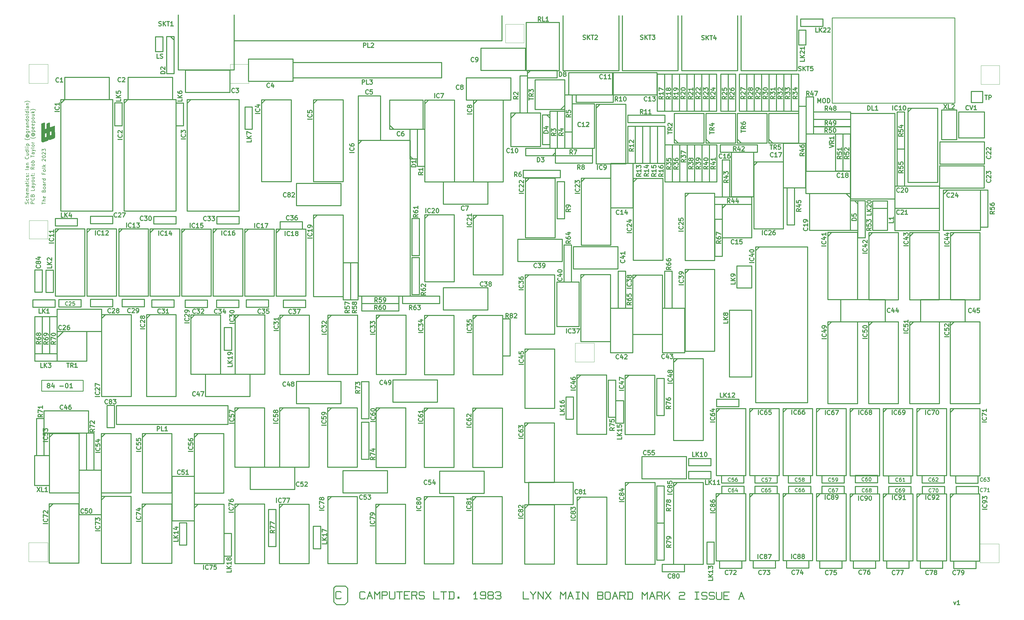
<source format=gbr>
%TF.GenerationSoftware,KiCad,Pcbnew,7.0.11*%
%TF.CreationDate,2025-07-15T19:22:36+01:00*%
%TF.ProjectId,lynx128,6c796e78-3132-4382-9e6b-696361645f70,rev?*%
%TF.SameCoordinates,Original*%
%TF.FileFunction,Legend,Top*%
%TF.FilePolarity,Positive*%
%FSLAX46Y46*%
G04 Gerber Fmt 4.6, Leading zero omitted, Abs format (unit mm)*
G04 Created by KiCad (PCBNEW 7.0.11) date 2025-07-15 19:22:36*
%MOMM*%
%LPD*%
G01*
G04 APERTURE LIST*
%ADD10C,0.300000*%
%ADD11C,0.150000*%
%ADD12C,0.250000*%
%ADD13C,0.200000*%
%ADD14C,0.100000*%
%ADD15C,0.255000*%
G04 APERTURE END LIST*
D10*
X264180000Y-233490000D02*
X264180000Y-232570000D01*
X194420000Y-233390000D02*
X193880000Y-233390000D01*
X70870000Y-63490000D02*
X73430000Y-63490000D01*
X73430000Y-71320000D01*
X70870000Y-71320000D01*
X70870000Y-63490000D01*
X197650000Y-233350000D02*
X196320000Y-233350000D01*
X272140000Y-232310000D02*
X273380000Y-232310000D01*
X218330000Y-230950000D02*
X220220000Y-233440000D01*
X167420000Y-230900000D02*
X169340000Y-230900000D01*
X172530000Y-233440000D02*
X172530000Y-230920000D01*
X228840000Y-230990000D02*
X228840000Y-230990000D01*
X157310000Y-233380000D02*
X158180000Y-230920000D01*
X200490000Y-233100000D02*
X200220000Y-233370000D01*
X239050000Y-231010000D02*
X239420000Y-231010000D01*
X274690000Y-233510000D02*
X274420000Y-233240000D01*
X229460000Y-230990000D02*
X229460000Y-233430000D01*
X176610000Y-230930000D02*
X176880000Y-231200000D01*
X200200000Y-232160000D02*
X200490000Y-232450000D01*
X206520000Y-68690000D02*
X208210000Y-66940000D01*
X243810000Y-231000000D02*
X245340000Y-231000000D01*
X278430000Y-233530000D02*
X278710000Y-233250000D01*
X198640000Y-231900000D02*
X198640000Y-231240000D01*
X240550000Y-233180000D02*
X240260000Y-233470000D01*
X200490000Y-231870000D02*
X200200000Y-232160000D01*
X198650000Y-233070000D02*
X198650000Y-232460000D01*
X162390000Y-233420000D02*
X162420000Y-230910000D01*
X203090000Y-233090000D02*
X203090000Y-232480000D01*
X180130000Y-230860000D02*
X180130000Y-231430000D01*
X254905000Y-231040000D02*
X255855000Y-233450000D01*
X164930000Y-230880000D02*
X164940000Y-233050000D01*
X245620000Y-231280000D02*
X245620000Y-231990000D01*
X197890000Y-232110000D02*
X196320000Y-232110000D01*
X259100000Y-231010000D02*
X259100000Y-233490000D01*
X279420000Y-233550000D02*
X281210000Y-233550000D01*
X196320000Y-233350000D02*
X196060000Y-233090000D01*
X148082000Y-230886000D02*
X146812000Y-230886000D01*
X202820000Y-232210000D02*
X201820000Y-232210000D01*
X308830000Y-94520000D02*
X322730000Y-94520000D01*
X322730000Y-107160000D01*
X308830000Y-107160000D01*
X308830000Y-94520000D01*
X199310000Y-230960000D02*
X200210000Y-230960000D01*
X305090000Y-38590000D02*
X307510000Y-38590000D01*
X307510000Y-43680000D01*
X305090000Y-43680000D01*
X305090000Y-38590000D01*
X145923000Y-229616000D02*
X145923000Y-229743000D01*
X273325000Y-75900000D02*
X274675000Y-77310000D01*
X215810000Y-233410000D02*
X215810000Y-230980000D01*
X275330000Y-231080000D02*
X274680000Y-231080000D01*
X200200000Y-232160000D02*
X198900000Y-232160000D01*
X115460000Y-64910000D02*
X117950000Y-64910000D01*
X117950000Y-72530000D01*
X115460000Y-72530000D01*
X115460000Y-64910000D01*
X256550000Y-233570000D02*
X256550000Y-231050000D01*
X172530000Y-230920000D02*
X174060000Y-230920000D01*
X155100000Y-233360000D02*
X154910000Y-233170000D01*
X202720000Y-230960000D02*
X203020000Y-231260000D01*
X273380000Y-231070000D02*
X273650000Y-231340000D01*
X266040000Y-231870000D02*
X266040000Y-231360000D01*
X225280000Y-231020000D02*
X225290000Y-233420000D01*
X146558000Y-233045000D02*
X146812000Y-233299000D01*
X272800000Y-231070000D02*
X273380000Y-231070000D01*
X270210000Y-233500000D02*
X269600000Y-233500000D01*
X203090000Y-232480000D02*
X202820000Y-232210000D01*
X155080000Y-230920000D02*
X156270000Y-230920000D01*
X237720000Y-230990000D02*
X238000000Y-231270000D01*
X210750000Y-233430000D02*
X212600000Y-233430000D01*
X228840000Y-230990000D02*
X230080000Y-230990000D01*
X166770000Y-233100000D02*
X166770000Y-230900000D01*
X223520000Y-231040000D02*
X224380000Y-232140000D01*
X274400000Y-232050000D02*
X274670000Y-232320000D01*
X279420000Y-232300000D02*
X280650000Y-232300000D01*
X266040000Y-231360000D02*
X265750000Y-231070000D01*
X229460000Y-233430000D02*
X230080000Y-233430000D01*
X273630000Y-213920000D02*
X276080000Y-213920000D01*
X276080000Y-221500000D01*
X273630000Y-221500000D01*
X273630000Y-213920000D01*
X238000000Y-231270000D02*
X238000000Y-231930000D01*
X186790000Y-233370000D02*
X185250000Y-233370000D01*
X258120000Y-232280000D02*
X256610000Y-232280000D01*
X276900000Y-233190000D02*
X277240000Y-233530000D01*
X307620000Y-74140000D02*
X317710000Y-74140000D01*
X317710000Y-86890000D01*
X307620000Y-86890000D01*
X307620000Y-74140000D01*
X197890000Y-232110000D02*
X197890000Y-233110000D01*
X273400000Y-233500000D02*
X272160000Y-233500000D01*
X239420000Y-231010000D02*
X240230000Y-231010000D01*
X145923000Y-234442000D02*
X146812000Y-235331000D01*
X245380000Y-232230000D02*
X243870000Y-232230000D01*
X131930000Y-49630000D02*
X182830000Y-49630000D01*
X182830000Y-54910000D01*
X131930000Y-54910000D01*
X131930000Y-49630000D01*
X170010000Y-233390000D02*
X171800000Y-233390000D01*
X170010000Y-230890000D02*
X170010000Y-233390000D01*
X200220000Y-233370000D02*
X198950000Y-233370000D01*
X202780000Y-233400000D02*
X203090000Y-233090000D01*
X276180000Y-233260000D02*
X275930000Y-233510000D01*
X91890000Y-63550000D02*
X94430000Y-63550000D01*
X94430000Y-71350000D01*
X91890000Y-71350000D01*
X91890000Y-63550000D01*
X236240000Y-233470000D02*
X237720000Y-233470000D01*
X150622000Y-234442000D02*
X150622000Y-229743000D01*
X175100000Y-231210000D02*
X175100000Y-231900000D01*
X200490000Y-232450000D02*
X200490000Y-233100000D01*
X242175000Y-231020000D02*
X243125000Y-233430000D01*
X214180000Y-232140000D02*
X215070000Y-230980000D01*
X149860000Y-228981000D02*
X146558000Y-228981000D01*
X146812000Y-235331000D02*
X149733000Y-235331000D01*
D11*
X188280000Y-232670000D02*
X188830000Y-232670000D01*
X188830000Y-233220000D01*
X188280000Y-233220000D01*
X188280000Y-232670000D01*
G36*
X188280000Y-232670000D02*
G01*
X188830000Y-232670000D01*
X188830000Y-233220000D01*
X188280000Y-233220000D01*
X188280000Y-232670000D01*
G37*
D10*
X198640000Y-231240000D02*
X198920000Y-230960000D01*
X273650000Y-233250000D02*
X273400000Y-233500000D01*
X47350000Y-120770000D02*
X49880000Y-120770000D01*
X49880000Y-128420000D01*
X47350000Y-128420000D01*
X47350000Y-120770000D01*
X196320000Y-232110000D02*
X196080000Y-231870000D01*
X146812000Y-233299000D02*
X148082000Y-233299000D01*
X215810000Y-230980000D02*
X217650000Y-233410000D01*
X330400000Y-99610000D02*
X335500000Y-99610000D01*
X335500000Y-107200000D01*
X330400000Y-107200000D01*
X330400000Y-99610000D01*
X197890000Y-231210000D02*
X197890000Y-232110000D01*
X213220000Y-230930000D02*
X213220000Y-230930000D01*
X247860000Y-231005000D02*
X248180000Y-231325000D01*
X275910000Y-232320000D02*
X276180000Y-232590000D01*
X166480000Y-233360000D02*
X166770000Y-233100000D01*
X229460000Y-233430000D02*
X228850000Y-233430000D01*
X174060000Y-230920000D02*
X174340000Y-231200000D01*
X242430000Y-165480000D02*
X245120000Y-165480000D01*
X245120000Y-173200000D01*
X242430000Y-173200000D01*
X242430000Y-165480000D01*
X226045000Y-233435000D02*
X226915000Y-230975000D01*
X236240000Y-232230000D02*
X236240000Y-233470000D01*
X294855000Y-67120000D02*
X305045000Y-67120000D01*
X305045000Y-77310000D01*
X294855000Y-77310000D01*
X294855000Y-67120000D01*
X146558000Y-228981000D02*
X145923000Y-229616000D01*
X162420000Y-230910000D02*
X163910000Y-230920000D01*
X245110000Y-232230000D02*
X245660000Y-233470000D01*
X174340000Y-231910000D02*
X174100000Y-232150000D01*
X148082000Y-233299000D02*
X148336000Y-233045000D01*
X198650000Y-232460000D02*
X198940000Y-232170000D01*
X294855000Y-75900000D02*
X296205000Y-77310000D01*
X252365000Y-232190000D02*
X253265000Y-231070000D01*
X185250000Y-230910000D02*
X186060000Y-230910000D01*
X187080000Y-233080000D02*
X186790000Y-233370000D01*
X71480000Y-167190000D02*
X109660000Y-167190000D01*
X109660000Y-173610000D01*
X71480000Y-173610000D01*
X71480000Y-167190000D01*
X276950000Y-164960000D02*
X284570000Y-164960000D01*
X284570000Y-167490000D01*
X276950000Y-167490000D01*
X276950000Y-164960000D01*
X223550000Y-65760000D02*
X224980000Y-64290000D01*
X247890000Y-233465000D02*
X246350000Y-233465000D01*
X156270000Y-230920000D02*
X156530000Y-231180000D01*
X50560000Y-103060000D02*
X58130000Y-103060000D01*
X58130000Y-105620000D01*
X50560000Y-105620000D01*
X50560000Y-103060000D01*
X182530000Y-230930000D02*
X184450000Y-230930000D01*
X284065000Y-67120000D02*
X294255000Y-67120000D01*
X294255000Y-77310000D01*
X284065000Y-77310000D01*
X284065000Y-67120000D01*
X238000000Y-231930000D02*
X237700000Y-232230000D01*
X213220000Y-230930000D02*
X214180000Y-232140000D01*
X174100000Y-232150000D02*
X172590000Y-232150000D01*
X254385000Y-232520000D02*
X255435000Y-232520000D01*
X265660000Y-232250000D02*
X266040000Y-231870000D01*
X254035000Y-233500000D02*
X254905000Y-231040000D01*
X173830000Y-232150000D02*
X174380000Y-233390000D01*
X176030000Y-230930000D02*
X176610000Y-230930000D01*
X146558000Y-231140000D02*
X146558000Y-233045000D01*
X238760000Y-231300000D02*
X239050000Y-231010000D01*
X270210000Y-233500000D02*
X270830000Y-233500000D01*
X200210000Y-230960000D02*
X200490000Y-231240000D01*
X214810000Y-55580000D02*
X224980000Y-55580000D01*
X224980000Y-65770000D01*
X214810000Y-65770000D01*
X214810000Y-55580000D01*
X238010000Y-233180000D02*
X238010000Y-232480000D01*
X203020000Y-231840000D02*
X202650000Y-232210000D01*
X165040000Y-62550000D02*
X176470000Y-62550000D01*
X176470000Y-72570000D01*
X165040000Y-72570000D01*
X165040000Y-62550000D01*
X330400000Y-97050000D02*
X335500000Y-97050000D01*
X335500000Y-99610000D01*
X330400000Y-99610000D01*
X330400000Y-97050000D01*
X236240000Y-232230000D02*
X236240000Y-230990000D01*
X186760000Y-230910000D02*
X187080000Y-231230000D01*
X168400000Y-233410000D02*
X168410000Y-230920000D01*
X259110000Y-232830000D02*
X260880000Y-231060000D01*
X180130000Y-233370000D02*
X181980000Y-233370000D01*
X148336000Y-231140000D02*
X148082000Y-230886000D01*
X231090000Y-231030000D02*
X232930000Y-233460000D01*
X281270000Y-231050000D02*
X279420000Y-231050000D01*
X322850000Y-67140000D02*
X337980000Y-67140000D01*
X337980000Y-96390000D01*
X322850000Y-96390000D01*
X322850000Y-67140000D01*
X238010000Y-232480000D02*
X237780000Y-232250000D01*
X258080000Y-231050000D02*
X258360000Y-231330000D01*
X180130000Y-231430000D02*
X180130000Y-233370000D01*
X257850000Y-232280000D02*
X258400000Y-233520000D01*
X264500000Y-232250000D02*
X265660000Y-232250000D01*
X251505000Y-231090000D02*
X252365000Y-232190000D01*
X108270000Y-210980000D02*
X110870000Y-210980000D01*
X110870000Y-218710000D01*
X108270000Y-218710000D01*
X108270000Y-210980000D01*
X285425000Y-231080000D02*
X286375000Y-233490000D01*
X278880000Y-98240000D02*
X289020000Y-98240000D01*
X289020000Y-109670000D01*
X278880000Y-109670000D01*
X278880000Y-98240000D01*
X232930000Y-233460000D02*
X232930000Y-231040000D01*
X237700000Y-232230000D02*
X236240000Y-232230000D01*
X51150000Y-141780000D02*
X61320000Y-141780000D01*
X61320000Y-151950000D01*
X51150000Y-151950000D01*
X51150000Y-141780000D01*
X278880000Y-99600000D02*
X280220000Y-98250000D01*
X247160000Y-231005000D02*
X247860000Y-231005000D01*
X256550000Y-231050000D02*
X258080000Y-231050000D01*
X251475000Y-233480000D02*
X251505000Y-231090000D01*
X241655000Y-232500000D02*
X242705000Y-232500000D01*
X198900000Y-232160000D02*
X198640000Y-231900000D01*
X196860000Y-230920000D02*
X197600000Y-230920000D01*
X236230000Y-230990000D02*
X236280000Y-230990000D01*
X273650000Y-232580000D02*
X273650000Y-233250000D01*
X272160000Y-233500000D02*
X271890000Y-233230000D01*
X258360000Y-231330000D02*
X258360000Y-232040000D01*
X253265000Y-231070000D02*
X253275000Y-233470000D01*
X198920000Y-230960000D02*
X199410000Y-230960000D01*
X206520000Y-66940000D02*
X216660000Y-66940000D01*
X216660000Y-78470000D01*
X206520000Y-78470000D01*
X206520000Y-66940000D01*
X176880000Y-232440000D02*
X176880000Y-233110000D01*
X364210000Y-59600000D02*
X368030000Y-59600000D01*
X368030000Y-63400000D01*
X364210000Y-63400000D01*
X364210000Y-59600000D01*
X154910000Y-233170000D02*
X154800000Y-233060000D01*
X245620000Y-231990000D02*
X245380000Y-232230000D01*
X258360000Y-232040000D02*
X258120000Y-232280000D01*
X210750000Y-231490000D02*
X210750000Y-233430000D01*
X187080000Y-231230000D02*
X187080000Y-233080000D01*
X246350000Y-231005000D02*
X247160000Y-231005000D01*
X111770000Y-42180000D02*
X203440000Y-42180000D01*
X267400000Y-189730000D02*
X275030000Y-189730000D01*
X275030000Y-192260000D01*
X267400000Y-192260000D01*
X267400000Y-189730000D01*
X240230000Y-231010000D02*
X240550000Y-231330000D01*
X196080000Y-231870000D02*
X196080000Y-231250000D01*
X264450000Y-231070000D02*
X264210000Y-231310000D01*
X271870000Y-232040000D02*
X272140000Y-232310000D01*
X201200000Y-231300000D02*
X201540000Y-230960000D01*
X93070000Y-207290000D02*
X95530000Y-207290000D01*
X95530000Y-214930000D01*
X93070000Y-214930000D01*
X93070000Y-207290000D01*
X174340000Y-231200000D02*
X174340000Y-231910000D01*
X159890000Y-230980000D02*
X160750000Y-232080000D01*
X108430000Y-140450000D02*
X110930000Y-140450000D01*
X110930000Y-148220000D01*
X108430000Y-148220000D01*
X108430000Y-140450000D01*
X176030000Y-230930000D02*
X175380000Y-230930000D01*
X217650000Y-233410000D02*
X217650000Y-230990000D01*
X284065000Y-75900000D02*
X285415000Y-77310000D01*
X274680000Y-231080000D02*
X274400000Y-231360000D01*
X164940000Y-233050000D02*
X165200000Y-233360000D01*
X164170000Y-231210000D02*
X164170000Y-231850000D01*
X239060000Y-233470000D02*
X238760000Y-233170000D01*
X354580000Y-94830000D02*
X356150000Y-93320000D01*
X241305000Y-233480000D02*
X242175000Y-231020000D01*
X284555000Y-233540000D02*
X285425000Y-231080000D01*
X305780000Y-34760000D02*
X313370000Y-34760000D01*
X313370000Y-37300000D01*
X305780000Y-37300000D01*
X305780000Y-34760000D01*
X186060000Y-230910000D02*
X186760000Y-230910000D01*
X43540000Y-149380000D02*
X51150000Y-149380000D01*
X51150000Y-151950000D01*
X43540000Y-151950000D01*
X43540000Y-149380000D01*
X175100000Y-231900000D02*
X175370000Y-232170000D01*
X43440000Y-184260000D02*
X48490000Y-184260000D01*
X48490000Y-194510000D01*
X43440000Y-194510000D01*
X43440000Y-184260000D01*
X245340000Y-231000000D02*
X245620000Y-231280000D01*
X197600000Y-230920000D02*
X197890000Y-231210000D01*
X354580000Y-93320000D02*
X367300000Y-93320000D01*
X367300000Y-107200000D01*
X354580000Y-107200000D01*
X354580000Y-93320000D01*
X158180000Y-230920000D02*
X159130000Y-233330000D01*
X201170000Y-233070000D02*
X201500000Y-233400000D01*
X194420000Y-233390000D02*
X194940000Y-233390000D01*
X271870000Y-231350000D02*
X271870000Y-232040000D01*
X237720000Y-233470000D02*
X238010000Y-233180000D01*
X264180000Y-232570000D02*
X264500000Y-232250000D01*
X198950000Y-233370000D02*
X198650000Y-233070000D01*
X171860000Y-230890000D02*
X170010000Y-230890000D01*
X159860000Y-233370000D02*
X159890000Y-230980000D01*
X226915000Y-230975000D02*
X227865000Y-233385000D01*
X273380000Y-232310000D02*
X273650000Y-232580000D01*
X240260000Y-233470000D02*
X239060000Y-233470000D01*
X165200000Y-233360000D02*
X166480000Y-233360000D01*
X193800000Y-231880000D02*
X194420000Y-230960000D01*
X248180000Y-231325000D02*
X248180000Y-233175000D01*
X138870000Y-208540000D02*
X141410000Y-208540000D01*
X141410000Y-216220000D01*
X138870000Y-216220000D01*
X138870000Y-208540000D01*
X359820000Y-66590000D02*
X368680000Y-66590000D01*
X368680000Y-75460000D01*
X359820000Y-75460000D01*
X359820000Y-66590000D01*
X275910000Y-231080000D02*
X276180000Y-231350000D01*
X275330000Y-231080000D02*
X275910000Y-231080000D01*
X238760000Y-233170000D02*
X238760000Y-231300000D01*
X265750000Y-231070000D02*
X264450000Y-231070000D01*
X146812000Y-230886000D02*
X146558000Y-231140000D01*
X354050000Y-65930000D02*
X359170000Y-65930000D01*
X359170000Y-76080000D01*
X354050000Y-76080000D01*
X354050000Y-65930000D01*
X267380000Y-185270000D02*
X275010000Y-185270000D01*
X275010000Y-187800000D01*
X267380000Y-187800000D01*
X267380000Y-185270000D01*
X164170000Y-231850000D02*
X163950000Y-232110000D01*
X272150000Y-231070000D02*
X271870000Y-231350000D01*
X175370000Y-232170000D02*
X176610000Y-232170000D01*
X170010000Y-232140000D02*
X171240000Y-232140000D01*
X194420000Y-230960000D02*
X194420000Y-233390000D01*
X248180000Y-233175000D02*
X247890000Y-233465000D01*
X175380000Y-230930000D02*
X175100000Y-231210000D01*
X156270000Y-233360000D02*
X156570000Y-233060000D01*
X277240000Y-233530000D02*
X278430000Y-233530000D01*
X161650000Y-230960000D02*
X161660000Y-233360000D01*
X275930000Y-233510000D02*
X274690000Y-233510000D01*
X183510000Y-233440000D02*
X183520000Y-230950000D01*
X274400000Y-231360000D02*
X274400000Y-232050000D01*
X203440000Y-42180000D02*
X203440000Y-33640000D01*
X225400000Y-164190000D02*
X227970000Y-164190000D01*
X227970000Y-171860000D01*
X225400000Y-171860000D01*
X225400000Y-164190000D01*
X163950000Y-232110000D02*
X162500000Y-232110000D01*
X226395000Y-232455000D02*
X227445000Y-232455000D01*
X270210000Y-231060000D02*
X270210000Y-233500000D01*
X194940000Y-233390000D02*
X195030000Y-233390000D01*
X176880000Y-233110000D02*
X176630000Y-233360000D01*
X246660000Y-231015000D02*
X246660000Y-233425000D01*
X200490000Y-231240000D02*
X200490000Y-231870000D01*
X150622000Y-229743000D02*
X149860000Y-228981000D01*
X185560000Y-230920000D02*
X185560000Y-233330000D01*
X145923000Y-229743000D02*
X145923000Y-234442000D01*
X208160000Y-66950000D02*
X208160000Y-66950000D01*
X262470000Y-67120000D02*
X272660000Y-67120000D01*
X272660000Y-77310000D01*
X262470000Y-77310000D01*
X262470000Y-67120000D01*
X259995000Y-231945000D02*
X260920000Y-233460000D01*
X236280000Y-230990000D02*
X237720000Y-230990000D01*
X155100000Y-233360000D02*
X156270000Y-233360000D01*
X278710000Y-233250000D02*
X278710000Y-231090000D01*
X276180000Y-232590000D02*
X276180000Y-233260000D01*
X84890000Y-40830000D02*
X87390000Y-40830000D01*
X87390000Y-45920000D01*
X84890000Y-45920000D01*
X84890000Y-40830000D01*
X279420000Y-231050000D02*
X279420000Y-233550000D01*
X165040000Y-71180000D02*
X166480000Y-72570000D01*
X197890000Y-233110000D02*
X197650000Y-233350000D01*
X274670000Y-232320000D02*
X275910000Y-232320000D01*
X218380000Y-233440000D02*
X220230000Y-230970000D01*
X176610000Y-232170000D02*
X176880000Y-232440000D01*
X175390000Y-233360000D02*
X175120000Y-233090000D01*
X269590000Y-231060000D02*
X270830000Y-231060000D01*
X163910000Y-230920000D02*
X164170000Y-231210000D01*
X42870000Y-130940000D02*
X50510000Y-130940000D01*
X50510000Y-133470000D01*
X42870000Y-133470000D01*
X42870000Y-130940000D01*
X224380000Y-232140000D02*
X225280000Y-231020000D01*
X272800000Y-231070000D02*
X272150000Y-231070000D01*
X262470000Y-75900000D02*
X263820000Y-77310000D01*
X276900000Y-231070000D02*
X276900000Y-233190000D01*
X231090000Y-233460000D02*
X231090000Y-231030000D01*
X284905000Y-232560000D02*
X285955000Y-232560000D01*
X210750000Y-230920000D02*
X210750000Y-231490000D01*
X149733000Y-235331000D02*
X150622000Y-234442000D01*
X243810000Y-233520000D02*
X243810000Y-231000000D01*
X51150000Y-143930000D02*
X53320000Y-141780000D01*
X196080000Y-231250000D02*
X196410000Y-230920000D01*
X160750000Y-232080000D02*
X161650000Y-230960000D01*
X240550000Y-231330000D02*
X240550000Y-233180000D01*
X176630000Y-233360000D02*
X175390000Y-233360000D01*
X201500000Y-233400000D02*
X202780000Y-233400000D01*
X196410000Y-230920000D02*
X196860000Y-230920000D01*
X154800000Y-233060000D02*
X154800000Y-231200000D01*
D12*
X45847000Y-158496000D02*
X60071000Y-158496000D01*
X60071000Y-162179000D01*
X45847000Y-162179000D01*
X45847000Y-158496000D01*
D10*
X223490000Y-233430000D02*
X223520000Y-231040000D01*
X157660000Y-232400000D02*
X158710000Y-232400000D01*
X154800000Y-231200000D02*
X155080000Y-230920000D01*
X197890000Y-232110000D02*
X197890000Y-232110000D01*
X203020000Y-231260000D02*
X203020000Y-231840000D01*
X273325000Y-67120000D02*
X283515000Y-67120000D01*
X283515000Y-77310000D01*
X273325000Y-77310000D01*
X273325000Y-67120000D01*
X266070000Y-233490000D02*
X264180000Y-233490000D01*
X322730000Y-96020000D02*
X321280000Y-94520000D01*
X201540000Y-230960000D02*
X202720000Y-230960000D01*
X214180000Y-232140000D02*
X214180000Y-233430000D01*
X48050891Y-160233685D02*
X47898510Y-160162257D01*
X47898510Y-160162257D02*
X47822320Y-160090828D01*
X47822320Y-160090828D02*
X47746129Y-159947971D01*
X47746129Y-159947971D02*
X47746129Y-159876542D01*
X47746129Y-159876542D02*
X47822320Y-159733685D01*
X47822320Y-159733685D02*
X47898510Y-159662257D01*
X47898510Y-159662257D02*
X48050891Y-159590828D01*
X48050891Y-159590828D02*
X48355653Y-159590828D01*
X48355653Y-159590828D02*
X48508034Y-159662257D01*
X48508034Y-159662257D02*
X48584225Y-159733685D01*
X48584225Y-159733685D02*
X48660415Y-159876542D01*
X48660415Y-159876542D02*
X48660415Y-159947971D01*
X48660415Y-159947971D02*
X48584225Y-160090828D01*
X48584225Y-160090828D02*
X48508034Y-160162257D01*
X48508034Y-160162257D02*
X48355653Y-160233685D01*
X48355653Y-160233685D02*
X48050891Y-160233685D01*
X48050891Y-160233685D02*
X47898510Y-160305114D01*
X47898510Y-160305114D02*
X47822320Y-160376542D01*
X47822320Y-160376542D02*
X47746129Y-160519400D01*
X47746129Y-160519400D02*
X47746129Y-160805114D01*
X47746129Y-160805114D02*
X47822320Y-160947971D01*
X47822320Y-160947971D02*
X47898510Y-161019400D01*
X47898510Y-161019400D02*
X48050891Y-161090828D01*
X48050891Y-161090828D02*
X48355653Y-161090828D01*
X48355653Y-161090828D02*
X48508034Y-161019400D01*
X48508034Y-161019400D02*
X48584225Y-160947971D01*
X48584225Y-160947971D02*
X48660415Y-160805114D01*
X48660415Y-160805114D02*
X48660415Y-160519400D01*
X48660415Y-160519400D02*
X48584225Y-160376542D01*
X48584225Y-160376542D02*
X48508034Y-160305114D01*
X48508034Y-160305114D02*
X48355653Y-160233685D01*
X50031844Y-160090828D02*
X50031844Y-161090828D01*
X49650892Y-159519400D02*
X49269939Y-160590828D01*
X49269939Y-160590828D02*
X50260416Y-160590828D01*
X52088988Y-160519400D02*
X53308036Y-160519400D01*
X54374702Y-159590828D02*
X54527083Y-159590828D01*
X54527083Y-159590828D02*
X54679464Y-159662257D01*
X54679464Y-159662257D02*
X54755654Y-159733685D01*
X54755654Y-159733685D02*
X54831845Y-159876542D01*
X54831845Y-159876542D02*
X54908035Y-160162257D01*
X54908035Y-160162257D02*
X54908035Y-160519400D01*
X54908035Y-160519400D02*
X54831845Y-160805114D01*
X54831845Y-160805114D02*
X54755654Y-160947971D01*
X54755654Y-160947971D02*
X54679464Y-161019400D01*
X54679464Y-161019400D02*
X54527083Y-161090828D01*
X54527083Y-161090828D02*
X54374702Y-161090828D01*
X54374702Y-161090828D02*
X54222321Y-161019400D01*
X54222321Y-161019400D02*
X54146130Y-160947971D01*
X54146130Y-160947971D02*
X54069940Y-160805114D01*
X54069940Y-160805114D02*
X53993749Y-160519400D01*
X53993749Y-160519400D02*
X53993749Y-160162257D01*
X53993749Y-160162257D02*
X54069940Y-159876542D01*
X54069940Y-159876542D02*
X54146130Y-159733685D01*
X54146130Y-159733685D02*
X54222321Y-159662257D01*
X54222321Y-159662257D02*
X54374702Y-159590828D01*
X56431845Y-161090828D02*
X55517559Y-161090828D01*
X55974702Y-161090828D02*
X55974702Y-159590828D01*
X55974702Y-159590828D02*
X55822321Y-159805114D01*
X55822321Y-159805114D02*
X55669940Y-159947971D01*
X55669940Y-159947971D02*
X55517559Y-160019400D01*
X368810225Y-60880828D02*
X369667368Y-60880828D01*
X369238796Y-62380828D02*
X369238796Y-60880828D01*
X370167367Y-62380828D02*
X370167367Y-60880828D01*
X370167367Y-60880828D02*
X370738796Y-60880828D01*
X370738796Y-60880828D02*
X370881653Y-60952257D01*
X370881653Y-60952257D02*
X370953082Y-61023685D01*
X370953082Y-61023685D02*
X371024510Y-61166542D01*
X371024510Y-61166542D02*
X371024510Y-61380828D01*
X371024510Y-61380828D02*
X370953082Y-61523685D01*
X370953082Y-61523685D02*
X370881653Y-61595114D01*
X370881653Y-61595114D02*
X370738796Y-61666542D01*
X370738796Y-61666542D02*
X370167367Y-61666542D01*
X311604510Y-63460828D02*
X311604510Y-61960828D01*
X311604510Y-61960828D02*
X312104510Y-63032257D01*
X312104510Y-63032257D02*
X312604510Y-61960828D01*
X312604510Y-61960828D02*
X312604510Y-63460828D01*
X313604511Y-61960828D02*
X313890225Y-61960828D01*
X313890225Y-61960828D02*
X314033082Y-62032257D01*
X314033082Y-62032257D02*
X314175939Y-62175114D01*
X314175939Y-62175114D02*
X314247368Y-62460828D01*
X314247368Y-62460828D02*
X314247368Y-62960828D01*
X314247368Y-62960828D02*
X314175939Y-63246542D01*
X314175939Y-63246542D02*
X314033082Y-63389400D01*
X314033082Y-63389400D02*
X313890225Y-63460828D01*
X313890225Y-63460828D02*
X313604511Y-63460828D01*
X313604511Y-63460828D02*
X313461654Y-63389400D01*
X313461654Y-63389400D02*
X313318796Y-63246542D01*
X313318796Y-63246542D02*
X313247368Y-62960828D01*
X313247368Y-62960828D02*
X313247368Y-62460828D01*
X313247368Y-62460828D02*
X313318796Y-62175114D01*
X313318796Y-62175114D02*
X313461654Y-62032257D01*
X313461654Y-62032257D02*
X313604511Y-61960828D01*
X314890225Y-63460828D02*
X314890225Y-61960828D01*
X314890225Y-61960828D02*
X315247368Y-61960828D01*
X315247368Y-61960828D02*
X315461654Y-62032257D01*
X315461654Y-62032257D02*
X315604511Y-62175114D01*
X315604511Y-62175114D02*
X315675940Y-62317971D01*
X315675940Y-62317971D02*
X315747368Y-62603685D01*
X315747368Y-62603685D02*
X315747368Y-62817971D01*
X315747368Y-62817971D02*
X315675940Y-63103685D01*
X315675940Y-63103685D02*
X315604511Y-63246542D01*
X315604511Y-63246542D02*
X315461654Y-63389400D01*
X315461654Y-63389400D02*
X315247368Y-63460828D01*
X315247368Y-63460828D02*
X314890225Y-63460828D01*
X86048796Y-48250828D02*
X85334510Y-48250828D01*
X85334510Y-48250828D02*
X85334510Y-46750828D01*
X86477368Y-48179400D02*
X86691654Y-48250828D01*
X86691654Y-48250828D02*
X87048796Y-48250828D01*
X87048796Y-48250828D02*
X87191654Y-48179400D01*
X87191654Y-48179400D02*
X87263082Y-48107971D01*
X87263082Y-48107971D02*
X87334511Y-47965114D01*
X87334511Y-47965114D02*
X87334511Y-47822257D01*
X87334511Y-47822257D02*
X87263082Y-47679400D01*
X87263082Y-47679400D02*
X87191654Y-47607971D01*
X87191654Y-47607971D02*
X87048796Y-47536542D01*
X87048796Y-47536542D02*
X86763082Y-47465114D01*
X86763082Y-47465114D02*
X86620225Y-47393685D01*
X86620225Y-47393685D02*
X86548796Y-47322257D01*
X86548796Y-47322257D02*
X86477368Y-47179400D01*
X86477368Y-47179400D02*
X86477368Y-47036542D01*
X86477368Y-47036542D02*
X86548796Y-46893685D01*
X86548796Y-46893685D02*
X86620225Y-46822257D01*
X86620225Y-46822257D02*
X86763082Y-46750828D01*
X86763082Y-46750828D02*
X87120225Y-46750828D01*
X87120225Y-46750828D02*
X87334511Y-46822257D01*
X358125489Y-234385828D02*
X358482632Y-235385828D01*
X358482632Y-235385828D02*
X358839775Y-234385828D01*
X360196918Y-235385828D02*
X359339775Y-235385828D01*
X359768346Y-235385828D02*
X359768346Y-233885828D01*
X359768346Y-233885828D02*
X359625489Y-234100114D01*
X359625489Y-234100114D02*
X359482632Y-234242971D01*
X359482632Y-234242971D02*
X359339775Y-234314400D01*
D13*
X41360600Y-98064850D02*
X41417742Y-97893422D01*
X41417742Y-97893422D02*
X41417742Y-97607707D01*
X41417742Y-97607707D02*
X41360600Y-97493422D01*
X41360600Y-97493422D02*
X41303457Y-97436279D01*
X41303457Y-97436279D02*
X41189171Y-97379136D01*
X41189171Y-97379136D02*
X41074885Y-97379136D01*
X41074885Y-97379136D02*
X40960600Y-97436279D01*
X40960600Y-97436279D02*
X40903457Y-97493422D01*
X40903457Y-97493422D02*
X40846314Y-97607707D01*
X40846314Y-97607707D02*
X40789171Y-97836279D01*
X40789171Y-97836279D02*
X40732028Y-97950564D01*
X40732028Y-97950564D02*
X40674885Y-98007707D01*
X40674885Y-98007707D02*
X40560600Y-98064850D01*
X40560600Y-98064850D02*
X40446314Y-98064850D01*
X40446314Y-98064850D02*
X40332028Y-98007707D01*
X40332028Y-98007707D02*
X40274885Y-97950564D01*
X40274885Y-97950564D02*
X40217742Y-97836279D01*
X40217742Y-97836279D02*
X40217742Y-97550564D01*
X40217742Y-97550564D02*
X40274885Y-97379136D01*
X41360600Y-96350565D02*
X41417742Y-96464850D01*
X41417742Y-96464850D02*
X41417742Y-96693422D01*
X41417742Y-96693422D02*
X41360600Y-96807707D01*
X41360600Y-96807707D02*
X41303457Y-96864850D01*
X41303457Y-96864850D02*
X41189171Y-96921993D01*
X41189171Y-96921993D02*
X40846314Y-96921993D01*
X40846314Y-96921993D02*
X40732028Y-96864850D01*
X40732028Y-96864850D02*
X40674885Y-96807707D01*
X40674885Y-96807707D02*
X40617742Y-96693422D01*
X40617742Y-96693422D02*
X40617742Y-96464850D01*
X40617742Y-96464850D02*
X40674885Y-96350565D01*
X41417742Y-95836279D02*
X40217742Y-95836279D01*
X41417742Y-95321994D02*
X40789171Y-95321994D01*
X40789171Y-95321994D02*
X40674885Y-95379136D01*
X40674885Y-95379136D02*
X40617742Y-95493422D01*
X40617742Y-95493422D02*
X40617742Y-95664851D01*
X40617742Y-95664851D02*
X40674885Y-95779136D01*
X40674885Y-95779136D02*
X40732028Y-95836279D01*
X41360600Y-94293422D02*
X41417742Y-94407708D01*
X41417742Y-94407708D02*
X41417742Y-94636280D01*
X41417742Y-94636280D02*
X41360600Y-94750565D01*
X41360600Y-94750565D02*
X41246314Y-94807708D01*
X41246314Y-94807708D02*
X40789171Y-94807708D01*
X40789171Y-94807708D02*
X40674885Y-94750565D01*
X40674885Y-94750565D02*
X40617742Y-94636280D01*
X40617742Y-94636280D02*
X40617742Y-94407708D01*
X40617742Y-94407708D02*
X40674885Y-94293422D01*
X40674885Y-94293422D02*
X40789171Y-94236280D01*
X40789171Y-94236280D02*
X40903457Y-94236280D01*
X40903457Y-94236280D02*
X41017742Y-94807708D01*
X41417742Y-93721994D02*
X40617742Y-93721994D01*
X40732028Y-93721994D02*
X40674885Y-93664851D01*
X40674885Y-93664851D02*
X40617742Y-93550566D01*
X40617742Y-93550566D02*
X40617742Y-93379137D01*
X40617742Y-93379137D02*
X40674885Y-93264851D01*
X40674885Y-93264851D02*
X40789171Y-93207709D01*
X40789171Y-93207709D02*
X41417742Y-93207709D01*
X40789171Y-93207709D02*
X40674885Y-93150566D01*
X40674885Y-93150566D02*
X40617742Y-93036280D01*
X40617742Y-93036280D02*
X40617742Y-92864851D01*
X40617742Y-92864851D02*
X40674885Y-92750566D01*
X40674885Y-92750566D02*
X40789171Y-92693423D01*
X40789171Y-92693423D02*
X41417742Y-92693423D01*
X41417742Y-91607709D02*
X40789171Y-91607709D01*
X40789171Y-91607709D02*
X40674885Y-91664851D01*
X40674885Y-91664851D02*
X40617742Y-91779137D01*
X40617742Y-91779137D02*
X40617742Y-92007709D01*
X40617742Y-92007709D02*
X40674885Y-92121994D01*
X41360600Y-91607709D02*
X41417742Y-91721994D01*
X41417742Y-91721994D02*
X41417742Y-92007709D01*
X41417742Y-92007709D02*
X41360600Y-92121994D01*
X41360600Y-92121994D02*
X41246314Y-92179137D01*
X41246314Y-92179137D02*
X41132028Y-92179137D01*
X41132028Y-92179137D02*
X41017742Y-92121994D01*
X41017742Y-92121994D02*
X40960600Y-92007709D01*
X40960600Y-92007709D02*
X40960600Y-91721994D01*
X40960600Y-91721994D02*
X40903457Y-91607709D01*
X40617742Y-91207709D02*
X40617742Y-90750566D01*
X40217742Y-91036280D02*
X41246314Y-91036280D01*
X41246314Y-91036280D02*
X41360600Y-90979137D01*
X41360600Y-90979137D02*
X41417742Y-90864852D01*
X41417742Y-90864852D02*
X41417742Y-90750566D01*
X41417742Y-90350566D02*
X40617742Y-90350566D01*
X40217742Y-90350566D02*
X40274885Y-90407709D01*
X40274885Y-90407709D02*
X40332028Y-90350566D01*
X40332028Y-90350566D02*
X40274885Y-90293423D01*
X40274885Y-90293423D02*
X40217742Y-90350566D01*
X40217742Y-90350566D02*
X40332028Y-90350566D01*
X41360600Y-89264852D02*
X41417742Y-89379137D01*
X41417742Y-89379137D02*
X41417742Y-89607709D01*
X41417742Y-89607709D02*
X41360600Y-89721994D01*
X41360600Y-89721994D02*
X41303457Y-89779137D01*
X41303457Y-89779137D02*
X41189171Y-89836280D01*
X41189171Y-89836280D02*
X40846314Y-89836280D01*
X40846314Y-89836280D02*
X40732028Y-89779137D01*
X40732028Y-89779137D02*
X40674885Y-89721994D01*
X40674885Y-89721994D02*
X40617742Y-89607709D01*
X40617742Y-89607709D02*
X40617742Y-89379137D01*
X40617742Y-89379137D02*
X40674885Y-89264852D01*
X41360600Y-88807709D02*
X41417742Y-88693423D01*
X41417742Y-88693423D02*
X41417742Y-88464852D01*
X41417742Y-88464852D02*
X41360600Y-88350566D01*
X41360600Y-88350566D02*
X41246314Y-88293423D01*
X41246314Y-88293423D02*
X41189171Y-88293423D01*
X41189171Y-88293423D02*
X41074885Y-88350566D01*
X41074885Y-88350566D02*
X41017742Y-88464852D01*
X41017742Y-88464852D02*
X41017742Y-88636281D01*
X41017742Y-88636281D02*
X40960600Y-88750566D01*
X40960600Y-88750566D02*
X40846314Y-88807709D01*
X40846314Y-88807709D02*
X40789171Y-88807709D01*
X40789171Y-88807709D02*
X40674885Y-88750566D01*
X40674885Y-88750566D02*
X40617742Y-88636281D01*
X40617742Y-88636281D02*
X40617742Y-88464852D01*
X40617742Y-88464852D02*
X40674885Y-88350566D01*
X41303457Y-87779137D02*
X41360600Y-87721994D01*
X41360600Y-87721994D02*
X41417742Y-87779137D01*
X41417742Y-87779137D02*
X41360600Y-87836280D01*
X41360600Y-87836280D02*
X41303457Y-87779137D01*
X41303457Y-87779137D02*
X41417742Y-87779137D01*
X40674885Y-87779137D02*
X40732028Y-87721994D01*
X40732028Y-87721994D02*
X40789171Y-87779137D01*
X40789171Y-87779137D02*
X40732028Y-87836280D01*
X40732028Y-87836280D02*
X40674885Y-87779137D01*
X40674885Y-87779137D02*
X40789171Y-87779137D01*
X41417742Y-86293422D02*
X40217742Y-86293422D01*
X41417742Y-85207708D02*
X40789171Y-85207708D01*
X40789171Y-85207708D02*
X40674885Y-85264850D01*
X40674885Y-85264850D02*
X40617742Y-85379136D01*
X40617742Y-85379136D02*
X40617742Y-85607708D01*
X40617742Y-85607708D02*
X40674885Y-85721993D01*
X41360600Y-85207708D02*
X41417742Y-85321993D01*
X41417742Y-85321993D02*
X41417742Y-85607708D01*
X41417742Y-85607708D02*
X41360600Y-85721993D01*
X41360600Y-85721993D02*
X41246314Y-85779136D01*
X41246314Y-85779136D02*
X41132028Y-85779136D01*
X41132028Y-85779136D02*
X41017742Y-85721993D01*
X41017742Y-85721993D02*
X40960600Y-85607708D01*
X40960600Y-85607708D02*
X40960600Y-85321993D01*
X40960600Y-85321993D02*
X40903457Y-85207708D01*
X40617742Y-84636279D02*
X41417742Y-84636279D01*
X40732028Y-84636279D02*
X40674885Y-84579136D01*
X40674885Y-84579136D02*
X40617742Y-84464851D01*
X40617742Y-84464851D02*
X40617742Y-84293422D01*
X40617742Y-84293422D02*
X40674885Y-84179136D01*
X40674885Y-84179136D02*
X40789171Y-84121994D01*
X40789171Y-84121994D02*
X41417742Y-84121994D01*
X41303457Y-81950565D02*
X41360600Y-82007708D01*
X41360600Y-82007708D02*
X41417742Y-82179136D01*
X41417742Y-82179136D02*
X41417742Y-82293422D01*
X41417742Y-82293422D02*
X41360600Y-82464851D01*
X41360600Y-82464851D02*
X41246314Y-82579136D01*
X41246314Y-82579136D02*
X41132028Y-82636279D01*
X41132028Y-82636279D02*
X40903457Y-82693422D01*
X40903457Y-82693422D02*
X40732028Y-82693422D01*
X40732028Y-82693422D02*
X40503457Y-82636279D01*
X40503457Y-82636279D02*
X40389171Y-82579136D01*
X40389171Y-82579136D02*
X40274885Y-82464851D01*
X40274885Y-82464851D02*
X40217742Y-82293422D01*
X40217742Y-82293422D02*
X40217742Y-82179136D01*
X40217742Y-82179136D02*
X40274885Y-82007708D01*
X40274885Y-82007708D02*
X40332028Y-81950565D01*
X40617742Y-80921994D02*
X41417742Y-80921994D01*
X40617742Y-81436279D02*
X41246314Y-81436279D01*
X41246314Y-81436279D02*
X41360600Y-81379136D01*
X41360600Y-81379136D02*
X41417742Y-81264851D01*
X41417742Y-81264851D02*
X41417742Y-81093422D01*
X41417742Y-81093422D02*
X41360600Y-80979136D01*
X41360600Y-80979136D02*
X41303457Y-80921994D01*
X41417742Y-79836280D02*
X40217742Y-79836280D01*
X41360600Y-79836280D02*
X41417742Y-79950565D01*
X41417742Y-79950565D02*
X41417742Y-80179137D01*
X41417742Y-80179137D02*
X41360600Y-80293422D01*
X41360600Y-80293422D02*
X41303457Y-80350565D01*
X41303457Y-80350565D02*
X41189171Y-80407708D01*
X41189171Y-80407708D02*
X40846314Y-80407708D01*
X40846314Y-80407708D02*
X40732028Y-80350565D01*
X40732028Y-80350565D02*
X40674885Y-80293422D01*
X40674885Y-80293422D02*
X40617742Y-80179137D01*
X40617742Y-80179137D02*
X40617742Y-79950565D01*
X40617742Y-79950565D02*
X40674885Y-79836280D01*
X41417742Y-79093423D02*
X41360600Y-79207708D01*
X41360600Y-79207708D02*
X41246314Y-79264851D01*
X41246314Y-79264851D02*
X40217742Y-79264851D01*
X41417742Y-78636280D02*
X40617742Y-78636280D01*
X40217742Y-78636280D02*
X40274885Y-78693423D01*
X40274885Y-78693423D02*
X40332028Y-78636280D01*
X40332028Y-78636280D02*
X40274885Y-78579137D01*
X40274885Y-78579137D02*
X40217742Y-78636280D01*
X40217742Y-78636280D02*
X40332028Y-78636280D01*
X40617742Y-78064851D02*
X41817742Y-78064851D01*
X40674885Y-78064851D02*
X40617742Y-77950566D01*
X40617742Y-77950566D02*
X40617742Y-77721994D01*
X40617742Y-77721994D02*
X40674885Y-77607708D01*
X40674885Y-77607708D02*
X40732028Y-77550566D01*
X40732028Y-77550566D02*
X40846314Y-77493423D01*
X40846314Y-77493423D02*
X41189171Y-77493423D01*
X41189171Y-77493423D02*
X41303457Y-77550566D01*
X41303457Y-77550566D02*
X41360600Y-77607708D01*
X41360600Y-77607708D02*
X41417742Y-77721994D01*
X41417742Y-77721994D02*
X41417742Y-77950566D01*
X41417742Y-77950566D02*
X41360600Y-78064851D01*
X41874885Y-75721994D02*
X41817742Y-75779137D01*
X41817742Y-75779137D02*
X41646314Y-75893423D01*
X41646314Y-75893423D02*
X41532028Y-75950566D01*
X41532028Y-75950566D02*
X41360600Y-76007708D01*
X41360600Y-76007708D02*
X41074885Y-76064851D01*
X41074885Y-76064851D02*
X40846314Y-76064851D01*
X40846314Y-76064851D02*
X40560600Y-76007708D01*
X40560600Y-76007708D02*
X40389171Y-75950566D01*
X40389171Y-75950566D02*
X40274885Y-75893423D01*
X40274885Y-75893423D02*
X40103457Y-75779137D01*
X40103457Y-75779137D02*
X40046314Y-75721994D01*
X40846314Y-74521994D02*
X40789171Y-74579137D01*
X40789171Y-74579137D02*
X40732028Y-74693423D01*
X40732028Y-74693423D02*
X40732028Y-74807708D01*
X40732028Y-74807708D02*
X40789171Y-74921994D01*
X40789171Y-74921994D02*
X40846314Y-74979137D01*
X40846314Y-74979137D02*
X40960600Y-75036280D01*
X40960600Y-75036280D02*
X41074885Y-75036280D01*
X41074885Y-75036280D02*
X41189171Y-74979137D01*
X41189171Y-74979137D02*
X41246314Y-74921994D01*
X41246314Y-74921994D02*
X41303457Y-74807708D01*
X41303457Y-74807708D02*
X41303457Y-74693423D01*
X41303457Y-74693423D02*
X41246314Y-74579137D01*
X41246314Y-74579137D02*
X41189171Y-74521994D01*
X40732028Y-74521994D02*
X41189171Y-74521994D01*
X41189171Y-74521994D02*
X41246314Y-74464851D01*
X41246314Y-74464851D02*
X41246314Y-74407708D01*
X41246314Y-74407708D02*
X41189171Y-74293423D01*
X41189171Y-74293423D02*
X41074885Y-74236280D01*
X41074885Y-74236280D02*
X40789171Y-74236280D01*
X40789171Y-74236280D02*
X40617742Y-74350566D01*
X40617742Y-74350566D02*
X40503457Y-74521994D01*
X40503457Y-74521994D02*
X40446314Y-74750566D01*
X40446314Y-74750566D02*
X40503457Y-74979137D01*
X40503457Y-74979137D02*
X40617742Y-75150566D01*
X40617742Y-75150566D02*
X40789171Y-75264851D01*
X40789171Y-75264851D02*
X41017742Y-75321994D01*
X41017742Y-75321994D02*
X41246314Y-75264851D01*
X41246314Y-75264851D02*
X41417742Y-75150566D01*
X41417742Y-75150566D02*
X41532028Y-74979137D01*
X41532028Y-74979137D02*
X41589171Y-74750566D01*
X41589171Y-74750566D02*
X41532028Y-74521994D01*
X41532028Y-74521994D02*
X41417742Y-74350566D01*
X40617742Y-73207709D02*
X41589171Y-73207709D01*
X41589171Y-73207709D02*
X41703457Y-73264851D01*
X41703457Y-73264851D02*
X41760600Y-73321994D01*
X41760600Y-73321994D02*
X41817742Y-73436280D01*
X41817742Y-73436280D02*
X41817742Y-73607709D01*
X41817742Y-73607709D02*
X41760600Y-73721994D01*
X41360600Y-73207709D02*
X41417742Y-73321994D01*
X41417742Y-73321994D02*
X41417742Y-73550566D01*
X41417742Y-73550566D02*
X41360600Y-73664851D01*
X41360600Y-73664851D02*
X41303457Y-73721994D01*
X41303457Y-73721994D02*
X41189171Y-73779137D01*
X41189171Y-73779137D02*
X40846314Y-73779137D01*
X40846314Y-73779137D02*
X40732028Y-73721994D01*
X40732028Y-73721994D02*
X40674885Y-73664851D01*
X40674885Y-73664851D02*
X40617742Y-73550566D01*
X40617742Y-73550566D02*
X40617742Y-73321994D01*
X40617742Y-73321994D02*
X40674885Y-73207709D01*
X41417742Y-72636280D02*
X40617742Y-72636280D01*
X40846314Y-72636280D02*
X40732028Y-72579137D01*
X40732028Y-72579137D02*
X40674885Y-72521995D01*
X40674885Y-72521995D02*
X40617742Y-72407709D01*
X40617742Y-72407709D02*
X40617742Y-72293423D01*
X41417742Y-71379138D02*
X40789171Y-71379138D01*
X40789171Y-71379138D02*
X40674885Y-71436280D01*
X40674885Y-71436280D02*
X40617742Y-71550566D01*
X40617742Y-71550566D02*
X40617742Y-71779138D01*
X40617742Y-71779138D02*
X40674885Y-71893423D01*
X41360600Y-71379138D02*
X41417742Y-71493423D01*
X41417742Y-71493423D02*
X41417742Y-71779138D01*
X41417742Y-71779138D02*
X41360600Y-71893423D01*
X41360600Y-71893423D02*
X41246314Y-71950566D01*
X41246314Y-71950566D02*
X41132028Y-71950566D01*
X41132028Y-71950566D02*
X41017742Y-71893423D01*
X41017742Y-71893423D02*
X40960600Y-71779138D01*
X40960600Y-71779138D02*
X40960600Y-71493423D01*
X40960600Y-71493423D02*
X40903457Y-71379138D01*
X40617742Y-70807709D02*
X41417742Y-70807709D01*
X40732028Y-70807709D02*
X40674885Y-70750566D01*
X40674885Y-70750566D02*
X40617742Y-70636281D01*
X40617742Y-70636281D02*
X40617742Y-70464852D01*
X40617742Y-70464852D02*
X40674885Y-70350566D01*
X40674885Y-70350566D02*
X40789171Y-70293424D01*
X40789171Y-70293424D02*
X41417742Y-70293424D01*
X41417742Y-69207710D02*
X40217742Y-69207710D01*
X41360600Y-69207710D02*
X41417742Y-69321995D01*
X41417742Y-69321995D02*
X41417742Y-69550567D01*
X41417742Y-69550567D02*
X41360600Y-69664852D01*
X41360600Y-69664852D02*
X41303457Y-69721995D01*
X41303457Y-69721995D02*
X41189171Y-69779138D01*
X41189171Y-69779138D02*
X40846314Y-69779138D01*
X40846314Y-69779138D02*
X40732028Y-69721995D01*
X40732028Y-69721995D02*
X40674885Y-69664852D01*
X40674885Y-69664852D02*
X40617742Y-69550567D01*
X40617742Y-69550567D02*
X40617742Y-69321995D01*
X40617742Y-69321995D02*
X40674885Y-69207710D01*
X41417742Y-68464853D02*
X41360600Y-68579138D01*
X41360600Y-68579138D02*
X41303457Y-68636281D01*
X41303457Y-68636281D02*
X41189171Y-68693424D01*
X41189171Y-68693424D02*
X40846314Y-68693424D01*
X40846314Y-68693424D02*
X40732028Y-68636281D01*
X40732028Y-68636281D02*
X40674885Y-68579138D01*
X40674885Y-68579138D02*
X40617742Y-68464853D01*
X40617742Y-68464853D02*
X40617742Y-68293424D01*
X40617742Y-68293424D02*
X40674885Y-68179138D01*
X40674885Y-68179138D02*
X40732028Y-68121996D01*
X40732028Y-68121996D02*
X40846314Y-68064853D01*
X40846314Y-68064853D02*
X41189171Y-68064853D01*
X41189171Y-68064853D02*
X41303457Y-68121996D01*
X41303457Y-68121996D02*
X41360600Y-68179138D01*
X41360600Y-68179138D02*
X41417742Y-68293424D01*
X41417742Y-68293424D02*
X41417742Y-68464853D01*
X41417742Y-67379139D02*
X41360600Y-67493424D01*
X41360600Y-67493424D02*
X41246314Y-67550567D01*
X41246314Y-67550567D02*
X40217742Y-67550567D01*
X41417742Y-66407711D02*
X40217742Y-66407711D01*
X41360600Y-66407711D02*
X41417742Y-66521996D01*
X41417742Y-66521996D02*
X41417742Y-66750568D01*
X41417742Y-66750568D02*
X41360600Y-66864853D01*
X41360600Y-66864853D02*
X41303457Y-66921996D01*
X41303457Y-66921996D02*
X41189171Y-66979139D01*
X41189171Y-66979139D02*
X40846314Y-66979139D01*
X40846314Y-66979139D02*
X40732028Y-66921996D01*
X40732028Y-66921996D02*
X40674885Y-66864853D01*
X40674885Y-66864853D02*
X40617742Y-66750568D01*
X40617742Y-66750568D02*
X40617742Y-66521996D01*
X40617742Y-66521996D02*
X40674885Y-66407711D01*
X41417742Y-65836282D02*
X40617742Y-65836282D01*
X40217742Y-65836282D02*
X40274885Y-65893425D01*
X40274885Y-65893425D02*
X40332028Y-65836282D01*
X40332028Y-65836282D02*
X40274885Y-65779139D01*
X40274885Y-65779139D02*
X40217742Y-65836282D01*
X40217742Y-65836282D02*
X40332028Y-65836282D01*
X41417742Y-64750568D02*
X40789171Y-64750568D01*
X40789171Y-64750568D02*
X40674885Y-64807710D01*
X40674885Y-64807710D02*
X40617742Y-64921996D01*
X40617742Y-64921996D02*
X40617742Y-65150568D01*
X40617742Y-65150568D02*
X40674885Y-65264853D01*
X41360600Y-64750568D02*
X41417742Y-64864853D01*
X41417742Y-64864853D02*
X41417742Y-65150568D01*
X41417742Y-65150568D02*
X41360600Y-65264853D01*
X41360600Y-65264853D02*
X41246314Y-65321996D01*
X41246314Y-65321996D02*
X41132028Y-65321996D01*
X41132028Y-65321996D02*
X41017742Y-65264853D01*
X41017742Y-65264853D02*
X40960600Y-65150568D01*
X40960600Y-65150568D02*
X40960600Y-64864853D01*
X40960600Y-64864853D02*
X40903457Y-64750568D01*
X40617742Y-64179139D02*
X41417742Y-64179139D01*
X40732028Y-64179139D02*
X40674885Y-64121996D01*
X40674885Y-64121996D02*
X40617742Y-64007711D01*
X40617742Y-64007711D02*
X40617742Y-63836282D01*
X40617742Y-63836282D02*
X40674885Y-63721996D01*
X40674885Y-63721996D02*
X40789171Y-63664854D01*
X40789171Y-63664854D02*
X41417742Y-63664854D01*
X41874885Y-63207711D02*
X41817742Y-63150568D01*
X41817742Y-63150568D02*
X41646314Y-63036282D01*
X41646314Y-63036282D02*
X41532028Y-62979140D01*
X41532028Y-62979140D02*
X41360600Y-62921997D01*
X41360600Y-62921997D02*
X41074885Y-62864854D01*
X41074885Y-62864854D02*
X40846314Y-62864854D01*
X40846314Y-62864854D02*
X40560600Y-62921997D01*
X40560600Y-62921997D02*
X40389171Y-62979140D01*
X40389171Y-62979140D02*
X40274885Y-63036282D01*
X40274885Y-63036282D02*
X40103457Y-63150568D01*
X40103457Y-63150568D02*
X40046314Y-63207711D01*
X43349742Y-98007707D02*
X42149742Y-98007707D01*
X42149742Y-98007707D02*
X42149742Y-97550564D01*
X42149742Y-97550564D02*
X42206885Y-97436279D01*
X42206885Y-97436279D02*
X42264028Y-97379136D01*
X42264028Y-97379136D02*
X42378314Y-97321993D01*
X42378314Y-97321993D02*
X42549742Y-97321993D01*
X42549742Y-97321993D02*
X42664028Y-97379136D01*
X42664028Y-97379136D02*
X42721171Y-97436279D01*
X42721171Y-97436279D02*
X42778314Y-97550564D01*
X42778314Y-97550564D02*
X42778314Y-98007707D01*
X43235457Y-96121993D02*
X43292600Y-96179136D01*
X43292600Y-96179136D02*
X43349742Y-96350564D01*
X43349742Y-96350564D02*
X43349742Y-96464850D01*
X43349742Y-96464850D02*
X43292600Y-96636279D01*
X43292600Y-96636279D02*
X43178314Y-96750564D01*
X43178314Y-96750564D02*
X43064028Y-96807707D01*
X43064028Y-96807707D02*
X42835457Y-96864850D01*
X42835457Y-96864850D02*
X42664028Y-96864850D01*
X42664028Y-96864850D02*
X42435457Y-96807707D01*
X42435457Y-96807707D02*
X42321171Y-96750564D01*
X42321171Y-96750564D02*
X42206885Y-96636279D01*
X42206885Y-96636279D02*
X42149742Y-96464850D01*
X42149742Y-96464850D02*
X42149742Y-96350564D01*
X42149742Y-96350564D02*
X42206885Y-96179136D01*
X42206885Y-96179136D02*
X42264028Y-96121993D01*
X42721171Y-95207707D02*
X42778314Y-95036279D01*
X42778314Y-95036279D02*
X42835457Y-94979136D01*
X42835457Y-94979136D02*
X42949742Y-94921993D01*
X42949742Y-94921993D02*
X43121171Y-94921993D01*
X43121171Y-94921993D02*
X43235457Y-94979136D01*
X43235457Y-94979136D02*
X43292600Y-95036279D01*
X43292600Y-95036279D02*
X43349742Y-95150564D01*
X43349742Y-95150564D02*
X43349742Y-95607707D01*
X43349742Y-95607707D02*
X42149742Y-95607707D01*
X42149742Y-95607707D02*
X42149742Y-95207707D01*
X42149742Y-95207707D02*
X42206885Y-95093422D01*
X42206885Y-95093422D02*
X42264028Y-95036279D01*
X42264028Y-95036279D02*
X42378314Y-94979136D01*
X42378314Y-94979136D02*
X42492600Y-94979136D01*
X42492600Y-94979136D02*
X42606885Y-95036279D01*
X42606885Y-95036279D02*
X42664028Y-95093422D01*
X42664028Y-95093422D02*
X42721171Y-95207707D01*
X42721171Y-95207707D02*
X42721171Y-95607707D01*
X43349742Y-92921993D02*
X43349742Y-93493421D01*
X43349742Y-93493421D02*
X42149742Y-93493421D01*
X43349742Y-92007707D02*
X42721171Y-92007707D01*
X42721171Y-92007707D02*
X42606885Y-92064849D01*
X42606885Y-92064849D02*
X42549742Y-92179135D01*
X42549742Y-92179135D02*
X42549742Y-92407707D01*
X42549742Y-92407707D02*
X42606885Y-92521992D01*
X43292600Y-92007707D02*
X43349742Y-92121992D01*
X43349742Y-92121992D02*
X43349742Y-92407707D01*
X43349742Y-92407707D02*
X43292600Y-92521992D01*
X43292600Y-92521992D02*
X43178314Y-92579135D01*
X43178314Y-92579135D02*
X43064028Y-92579135D01*
X43064028Y-92579135D02*
X42949742Y-92521992D01*
X42949742Y-92521992D02*
X42892600Y-92407707D01*
X42892600Y-92407707D02*
X42892600Y-92121992D01*
X42892600Y-92121992D02*
X42835457Y-92007707D01*
X42549742Y-91550564D02*
X43349742Y-91264850D01*
X42549742Y-90979135D02*
X43349742Y-91264850D01*
X43349742Y-91264850D02*
X43635457Y-91379135D01*
X43635457Y-91379135D02*
X43692600Y-91436278D01*
X43692600Y-91436278D02*
X43749742Y-91550564D01*
X43349742Y-90350564D02*
X43292600Y-90464849D01*
X43292600Y-90464849D02*
X43235457Y-90521992D01*
X43235457Y-90521992D02*
X43121171Y-90579135D01*
X43121171Y-90579135D02*
X42778314Y-90579135D01*
X42778314Y-90579135D02*
X42664028Y-90521992D01*
X42664028Y-90521992D02*
X42606885Y-90464849D01*
X42606885Y-90464849D02*
X42549742Y-90350564D01*
X42549742Y-90350564D02*
X42549742Y-90179135D01*
X42549742Y-90179135D02*
X42606885Y-90064849D01*
X42606885Y-90064849D02*
X42664028Y-90007707D01*
X42664028Y-90007707D02*
X42778314Y-89950564D01*
X42778314Y-89950564D02*
X43121171Y-89950564D01*
X43121171Y-89950564D02*
X43235457Y-90007707D01*
X43235457Y-90007707D02*
X43292600Y-90064849D01*
X43292600Y-90064849D02*
X43349742Y-90179135D01*
X43349742Y-90179135D02*
X43349742Y-90350564D01*
X42549742Y-88921993D02*
X43349742Y-88921993D01*
X42549742Y-89436278D02*
X43178314Y-89436278D01*
X43178314Y-89436278D02*
X43292600Y-89379135D01*
X43292600Y-89379135D02*
X43349742Y-89264850D01*
X43349742Y-89264850D02*
X43349742Y-89093421D01*
X43349742Y-89093421D02*
X43292600Y-88979135D01*
X43292600Y-88979135D02*
X43235457Y-88921993D01*
X42549742Y-88521993D02*
X42549742Y-88064850D01*
X42149742Y-88350564D02*
X43178314Y-88350564D01*
X43178314Y-88350564D02*
X43292600Y-88293421D01*
X43292600Y-88293421D02*
X43349742Y-88179136D01*
X43349742Y-88179136D02*
X43349742Y-88064850D01*
X43235457Y-87664850D02*
X43292600Y-87607707D01*
X43292600Y-87607707D02*
X43349742Y-87664850D01*
X43349742Y-87664850D02*
X43292600Y-87721993D01*
X43292600Y-87721993D02*
X43235457Y-87664850D01*
X43235457Y-87664850D02*
X43349742Y-87664850D01*
X42606885Y-87664850D02*
X42664028Y-87607707D01*
X42664028Y-87607707D02*
X42721171Y-87664850D01*
X42721171Y-87664850D02*
X42664028Y-87721993D01*
X42664028Y-87721993D02*
X42606885Y-87664850D01*
X42606885Y-87664850D02*
X42721171Y-87664850D01*
X43349742Y-85493421D02*
X42778314Y-85893421D01*
X43349742Y-86179135D02*
X42149742Y-86179135D01*
X42149742Y-86179135D02*
X42149742Y-85721992D01*
X42149742Y-85721992D02*
X42206885Y-85607707D01*
X42206885Y-85607707D02*
X42264028Y-85550564D01*
X42264028Y-85550564D02*
X42378314Y-85493421D01*
X42378314Y-85493421D02*
X42549742Y-85493421D01*
X42549742Y-85493421D02*
X42664028Y-85550564D01*
X42664028Y-85550564D02*
X42721171Y-85607707D01*
X42721171Y-85607707D02*
X42778314Y-85721992D01*
X42778314Y-85721992D02*
X42778314Y-86179135D01*
X43349742Y-84807707D02*
X43292600Y-84921992D01*
X43292600Y-84921992D02*
X43235457Y-84979135D01*
X43235457Y-84979135D02*
X43121171Y-85036278D01*
X43121171Y-85036278D02*
X42778314Y-85036278D01*
X42778314Y-85036278D02*
X42664028Y-84979135D01*
X42664028Y-84979135D02*
X42606885Y-84921992D01*
X42606885Y-84921992D02*
X42549742Y-84807707D01*
X42549742Y-84807707D02*
X42549742Y-84636278D01*
X42549742Y-84636278D02*
X42606885Y-84521992D01*
X42606885Y-84521992D02*
X42664028Y-84464850D01*
X42664028Y-84464850D02*
X42778314Y-84407707D01*
X42778314Y-84407707D02*
X43121171Y-84407707D01*
X43121171Y-84407707D02*
X43235457Y-84464850D01*
X43235457Y-84464850D02*
X43292600Y-84521992D01*
X43292600Y-84521992D02*
X43349742Y-84636278D01*
X43349742Y-84636278D02*
X43349742Y-84807707D01*
X43349742Y-83893421D02*
X42149742Y-83893421D01*
X42606885Y-83893421D02*
X42549742Y-83779136D01*
X42549742Y-83779136D02*
X42549742Y-83550564D01*
X42549742Y-83550564D02*
X42606885Y-83436278D01*
X42606885Y-83436278D02*
X42664028Y-83379136D01*
X42664028Y-83379136D02*
X42778314Y-83321993D01*
X42778314Y-83321993D02*
X43121171Y-83321993D01*
X43121171Y-83321993D02*
X43235457Y-83379136D01*
X43235457Y-83379136D02*
X43292600Y-83436278D01*
X43292600Y-83436278D02*
X43349742Y-83550564D01*
X43349742Y-83550564D02*
X43349742Y-83779136D01*
X43349742Y-83779136D02*
X43292600Y-83893421D01*
X42149742Y-82064850D02*
X42149742Y-81379136D01*
X43349742Y-81721993D02*
X42149742Y-81721993D01*
X43349742Y-80464850D02*
X42721171Y-80464850D01*
X42721171Y-80464850D02*
X42606885Y-80521992D01*
X42606885Y-80521992D02*
X42549742Y-80636278D01*
X42549742Y-80636278D02*
X42549742Y-80864850D01*
X42549742Y-80864850D02*
X42606885Y-80979135D01*
X43292600Y-80464850D02*
X43349742Y-80579135D01*
X43349742Y-80579135D02*
X43349742Y-80864850D01*
X43349742Y-80864850D02*
X43292600Y-80979135D01*
X43292600Y-80979135D02*
X43178314Y-81036278D01*
X43178314Y-81036278D02*
X43064028Y-81036278D01*
X43064028Y-81036278D02*
X42949742Y-80979135D01*
X42949742Y-80979135D02*
X42892600Y-80864850D01*
X42892600Y-80864850D02*
X42892600Y-80579135D01*
X42892600Y-80579135D02*
X42835457Y-80464850D01*
X42549742Y-80007707D02*
X43349742Y-79721993D01*
X42549742Y-79436278D02*
X43349742Y-79721993D01*
X43349742Y-79721993D02*
X43635457Y-79836278D01*
X43635457Y-79836278D02*
X43692600Y-79893421D01*
X43692600Y-79893421D02*
X43749742Y-80007707D01*
X43349742Y-78807707D02*
X43292600Y-78921992D01*
X43292600Y-78921992D02*
X43178314Y-78979135D01*
X43178314Y-78979135D02*
X42149742Y-78979135D01*
X43349742Y-78179136D02*
X43292600Y-78293421D01*
X43292600Y-78293421D02*
X43235457Y-78350564D01*
X43235457Y-78350564D02*
X43121171Y-78407707D01*
X43121171Y-78407707D02*
X42778314Y-78407707D01*
X42778314Y-78407707D02*
X42664028Y-78350564D01*
X42664028Y-78350564D02*
X42606885Y-78293421D01*
X42606885Y-78293421D02*
X42549742Y-78179136D01*
X42549742Y-78179136D02*
X42549742Y-78007707D01*
X42549742Y-78007707D02*
X42606885Y-77893421D01*
X42606885Y-77893421D02*
X42664028Y-77836279D01*
X42664028Y-77836279D02*
X42778314Y-77779136D01*
X42778314Y-77779136D02*
X43121171Y-77779136D01*
X43121171Y-77779136D02*
X43235457Y-77836279D01*
X43235457Y-77836279D02*
X43292600Y-77893421D01*
X43292600Y-77893421D02*
X43349742Y-78007707D01*
X43349742Y-78007707D02*
X43349742Y-78179136D01*
X43349742Y-77264850D02*
X42549742Y-77264850D01*
X42778314Y-77264850D02*
X42664028Y-77207707D01*
X42664028Y-77207707D02*
X42606885Y-77150565D01*
X42606885Y-77150565D02*
X42549742Y-77036279D01*
X42549742Y-77036279D02*
X42549742Y-76921993D01*
X43806885Y-75264850D02*
X43749742Y-75321993D01*
X43749742Y-75321993D02*
X43578314Y-75436279D01*
X43578314Y-75436279D02*
X43464028Y-75493422D01*
X43464028Y-75493422D02*
X43292600Y-75550564D01*
X43292600Y-75550564D02*
X43006885Y-75607707D01*
X43006885Y-75607707D02*
X42778314Y-75607707D01*
X42778314Y-75607707D02*
X42492600Y-75550564D01*
X42492600Y-75550564D02*
X42321171Y-75493422D01*
X42321171Y-75493422D02*
X42206885Y-75436279D01*
X42206885Y-75436279D02*
X42035457Y-75321993D01*
X42035457Y-75321993D02*
X41978314Y-75264850D01*
X42778314Y-74064850D02*
X42721171Y-74121993D01*
X42721171Y-74121993D02*
X42664028Y-74236279D01*
X42664028Y-74236279D02*
X42664028Y-74350564D01*
X42664028Y-74350564D02*
X42721171Y-74464850D01*
X42721171Y-74464850D02*
X42778314Y-74521993D01*
X42778314Y-74521993D02*
X42892600Y-74579136D01*
X42892600Y-74579136D02*
X43006885Y-74579136D01*
X43006885Y-74579136D02*
X43121171Y-74521993D01*
X43121171Y-74521993D02*
X43178314Y-74464850D01*
X43178314Y-74464850D02*
X43235457Y-74350564D01*
X43235457Y-74350564D02*
X43235457Y-74236279D01*
X43235457Y-74236279D02*
X43178314Y-74121993D01*
X43178314Y-74121993D02*
X43121171Y-74064850D01*
X42664028Y-74064850D02*
X43121171Y-74064850D01*
X43121171Y-74064850D02*
X43178314Y-74007707D01*
X43178314Y-74007707D02*
X43178314Y-73950564D01*
X43178314Y-73950564D02*
X43121171Y-73836279D01*
X43121171Y-73836279D02*
X43006885Y-73779136D01*
X43006885Y-73779136D02*
X42721171Y-73779136D01*
X42721171Y-73779136D02*
X42549742Y-73893422D01*
X42549742Y-73893422D02*
X42435457Y-74064850D01*
X42435457Y-74064850D02*
X42378314Y-74293422D01*
X42378314Y-74293422D02*
X42435457Y-74521993D01*
X42435457Y-74521993D02*
X42549742Y-74693422D01*
X42549742Y-74693422D02*
X42721171Y-74807707D01*
X42721171Y-74807707D02*
X42949742Y-74864850D01*
X42949742Y-74864850D02*
X43178314Y-74807707D01*
X43178314Y-74807707D02*
X43349742Y-74693422D01*
X43349742Y-74693422D02*
X43464028Y-74521993D01*
X43464028Y-74521993D02*
X43521171Y-74293422D01*
X43521171Y-74293422D02*
X43464028Y-74064850D01*
X43464028Y-74064850D02*
X43349742Y-73893422D01*
X42549742Y-73264850D02*
X43749742Y-73264850D01*
X42606885Y-73264850D02*
X42549742Y-73150565D01*
X42549742Y-73150565D02*
X42549742Y-72921993D01*
X42549742Y-72921993D02*
X42606885Y-72807707D01*
X42606885Y-72807707D02*
X42664028Y-72750565D01*
X42664028Y-72750565D02*
X42778314Y-72693422D01*
X42778314Y-72693422D02*
X43121171Y-72693422D01*
X43121171Y-72693422D02*
X43235457Y-72750565D01*
X43235457Y-72750565D02*
X43292600Y-72807707D01*
X43292600Y-72807707D02*
X43349742Y-72921993D01*
X43349742Y-72921993D02*
X43349742Y-73150565D01*
X43349742Y-73150565D02*
X43292600Y-73264850D01*
X43292600Y-71721993D02*
X43349742Y-71836279D01*
X43349742Y-71836279D02*
X43349742Y-72064851D01*
X43349742Y-72064851D02*
X43292600Y-72179136D01*
X43292600Y-72179136D02*
X43178314Y-72236279D01*
X43178314Y-72236279D02*
X42721171Y-72236279D01*
X42721171Y-72236279D02*
X42606885Y-72179136D01*
X42606885Y-72179136D02*
X42549742Y-72064851D01*
X42549742Y-72064851D02*
X42549742Y-71836279D01*
X42549742Y-71836279D02*
X42606885Y-71721993D01*
X42606885Y-71721993D02*
X42721171Y-71664851D01*
X42721171Y-71664851D02*
X42835457Y-71664851D01*
X42835457Y-71664851D02*
X42949742Y-72236279D01*
X43292600Y-70693422D02*
X43349742Y-70807708D01*
X43349742Y-70807708D02*
X43349742Y-71036280D01*
X43349742Y-71036280D02*
X43292600Y-71150565D01*
X43292600Y-71150565D02*
X43178314Y-71207708D01*
X43178314Y-71207708D02*
X42721171Y-71207708D01*
X42721171Y-71207708D02*
X42606885Y-71150565D01*
X42606885Y-71150565D02*
X42549742Y-71036280D01*
X42549742Y-71036280D02*
X42549742Y-70807708D01*
X42549742Y-70807708D02*
X42606885Y-70693422D01*
X42606885Y-70693422D02*
X42721171Y-70636280D01*
X42721171Y-70636280D02*
X42835457Y-70636280D01*
X42835457Y-70636280D02*
X42949742Y-71207708D01*
X42549742Y-70121994D02*
X43749742Y-70121994D01*
X42606885Y-70121994D02*
X42549742Y-70007709D01*
X42549742Y-70007709D02*
X42549742Y-69779137D01*
X42549742Y-69779137D02*
X42606885Y-69664851D01*
X42606885Y-69664851D02*
X42664028Y-69607709D01*
X42664028Y-69607709D02*
X42778314Y-69550566D01*
X42778314Y-69550566D02*
X43121171Y-69550566D01*
X43121171Y-69550566D02*
X43235457Y-69607709D01*
X43235457Y-69607709D02*
X43292600Y-69664851D01*
X43292600Y-69664851D02*
X43349742Y-69779137D01*
X43349742Y-69779137D02*
X43349742Y-70007709D01*
X43349742Y-70007709D02*
X43292600Y-70121994D01*
X43349742Y-68864852D02*
X43292600Y-68979137D01*
X43292600Y-68979137D02*
X43235457Y-69036280D01*
X43235457Y-69036280D02*
X43121171Y-69093423D01*
X43121171Y-69093423D02*
X42778314Y-69093423D01*
X42778314Y-69093423D02*
X42664028Y-69036280D01*
X42664028Y-69036280D02*
X42606885Y-68979137D01*
X42606885Y-68979137D02*
X42549742Y-68864852D01*
X42549742Y-68864852D02*
X42549742Y-68693423D01*
X42549742Y-68693423D02*
X42606885Y-68579137D01*
X42606885Y-68579137D02*
X42664028Y-68521995D01*
X42664028Y-68521995D02*
X42778314Y-68464852D01*
X42778314Y-68464852D02*
X43121171Y-68464852D01*
X43121171Y-68464852D02*
X43235457Y-68521995D01*
X43235457Y-68521995D02*
X43292600Y-68579137D01*
X43292600Y-68579137D02*
X43349742Y-68693423D01*
X43349742Y-68693423D02*
X43349742Y-68864852D01*
X42549742Y-67436281D02*
X43349742Y-67436281D01*
X42549742Y-67950566D02*
X43178314Y-67950566D01*
X43178314Y-67950566D02*
X43292600Y-67893423D01*
X43292600Y-67893423D02*
X43349742Y-67779138D01*
X43349742Y-67779138D02*
X43349742Y-67607709D01*
X43349742Y-67607709D02*
X43292600Y-67493423D01*
X43292600Y-67493423D02*
X43235457Y-67436281D01*
X43349742Y-66864852D02*
X42149742Y-66864852D01*
X42892600Y-66750567D02*
X43349742Y-66407709D01*
X42549742Y-66407709D02*
X43006885Y-66864852D01*
X43806885Y-66007709D02*
X43749742Y-65950566D01*
X43749742Y-65950566D02*
X43578314Y-65836280D01*
X43578314Y-65836280D02*
X43464028Y-65779138D01*
X43464028Y-65779138D02*
X43292600Y-65721995D01*
X43292600Y-65721995D02*
X43006885Y-65664852D01*
X43006885Y-65664852D02*
X42778314Y-65664852D01*
X42778314Y-65664852D02*
X42492600Y-65721995D01*
X42492600Y-65721995D02*
X42321171Y-65779138D01*
X42321171Y-65779138D02*
X42206885Y-65836280D01*
X42206885Y-65836280D02*
X42035457Y-65950566D01*
X42035457Y-65950566D02*
X41978314Y-66007709D01*
X46013742Y-98179136D02*
X46013742Y-97493422D01*
X47213742Y-97836279D02*
X46013742Y-97836279D01*
X47213742Y-97093421D02*
X46013742Y-97093421D01*
X47213742Y-96579136D02*
X46585171Y-96579136D01*
X46585171Y-96579136D02*
X46470885Y-96636278D01*
X46470885Y-96636278D02*
X46413742Y-96750564D01*
X46413742Y-96750564D02*
X46413742Y-96921993D01*
X46413742Y-96921993D02*
X46470885Y-97036278D01*
X46470885Y-97036278D02*
X46528028Y-97093421D01*
X47156600Y-95550564D02*
X47213742Y-95664850D01*
X47213742Y-95664850D02*
X47213742Y-95893422D01*
X47213742Y-95893422D02*
X47156600Y-96007707D01*
X47156600Y-96007707D02*
X47042314Y-96064850D01*
X47042314Y-96064850D02*
X46585171Y-96064850D01*
X46585171Y-96064850D02*
X46470885Y-96007707D01*
X46470885Y-96007707D02*
X46413742Y-95893422D01*
X46413742Y-95893422D02*
X46413742Y-95664850D01*
X46413742Y-95664850D02*
X46470885Y-95550564D01*
X46470885Y-95550564D02*
X46585171Y-95493422D01*
X46585171Y-95493422D02*
X46699457Y-95493422D01*
X46699457Y-95493422D02*
X46813742Y-96064850D01*
X46585171Y-93664850D02*
X46642314Y-93493422D01*
X46642314Y-93493422D02*
X46699457Y-93436279D01*
X46699457Y-93436279D02*
X46813742Y-93379136D01*
X46813742Y-93379136D02*
X46985171Y-93379136D01*
X46985171Y-93379136D02*
X47099457Y-93436279D01*
X47099457Y-93436279D02*
X47156600Y-93493422D01*
X47156600Y-93493422D02*
X47213742Y-93607707D01*
X47213742Y-93607707D02*
X47213742Y-94064850D01*
X47213742Y-94064850D02*
X46013742Y-94064850D01*
X46013742Y-94064850D02*
X46013742Y-93664850D01*
X46013742Y-93664850D02*
X46070885Y-93550565D01*
X46070885Y-93550565D02*
X46128028Y-93493422D01*
X46128028Y-93493422D02*
X46242314Y-93436279D01*
X46242314Y-93436279D02*
X46356600Y-93436279D01*
X46356600Y-93436279D02*
X46470885Y-93493422D01*
X46470885Y-93493422D02*
X46528028Y-93550565D01*
X46528028Y-93550565D02*
X46585171Y-93664850D01*
X46585171Y-93664850D02*
X46585171Y-94064850D01*
X47213742Y-92693422D02*
X47156600Y-92807707D01*
X47156600Y-92807707D02*
X47099457Y-92864850D01*
X47099457Y-92864850D02*
X46985171Y-92921993D01*
X46985171Y-92921993D02*
X46642314Y-92921993D01*
X46642314Y-92921993D02*
X46528028Y-92864850D01*
X46528028Y-92864850D02*
X46470885Y-92807707D01*
X46470885Y-92807707D02*
X46413742Y-92693422D01*
X46413742Y-92693422D02*
X46413742Y-92521993D01*
X46413742Y-92521993D02*
X46470885Y-92407707D01*
X46470885Y-92407707D02*
X46528028Y-92350565D01*
X46528028Y-92350565D02*
X46642314Y-92293422D01*
X46642314Y-92293422D02*
X46985171Y-92293422D01*
X46985171Y-92293422D02*
X47099457Y-92350565D01*
X47099457Y-92350565D02*
X47156600Y-92407707D01*
X47156600Y-92407707D02*
X47213742Y-92521993D01*
X47213742Y-92521993D02*
X47213742Y-92693422D01*
X47213742Y-91264851D02*
X46585171Y-91264851D01*
X46585171Y-91264851D02*
X46470885Y-91321993D01*
X46470885Y-91321993D02*
X46413742Y-91436279D01*
X46413742Y-91436279D02*
X46413742Y-91664851D01*
X46413742Y-91664851D02*
X46470885Y-91779136D01*
X47156600Y-91264851D02*
X47213742Y-91379136D01*
X47213742Y-91379136D02*
X47213742Y-91664851D01*
X47213742Y-91664851D02*
X47156600Y-91779136D01*
X47156600Y-91779136D02*
X47042314Y-91836279D01*
X47042314Y-91836279D02*
X46928028Y-91836279D01*
X46928028Y-91836279D02*
X46813742Y-91779136D01*
X46813742Y-91779136D02*
X46756600Y-91664851D01*
X46756600Y-91664851D02*
X46756600Y-91379136D01*
X46756600Y-91379136D02*
X46699457Y-91264851D01*
X47213742Y-90693422D02*
X46413742Y-90693422D01*
X46642314Y-90693422D02*
X46528028Y-90636279D01*
X46528028Y-90636279D02*
X46470885Y-90579137D01*
X46470885Y-90579137D02*
X46413742Y-90464851D01*
X46413742Y-90464851D02*
X46413742Y-90350565D01*
X47213742Y-89436280D02*
X46013742Y-89436280D01*
X47156600Y-89436280D02*
X47213742Y-89550565D01*
X47213742Y-89550565D02*
X47213742Y-89779137D01*
X47213742Y-89779137D02*
X47156600Y-89893422D01*
X47156600Y-89893422D02*
X47099457Y-89950565D01*
X47099457Y-89950565D02*
X46985171Y-90007708D01*
X46985171Y-90007708D02*
X46642314Y-90007708D01*
X46642314Y-90007708D02*
X46528028Y-89950565D01*
X46528028Y-89950565D02*
X46470885Y-89893422D01*
X46470885Y-89893422D02*
X46413742Y-89779137D01*
X46413742Y-89779137D02*
X46413742Y-89550565D01*
X46413742Y-89550565D02*
X46470885Y-89436280D01*
X46585171Y-87550565D02*
X46585171Y-87950565D01*
X47213742Y-87950565D02*
X46013742Y-87950565D01*
X46013742Y-87950565D02*
X46013742Y-87379137D01*
X47213742Y-86750566D02*
X47156600Y-86864851D01*
X47156600Y-86864851D02*
X47099457Y-86921994D01*
X47099457Y-86921994D02*
X46985171Y-86979137D01*
X46985171Y-86979137D02*
X46642314Y-86979137D01*
X46642314Y-86979137D02*
X46528028Y-86921994D01*
X46528028Y-86921994D02*
X46470885Y-86864851D01*
X46470885Y-86864851D02*
X46413742Y-86750566D01*
X46413742Y-86750566D02*
X46413742Y-86579137D01*
X46413742Y-86579137D02*
X46470885Y-86464851D01*
X46470885Y-86464851D02*
X46528028Y-86407709D01*
X46528028Y-86407709D02*
X46642314Y-86350566D01*
X46642314Y-86350566D02*
X46985171Y-86350566D01*
X46985171Y-86350566D02*
X47099457Y-86407709D01*
X47099457Y-86407709D02*
X47156600Y-86464851D01*
X47156600Y-86464851D02*
X47213742Y-86579137D01*
X47213742Y-86579137D02*
X47213742Y-86750566D01*
X47213742Y-85664852D02*
X47156600Y-85779137D01*
X47156600Y-85779137D02*
X47042314Y-85836280D01*
X47042314Y-85836280D02*
X46013742Y-85836280D01*
X47213742Y-85207709D02*
X46013742Y-85207709D01*
X46756600Y-85093424D02*
X47213742Y-84750566D01*
X46413742Y-84750566D02*
X46870885Y-85207709D01*
X46128028Y-83379137D02*
X46070885Y-83321994D01*
X46070885Y-83321994D02*
X46013742Y-83207709D01*
X46013742Y-83207709D02*
X46013742Y-82921994D01*
X46013742Y-82921994D02*
X46070885Y-82807709D01*
X46070885Y-82807709D02*
X46128028Y-82750566D01*
X46128028Y-82750566D02*
X46242314Y-82693423D01*
X46242314Y-82693423D02*
X46356600Y-82693423D01*
X46356600Y-82693423D02*
X46528028Y-82750566D01*
X46528028Y-82750566D02*
X47213742Y-83436280D01*
X47213742Y-83436280D02*
X47213742Y-82693423D01*
X46013742Y-81950566D02*
X46013742Y-81836280D01*
X46013742Y-81836280D02*
X46070885Y-81721994D01*
X46070885Y-81721994D02*
X46128028Y-81664852D01*
X46128028Y-81664852D02*
X46242314Y-81607709D01*
X46242314Y-81607709D02*
X46470885Y-81550566D01*
X46470885Y-81550566D02*
X46756600Y-81550566D01*
X46756600Y-81550566D02*
X46985171Y-81607709D01*
X46985171Y-81607709D02*
X47099457Y-81664852D01*
X47099457Y-81664852D02*
X47156600Y-81721994D01*
X47156600Y-81721994D02*
X47213742Y-81836280D01*
X47213742Y-81836280D02*
X47213742Y-81950566D01*
X47213742Y-81950566D02*
X47156600Y-82064852D01*
X47156600Y-82064852D02*
X47099457Y-82121994D01*
X47099457Y-82121994D02*
X46985171Y-82179137D01*
X46985171Y-82179137D02*
X46756600Y-82236280D01*
X46756600Y-82236280D02*
X46470885Y-82236280D01*
X46470885Y-82236280D02*
X46242314Y-82179137D01*
X46242314Y-82179137D02*
X46128028Y-82121994D01*
X46128028Y-82121994D02*
X46070885Y-82064852D01*
X46070885Y-82064852D02*
X46013742Y-81950566D01*
X46128028Y-81093423D02*
X46070885Y-81036280D01*
X46070885Y-81036280D02*
X46013742Y-80921995D01*
X46013742Y-80921995D02*
X46013742Y-80636280D01*
X46013742Y-80636280D02*
X46070885Y-80521995D01*
X46070885Y-80521995D02*
X46128028Y-80464852D01*
X46128028Y-80464852D02*
X46242314Y-80407709D01*
X46242314Y-80407709D02*
X46356600Y-80407709D01*
X46356600Y-80407709D02*
X46528028Y-80464852D01*
X46528028Y-80464852D02*
X47213742Y-81150566D01*
X47213742Y-81150566D02*
X47213742Y-80407709D01*
X46013742Y-80007709D02*
X46013742Y-79264852D01*
X46013742Y-79264852D02*
X46470885Y-79664852D01*
X46470885Y-79664852D02*
X46470885Y-79493423D01*
X46470885Y-79493423D02*
X46528028Y-79379138D01*
X46528028Y-79379138D02*
X46585171Y-79321995D01*
X46585171Y-79321995D02*
X46699457Y-79264852D01*
X46699457Y-79264852D02*
X46985171Y-79264852D01*
X46985171Y-79264852D02*
X47099457Y-79321995D01*
X47099457Y-79321995D02*
X47156600Y-79379138D01*
X47156600Y-79379138D02*
X47213742Y-79493423D01*
X47213742Y-79493423D02*
X47213742Y-79836280D01*
X47213742Y-79836280D02*
X47156600Y-79950566D01*
X47156600Y-79950566D02*
X47099457Y-80007709D01*
D10*
X258698328Y-61244285D02*
X257984042Y-61744285D01*
X258698328Y-62101428D02*
X257198328Y-62101428D01*
X257198328Y-62101428D02*
X257198328Y-61529999D01*
X257198328Y-61529999D02*
X257269757Y-61387142D01*
X257269757Y-61387142D02*
X257341185Y-61315713D01*
X257341185Y-61315713D02*
X257484042Y-61244285D01*
X257484042Y-61244285D02*
X257698328Y-61244285D01*
X257698328Y-61244285D02*
X257841185Y-61315713D01*
X257841185Y-61315713D02*
X257912614Y-61387142D01*
X257912614Y-61387142D02*
X257984042Y-61529999D01*
X257984042Y-61529999D02*
X257984042Y-62101428D01*
X258698328Y-59815713D02*
X258698328Y-60672856D01*
X258698328Y-60244285D02*
X257198328Y-60244285D01*
X257198328Y-60244285D02*
X257412614Y-60387142D01*
X257412614Y-60387142D02*
X257555471Y-60529999D01*
X257555471Y-60529999D02*
X257626900Y-60672856D01*
X257198328Y-59315714D02*
X257198328Y-58315714D01*
X257198328Y-58315714D02*
X258698328Y-58958571D01*
X303665714Y-224875471D02*
X303594286Y-224946900D01*
X303594286Y-224946900D02*
X303380000Y-225018328D01*
X303380000Y-225018328D02*
X303237143Y-225018328D01*
X303237143Y-225018328D02*
X303022857Y-224946900D01*
X303022857Y-224946900D02*
X302880000Y-224804042D01*
X302880000Y-224804042D02*
X302808571Y-224661185D01*
X302808571Y-224661185D02*
X302737143Y-224375471D01*
X302737143Y-224375471D02*
X302737143Y-224161185D01*
X302737143Y-224161185D02*
X302808571Y-223875471D01*
X302808571Y-223875471D02*
X302880000Y-223732614D01*
X302880000Y-223732614D02*
X303022857Y-223589757D01*
X303022857Y-223589757D02*
X303237143Y-223518328D01*
X303237143Y-223518328D02*
X303380000Y-223518328D01*
X303380000Y-223518328D02*
X303594286Y-223589757D01*
X303594286Y-223589757D02*
X303665714Y-223661185D01*
X304165714Y-223518328D02*
X305165714Y-223518328D01*
X305165714Y-223518328D02*
X304522857Y-225018328D01*
X306380000Y-224018328D02*
X306380000Y-225018328D01*
X306022857Y-223446900D02*
X305665714Y-224518328D01*
X305665714Y-224518328D02*
X306594285Y-224518328D01*
X85978347Y-37036900D02*
X86192633Y-37108328D01*
X86192633Y-37108328D02*
X86549775Y-37108328D01*
X86549775Y-37108328D02*
X86692633Y-37036900D01*
X86692633Y-37036900D02*
X86764061Y-36965471D01*
X86764061Y-36965471D02*
X86835490Y-36822614D01*
X86835490Y-36822614D02*
X86835490Y-36679757D01*
X86835490Y-36679757D02*
X86764061Y-36536900D01*
X86764061Y-36536900D02*
X86692633Y-36465471D01*
X86692633Y-36465471D02*
X86549775Y-36394042D01*
X86549775Y-36394042D02*
X86264061Y-36322614D01*
X86264061Y-36322614D02*
X86121204Y-36251185D01*
X86121204Y-36251185D02*
X86049775Y-36179757D01*
X86049775Y-36179757D02*
X85978347Y-36036900D01*
X85978347Y-36036900D02*
X85978347Y-35894042D01*
X85978347Y-35894042D02*
X86049775Y-35751185D01*
X86049775Y-35751185D02*
X86121204Y-35679757D01*
X86121204Y-35679757D02*
X86264061Y-35608328D01*
X86264061Y-35608328D02*
X86621204Y-35608328D01*
X86621204Y-35608328D02*
X86835490Y-35679757D01*
X87478346Y-37108328D02*
X87478346Y-35608328D01*
X88335489Y-37108328D02*
X87692632Y-36251185D01*
X88335489Y-35608328D02*
X87478346Y-36465471D01*
X88764061Y-35608328D02*
X89621204Y-35608328D01*
X89192632Y-37108328D02*
X89192632Y-35608328D01*
X90906918Y-37108328D02*
X90049775Y-37108328D01*
X90478346Y-37108328D02*
X90478346Y-35608328D01*
X90478346Y-35608328D02*
X90335489Y-35822614D01*
X90335489Y-35822614D02*
X90192632Y-35965471D01*
X90192632Y-35965471D02*
X90049775Y-36036900D01*
X243515714Y-101545471D02*
X243444286Y-101616900D01*
X243444286Y-101616900D02*
X243230000Y-101688328D01*
X243230000Y-101688328D02*
X243087143Y-101688328D01*
X243087143Y-101688328D02*
X242872857Y-101616900D01*
X242872857Y-101616900D02*
X242730000Y-101474042D01*
X242730000Y-101474042D02*
X242658571Y-101331185D01*
X242658571Y-101331185D02*
X242587143Y-101045471D01*
X242587143Y-101045471D02*
X242587143Y-100831185D01*
X242587143Y-100831185D02*
X242658571Y-100545471D01*
X242658571Y-100545471D02*
X242730000Y-100402614D01*
X242730000Y-100402614D02*
X242872857Y-100259757D01*
X242872857Y-100259757D02*
X243087143Y-100188328D01*
X243087143Y-100188328D02*
X243230000Y-100188328D01*
X243230000Y-100188328D02*
X243444286Y-100259757D01*
X243444286Y-100259757D02*
X243515714Y-100331185D01*
X244944286Y-101688328D02*
X244087143Y-101688328D01*
X244515714Y-101688328D02*
X244515714Y-100188328D01*
X244515714Y-100188328D02*
X244372857Y-100402614D01*
X244372857Y-100402614D02*
X244230000Y-100545471D01*
X244230000Y-100545471D02*
X244087143Y-100616900D01*
X246230000Y-100688328D02*
X246230000Y-101688328D01*
X245872857Y-100116900D02*
X245515714Y-101188328D01*
X245515714Y-101188328D02*
X246444285Y-101188328D01*
X292631428Y-108688328D02*
X292631428Y-107188328D01*
X294202857Y-108545471D02*
X294131429Y-108616900D01*
X294131429Y-108616900D02*
X293917143Y-108688328D01*
X293917143Y-108688328D02*
X293774286Y-108688328D01*
X293774286Y-108688328D02*
X293560000Y-108616900D01*
X293560000Y-108616900D02*
X293417143Y-108474042D01*
X293417143Y-108474042D02*
X293345714Y-108331185D01*
X293345714Y-108331185D02*
X293274286Y-108045471D01*
X293274286Y-108045471D02*
X293274286Y-107831185D01*
X293274286Y-107831185D02*
X293345714Y-107545471D01*
X293345714Y-107545471D02*
X293417143Y-107402614D01*
X293417143Y-107402614D02*
X293560000Y-107259757D01*
X293560000Y-107259757D02*
X293774286Y-107188328D01*
X293774286Y-107188328D02*
X293917143Y-107188328D01*
X293917143Y-107188328D02*
X294131429Y-107259757D01*
X294131429Y-107259757D02*
X294202857Y-107331185D01*
X294774286Y-107331185D02*
X294845714Y-107259757D01*
X294845714Y-107259757D02*
X294988572Y-107188328D01*
X294988572Y-107188328D02*
X295345714Y-107188328D01*
X295345714Y-107188328D02*
X295488572Y-107259757D01*
X295488572Y-107259757D02*
X295560000Y-107331185D01*
X295560000Y-107331185D02*
X295631429Y-107474042D01*
X295631429Y-107474042D02*
X295631429Y-107616900D01*
X295631429Y-107616900D02*
X295560000Y-107831185D01*
X295560000Y-107831185D02*
X294702857Y-108688328D01*
X294702857Y-108688328D02*
X295631429Y-108688328D01*
X296917143Y-107188328D02*
X296631428Y-107188328D01*
X296631428Y-107188328D02*
X296488571Y-107259757D01*
X296488571Y-107259757D02*
X296417143Y-107331185D01*
X296417143Y-107331185D02*
X296274285Y-107545471D01*
X296274285Y-107545471D02*
X296202857Y-107831185D01*
X296202857Y-107831185D02*
X296202857Y-108402614D01*
X296202857Y-108402614D02*
X296274285Y-108545471D01*
X296274285Y-108545471D02*
X296345714Y-108616900D01*
X296345714Y-108616900D02*
X296488571Y-108688328D01*
X296488571Y-108688328D02*
X296774285Y-108688328D01*
X296774285Y-108688328D02*
X296917143Y-108616900D01*
X296917143Y-108616900D02*
X296988571Y-108545471D01*
X296988571Y-108545471D02*
X297060000Y-108402614D01*
X297060000Y-108402614D02*
X297060000Y-108045471D01*
X297060000Y-108045471D02*
X296988571Y-107902614D01*
X296988571Y-107902614D02*
X296917143Y-107831185D01*
X296917143Y-107831185D02*
X296774285Y-107759757D01*
X296774285Y-107759757D02*
X296488571Y-107759757D01*
X296488571Y-107759757D02*
X296345714Y-107831185D01*
X296345714Y-107831185D02*
X296274285Y-107902614D01*
X296274285Y-107902614D02*
X296202857Y-108045471D01*
X157710000Y-60345471D02*
X157638572Y-60416900D01*
X157638572Y-60416900D02*
X157424286Y-60488328D01*
X157424286Y-60488328D02*
X157281429Y-60488328D01*
X157281429Y-60488328D02*
X157067143Y-60416900D01*
X157067143Y-60416900D02*
X156924286Y-60274042D01*
X156924286Y-60274042D02*
X156852857Y-60131185D01*
X156852857Y-60131185D02*
X156781429Y-59845471D01*
X156781429Y-59845471D02*
X156781429Y-59631185D01*
X156781429Y-59631185D02*
X156852857Y-59345471D01*
X156852857Y-59345471D02*
X156924286Y-59202614D01*
X156924286Y-59202614D02*
X157067143Y-59059757D01*
X157067143Y-59059757D02*
X157281429Y-58988328D01*
X157281429Y-58988328D02*
X157424286Y-58988328D01*
X157424286Y-58988328D02*
X157638572Y-59059757D01*
X157638572Y-59059757D02*
X157710000Y-59131185D01*
X159067143Y-58988328D02*
X158352857Y-58988328D01*
X158352857Y-58988328D02*
X158281429Y-59702614D01*
X158281429Y-59702614D02*
X158352857Y-59631185D01*
X158352857Y-59631185D02*
X158495715Y-59559757D01*
X158495715Y-59559757D02*
X158852857Y-59559757D01*
X158852857Y-59559757D02*
X158995715Y-59631185D01*
X158995715Y-59631185D02*
X159067143Y-59702614D01*
X159067143Y-59702614D02*
X159138572Y-59845471D01*
X159138572Y-59845471D02*
X159138572Y-60202614D01*
X159138572Y-60202614D02*
X159067143Y-60345471D01*
X159067143Y-60345471D02*
X158995715Y-60416900D01*
X158995715Y-60416900D02*
X158852857Y-60488328D01*
X158852857Y-60488328D02*
X158495715Y-60488328D01*
X158495715Y-60488328D02*
X158352857Y-60416900D01*
X158352857Y-60416900D02*
X158281429Y-60345471D01*
X174668328Y-101704285D02*
X173954042Y-102204285D01*
X174668328Y-102561428D02*
X173168328Y-102561428D01*
X173168328Y-102561428D02*
X173168328Y-101989999D01*
X173168328Y-101989999D02*
X173239757Y-101847142D01*
X173239757Y-101847142D02*
X173311185Y-101775713D01*
X173311185Y-101775713D02*
X173454042Y-101704285D01*
X173454042Y-101704285D02*
X173668328Y-101704285D01*
X173668328Y-101704285D02*
X173811185Y-101775713D01*
X173811185Y-101775713D02*
X173882614Y-101847142D01*
X173882614Y-101847142D02*
X173954042Y-101989999D01*
X173954042Y-101989999D02*
X173954042Y-102561428D01*
X173168328Y-100418571D02*
X173168328Y-100704285D01*
X173168328Y-100704285D02*
X173239757Y-100847142D01*
X173239757Y-100847142D02*
X173311185Y-100918571D01*
X173311185Y-100918571D02*
X173525471Y-101061428D01*
X173525471Y-101061428D02*
X173811185Y-101132856D01*
X173811185Y-101132856D02*
X174382614Y-101132856D01*
X174382614Y-101132856D02*
X174525471Y-101061428D01*
X174525471Y-101061428D02*
X174596900Y-100989999D01*
X174596900Y-100989999D02*
X174668328Y-100847142D01*
X174668328Y-100847142D02*
X174668328Y-100561428D01*
X174668328Y-100561428D02*
X174596900Y-100418571D01*
X174596900Y-100418571D02*
X174525471Y-100347142D01*
X174525471Y-100347142D02*
X174382614Y-100275713D01*
X174382614Y-100275713D02*
X174025471Y-100275713D01*
X174025471Y-100275713D02*
X173882614Y-100347142D01*
X173882614Y-100347142D02*
X173811185Y-100418571D01*
X173811185Y-100418571D02*
X173739757Y-100561428D01*
X173739757Y-100561428D02*
X173739757Y-100847142D01*
X173739757Y-100847142D02*
X173811185Y-100989999D01*
X173811185Y-100989999D02*
X173882614Y-101061428D01*
X173882614Y-101061428D02*
X174025471Y-101132856D01*
X174668328Y-98847142D02*
X174668328Y-99704285D01*
X174668328Y-99275714D02*
X173168328Y-99275714D01*
X173168328Y-99275714D02*
X173382614Y-99418571D01*
X173382614Y-99418571D02*
X173525471Y-99561428D01*
X173525471Y-99561428D02*
X173596900Y-99704285D01*
X319105714Y-88885471D02*
X319034286Y-88956900D01*
X319034286Y-88956900D02*
X318820000Y-89028328D01*
X318820000Y-89028328D02*
X318677143Y-89028328D01*
X318677143Y-89028328D02*
X318462857Y-88956900D01*
X318462857Y-88956900D02*
X318320000Y-88814042D01*
X318320000Y-88814042D02*
X318248571Y-88671185D01*
X318248571Y-88671185D02*
X318177143Y-88385471D01*
X318177143Y-88385471D02*
X318177143Y-88171185D01*
X318177143Y-88171185D02*
X318248571Y-87885471D01*
X318248571Y-87885471D02*
X318320000Y-87742614D01*
X318320000Y-87742614D02*
X318462857Y-87599757D01*
X318462857Y-87599757D02*
X318677143Y-87528328D01*
X318677143Y-87528328D02*
X318820000Y-87528328D01*
X318820000Y-87528328D02*
X319034286Y-87599757D01*
X319034286Y-87599757D02*
X319105714Y-87671185D01*
X320534286Y-89028328D02*
X319677143Y-89028328D01*
X320105714Y-89028328D02*
X320105714Y-87528328D01*
X320105714Y-87528328D02*
X319962857Y-87742614D01*
X319962857Y-87742614D02*
X319820000Y-87885471D01*
X319820000Y-87885471D02*
X319677143Y-87956900D01*
X321391428Y-88171185D02*
X321248571Y-88099757D01*
X321248571Y-88099757D02*
X321177142Y-88028328D01*
X321177142Y-88028328D02*
X321105714Y-87885471D01*
X321105714Y-87885471D02*
X321105714Y-87814042D01*
X321105714Y-87814042D02*
X321177142Y-87671185D01*
X321177142Y-87671185D02*
X321248571Y-87599757D01*
X321248571Y-87599757D02*
X321391428Y-87528328D01*
X321391428Y-87528328D02*
X321677142Y-87528328D01*
X321677142Y-87528328D02*
X321820000Y-87599757D01*
X321820000Y-87599757D02*
X321891428Y-87671185D01*
X321891428Y-87671185D02*
X321962857Y-87814042D01*
X321962857Y-87814042D02*
X321962857Y-87885471D01*
X321962857Y-87885471D02*
X321891428Y-88028328D01*
X321891428Y-88028328D02*
X321820000Y-88099757D01*
X321820000Y-88099757D02*
X321677142Y-88171185D01*
X321677142Y-88171185D02*
X321391428Y-88171185D01*
X321391428Y-88171185D02*
X321248571Y-88242614D01*
X321248571Y-88242614D02*
X321177142Y-88314042D01*
X321177142Y-88314042D02*
X321105714Y-88456900D01*
X321105714Y-88456900D02*
X321105714Y-88742614D01*
X321105714Y-88742614D02*
X321177142Y-88885471D01*
X321177142Y-88885471D02*
X321248571Y-88956900D01*
X321248571Y-88956900D02*
X321391428Y-89028328D01*
X321391428Y-89028328D02*
X321677142Y-89028328D01*
X321677142Y-89028328D02*
X321820000Y-88956900D01*
X321820000Y-88956900D02*
X321891428Y-88885471D01*
X321891428Y-88885471D02*
X321962857Y-88742614D01*
X321962857Y-88742614D02*
X321962857Y-88456900D01*
X321962857Y-88456900D02*
X321891428Y-88314042D01*
X321891428Y-88314042D02*
X321820000Y-88242614D01*
X321820000Y-88242614D02*
X321677142Y-88171185D01*
X63938328Y-175264285D02*
X63224042Y-175764285D01*
X63938328Y-176121428D02*
X62438328Y-176121428D01*
X62438328Y-176121428D02*
X62438328Y-175549999D01*
X62438328Y-175549999D02*
X62509757Y-175407142D01*
X62509757Y-175407142D02*
X62581185Y-175335713D01*
X62581185Y-175335713D02*
X62724042Y-175264285D01*
X62724042Y-175264285D02*
X62938328Y-175264285D01*
X62938328Y-175264285D02*
X63081185Y-175335713D01*
X63081185Y-175335713D02*
X63152614Y-175407142D01*
X63152614Y-175407142D02*
X63224042Y-175549999D01*
X63224042Y-175549999D02*
X63224042Y-176121428D01*
X62438328Y-174764285D02*
X62438328Y-173764285D01*
X62438328Y-173764285D02*
X63938328Y-174407142D01*
X62581185Y-173264285D02*
X62509757Y-173192857D01*
X62509757Y-173192857D02*
X62438328Y-173050000D01*
X62438328Y-173050000D02*
X62438328Y-172692857D01*
X62438328Y-172692857D02*
X62509757Y-172550000D01*
X62509757Y-172550000D02*
X62581185Y-172478571D01*
X62581185Y-172478571D02*
X62724042Y-172407142D01*
X62724042Y-172407142D02*
X62866900Y-172407142D01*
X62866900Y-172407142D02*
X63081185Y-172478571D01*
X63081185Y-172478571D02*
X63938328Y-173335714D01*
X63938328Y-173335714D02*
X63938328Y-172407142D01*
X301988328Y-61154285D02*
X301274042Y-61654285D01*
X301988328Y-62011428D02*
X300488328Y-62011428D01*
X300488328Y-62011428D02*
X300488328Y-61439999D01*
X300488328Y-61439999D02*
X300559757Y-61297142D01*
X300559757Y-61297142D02*
X300631185Y-61225713D01*
X300631185Y-61225713D02*
X300774042Y-61154285D01*
X300774042Y-61154285D02*
X300988328Y-61154285D01*
X300988328Y-61154285D02*
X301131185Y-61225713D01*
X301131185Y-61225713D02*
X301202614Y-61297142D01*
X301202614Y-61297142D02*
X301274042Y-61439999D01*
X301274042Y-61439999D02*
X301274042Y-62011428D01*
X300488328Y-60654285D02*
X300488328Y-59725713D01*
X300488328Y-59725713D02*
X301059757Y-60225713D01*
X301059757Y-60225713D02*
X301059757Y-60011428D01*
X301059757Y-60011428D02*
X301131185Y-59868571D01*
X301131185Y-59868571D02*
X301202614Y-59797142D01*
X301202614Y-59797142D02*
X301345471Y-59725713D01*
X301345471Y-59725713D02*
X301702614Y-59725713D01*
X301702614Y-59725713D02*
X301845471Y-59797142D01*
X301845471Y-59797142D02*
X301916900Y-59868571D01*
X301916900Y-59868571D02*
X301988328Y-60011428D01*
X301988328Y-60011428D02*
X301988328Y-60439999D01*
X301988328Y-60439999D02*
X301916900Y-60582856D01*
X301916900Y-60582856D02*
X301845471Y-60654285D01*
X300488328Y-59225714D02*
X300488328Y-58297142D01*
X300488328Y-58297142D02*
X301059757Y-58797142D01*
X301059757Y-58797142D02*
X301059757Y-58582857D01*
X301059757Y-58582857D02*
X301131185Y-58440000D01*
X301131185Y-58440000D02*
X301202614Y-58368571D01*
X301202614Y-58368571D02*
X301345471Y-58297142D01*
X301345471Y-58297142D02*
X301702614Y-58297142D01*
X301702614Y-58297142D02*
X301845471Y-58368571D01*
X301845471Y-58368571D02*
X301916900Y-58440000D01*
X301916900Y-58440000D02*
X301988328Y-58582857D01*
X301988328Y-58582857D02*
X301988328Y-59011428D01*
X301988328Y-59011428D02*
X301916900Y-59154285D01*
X301916900Y-59154285D02*
X301845471Y-59225714D01*
X282865714Y-111655471D02*
X282794286Y-111726900D01*
X282794286Y-111726900D02*
X282580000Y-111798328D01*
X282580000Y-111798328D02*
X282437143Y-111798328D01*
X282437143Y-111798328D02*
X282222857Y-111726900D01*
X282222857Y-111726900D02*
X282080000Y-111584042D01*
X282080000Y-111584042D02*
X282008571Y-111441185D01*
X282008571Y-111441185D02*
X281937143Y-111155471D01*
X281937143Y-111155471D02*
X281937143Y-110941185D01*
X281937143Y-110941185D02*
X282008571Y-110655471D01*
X282008571Y-110655471D02*
X282080000Y-110512614D01*
X282080000Y-110512614D02*
X282222857Y-110369757D01*
X282222857Y-110369757D02*
X282437143Y-110298328D01*
X282437143Y-110298328D02*
X282580000Y-110298328D01*
X282580000Y-110298328D02*
X282794286Y-110369757D01*
X282794286Y-110369757D02*
X282865714Y-110441185D01*
X284294286Y-111798328D02*
X283437143Y-111798328D01*
X283865714Y-111798328D02*
X283865714Y-110298328D01*
X283865714Y-110298328D02*
X283722857Y-110512614D01*
X283722857Y-110512614D02*
X283580000Y-110655471D01*
X283580000Y-110655471D02*
X283437143Y-110726900D01*
X285651428Y-110298328D02*
X284937142Y-110298328D01*
X284937142Y-110298328D02*
X284865714Y-111012614D01*
X284865714Y-111012614D02*
X284937142Y-110941185D01*
X284937142Y-110941185D02*
X285080000Y-110869757D01*
X285080000Y-110869757D02*
X285437142Y-110869757D01*
X285437142Y-110869757D02*
X285580000Y-110941185D01*
X285580000Y-110941185D02*
X285651428Y-111012614D01*
X285651428Y-111012614D02*
X285722857Y-111155471D01*
X285722857Y-111155471D02*
X285722857Y-111512614D01*
X285722857Y-111512614D02*
X285651428Y-111655471D01*
X285651428Y-111655471D02*
X285580000Y-111726900D01*
X285580000Y-111726900D02*
X285437142Y-111798328D01*
X285437142Y-111798328D02*
X285080000Y-111798328D01*
X285080000Y-111798328D02*
X284937142Y-111726900D01*
X284937142Y-111726900D02*
X284865714Y-111655471D01*
X280408328Y-61244285D02*
X279694042Y-61744285D01*
X280408328Y-62101428D02*
X278908328Y-62101428D01*
X278908328Y-62101428D02*
X278908328Y-61529999D01*
X278908328Y-61529999D02*
X278979757Y-61387142D01*
X278979757Y-61387142D02*
X279051185Y-61315713D01*
X279051185Y-61315713D02*
X279194042Y-61244285D01*
X279194042Y-61244285D02*
X279408328Y-61244285D01*
X279408328Y-61244285D02*
X279551185Y-61315713D01*
X279551185Y-61315713D02*
X279622614Y-61387142D01*
X279622614Y-61387142D02*
X279694042Y-61529999D01*
X279694042Y-61529999D02*
X279694042Y-62101428D01*
X279051185Y-60672856D02*
X278979757Y-60601428D01*
X278979757Y-60601428D02*
X278908328Y-60458571D01*
X278908328Y-60458571D02*
X278908328Y-60101428D01*
X278908328Y-60101428D02*
X278979757Y-59958571D01*
X278979757Y-59958571D02*
X279051185Y-59887142D01*
X279051185Y-59887142D02*
X279194042Y-59815713D01*
X279194042Y-59815713D02*
X279336900Y-59815713D01*
X279336900Y-59815713D02*
X279551185Y-59887142D01*
X279551185Y-59887142D02*
X280408328Y-60744285D01*
X280408328Y-60744285D02*
X280408328Y-59815713D01*
X278908328Y-58458571D02*
X278908328Y-59172857D01*
X278908328Y-59172857D02*
X279622614Y-59244285D01*
X279622614Y-59244285D02*
X279551185Y-59172857D01*
X279551185Y-59172857D02*
X279479757Y-59030000D01*
X279479757Y-59030000D02*
X279479757Y-58672857D01*
X279479757Y-58672857D02*
X279551185Y-58530000D01*
X279551185Y-58530000D02*
X279622614Y-58458571D01*
X279622614Y-58458571D02*
X279765471Y-58387142D01*
X279765471Y-58387142D02*
X280122614Y-58387142D01*
X280122614Y-58387142D02*
X280265471Y-58458571D01*
X280265471Y-58458571D02*
X280336900Y-58530000D01*
X280336900Y-58530000D02*
X280408328Y-58672857D01*
X280408328Y-58672857D02*
X280408328Y-59030000D01*
X280408328Y-59030000D02*
X280336900Y-59172857D01*
X280336900Y-59172857D02*
X280265471Y-59244285D01*
X259095714Y-150915471D02*
X259024286Y-150986900D01*
X259024286Y-150986900D02*
X258810000Y-151058328D01*
X258810000Y-151058328D02*
X258667143Y-151058328D01*
X258667143Y-151058328D02*
X258452857Y-150986900D01*
X258452857Y-150986900D02*
X258310000Y-150844042D01*
X258310000Y-150844042D02*
X258238571Y-150701185D01*
X258238571Y-150701185D02*
X258167143Y-150415471D01*
X258167143Y-150415471D02*
X258167143Y-150201185D01*
X258167143Y-150201185D02*
X258238571Y-149915471D01*
X258238571Y-149915471D02*
X258310000Y-149772614D01*
X258310000Y-149772614D02*
X258452857Y-149629757D01*
X258452857Y-149629757D02*
X258667143Y-149558328D01*
X258667143Y-149558328D02*
X258810000Y-149558328D01*
X258810000Y-149558328D02*
X259024286Y-149629757D01*
X259024286Y-149629757D02*
X259095714Y-149701185D01*
X260381429Y-150058328D02*
X260381429Y-151058328D01*
X260024286Y-149486900D02*
X259667143Y-150558328D01*
X259667143Y-150558328D02*
X260595714Y-150558328D01*
X261024285Y-149558328D02*
X261952857Y-149558328D01*
X261952857Y-149558328D02*
X261452857Y-150129757D01*
X261452857Y-150129757D02*
X261667142Y-150129757D01*
X261667142Y-150129757D02*
X261810000Y-150201185D01*
X261810000Y-150201185D02*
X261881428Y-150272614D01*
X261881428Y-150272614D02*
X261952857Y-150415471D01*
X261952857Y-150415471D02*
X261952857Y-150772614D01*
X261952857Y-150772614D02*
X261881428Y-150915471D01*
X261881428Y-150915471D02*
X261810000Y-150986900D01*
X261810000Y-150986900D02*
X261667142Y-151058328D01*
X261667142Y-151058328D02*
X261238571Y-151058328D01*
X261238571Y-151058328D02*
X261095714Y-150986900D01*
X261095714Y-150986900D02*
X261024285Y-150915471D01*
X98515714Y-135455471D02*
X98444286Y-135526900D01*
X98444286Y-135526900D02*
X98230000Y-135598328D01*
X98230000Y-135598328D02*
X98087143Y-135598328D01*
X98087143Y-135598328D02*
X97872857Y-135526900D01*
X97872857Y-135526900D02*
X97730000Y-135384042D01*
X97730000Y-135384042D02*
X97658571Y-135241185D01*
X97658571Y-135241185D02*
X97587143Y-134955471D01*
X97587143Y-134955471D02*
X97587143Y-134741185D01*
X97587143Y-134741185D02*
X97658571Y-134455471D01*
X97658571Y-134455471D02*
X97730000Y-134312614D01*
X97730000Y-134312614D02*
X97872857Y-134169757D01*
X97872857Y-134169757D02*
X98087143Y-134098328D01*
X98087143Y-134098328D02*
X98230000Y-134098328D01*
X98230000Y-134098328D02*
X98444286Y-134169757D01*
X98444286Y-134169757D02*
X98515714Y-134241185D01*
X99015714Y-134098328D02*
X99944286Y-134098328D01*
X99944286Y-134098328D02*
X99444286Y-134669757D01*
X99444286Y-134669757D02*
X99658571Y-134669757D01*
X99658571Y-134669757D02*
X99801429Y-134741185D01*
X99801429Y-134741185D02*
X99872857Y-134812614D01*
X99872857Y-134812614D02*
X99944286Y-134955471D01*
X99944286Y-134955471D02*
X99944286Y-135312614D01*
X99944286Y-135312614D02*
X99872857Y-135455471D01*
X99872857Y-135455471D02*
X99801429Y-135526900D01*
X99801429Y-135526900D02*
X99658571Y-135598328D01*
X99658571Y-135598328D02*
X99230000Y-135598328D01*
X99230000Y-135598328D02*
X99087143Y-135526900D01*
X99087143Y-135526900D02*
X99015714Y-135455471D01*
X100515714Y-134241185D02*
X100587142Y-134169757D01*
X100587142Y-134169757D02*
X100730000Y-134098328D01*
X100730000Y-134098328D02*
X101087142Y-134098328D01*
X101087142Y-134098328D02*
X101230000Y-134169757D01*
X101230000Y-134169757D02*
X101301428Y-134241185D01*
X101301428Y-134241185D02*
X101372857Y-134384042D01*
X101372857Y-134384042D02*
X101372857Y-134526900D01*
X101372857Y-134526900D02*
X101301428Y-134741185D01*
X101301428Y-134741185D02*
X100444285Y-135598328D01*
X100444285Y-135598328D02*
X101372857Y-135598328D01*
X50638328Y-145224285D02*
X49924042Y-145724285D01*
X50638328Y-146081428D02*
X49138328Y-146081428D01*
X49138328Y-146081428D02*
X49138328Y-145509999D01*
X49138328Y-145509999D02*
X49209757Y-145367142D01*
X49209757Y-145367142D02*
X49281185Y-145295713D01*
X49281185Y-145295713D02*
X49424042Y-145224285D01*
X49424042Y-145224285D02*
X49638328Y-145224285D01*
X49638328Y-145224285D02*
X49781185Y-145295713D01*
X49781185Y-145295713D02*
X49852614Y-145367142D01*
X49852614Y-145367142D02*
X49924042Y-145509999D01*
X49924042Y-145509999D02*
X49924042Y-146081428D01*
X49138328Y-144724285D02*
X49138328Y-143724285D01*
X49138328Y-143724285D02*
X50638328Y-144367142D01*
X49138328Y-142867142D02*
X49138328Y-142724285D01*
X49138328Y-142724285D02*
X49209757Y-142581428D01*
X49209757Y-142581428D02*
X49281185Y-142510000D01*
X49281185Y-142510000D02*
X49424042Y-142438571D01*
X49424042Y-142438571D02*
X49709757Y-142367142D01*
X49709757Y-142367142D02*
X50066900Y-142367142D01*
X50066900Y-142367142D02*
X50352614Y-142438571D01*
X50352614Y-142438571D02*
X50495471Y-142510000D01*
X50495471Y-142510000D02*
X50566900Y-142581428D01*
X50566900Y-142581428D02*
X50638328Y-142724285D01*
X50638328Y-142724285D02*
X50638328Y-142867142D01*
X50638328Y-142867142D02*
X50566900Y-143010000D01*
X50566900Y-143010000D02*
X50495471Y-143081428D01*
X50495471Y-143081428D02*
X50352614Y-143152857D01*
X50352614Y-143152857D02*
X50066900Y-143224285D01*
X50066900Y-143224285D02*
X49709757Y-143224285D01*
X49709757Y-143224285D02*
X49424042Y-143152857D01*
X49424042Y-143152857D02*
X49281185Y-143081428D01*
X49281185Y-143081428D02*
X49209757Y-143010000D01*
X49209757Y-143010000D02*
X49138328Y-142867142D01*
X151218328Y-134534285D02*
X150504042Y-135034285D01*
X151218328Y-135391428D02*
X149718328Y-135391428D01*
X149718328Y-135391428D02*
X149718328Y-134819999D01*
X149718328Y-134819999D02*
X149789757Y-134677142D01*
X149789757Y-134677142D02*
X149861185Y-134605713D01*
X149861185Y-134605713D02*
X150004042Y-134534285D01*
X150004042Y-134534285D02*
X150218328Y-134534285D01*
X150218328Y-134534285D02*
X150361185Y-134605713D01*
X150361185Y-134605713D02*
X150432614Y-134677142D01*
X150432614Y-134677142D02*
X150504042Y-134819999D01*
X150504042Y-134819999D02*
X150504042Y-135391428D01*
X149718328Y-133177142D02*
X149718328Y-133891428D01*
X149718328Y-133891428D02*
X150432614Y-133962856D01*
X150432614Y-133962856D02*
X150361185Y-133891428D01*
X150361185Y-133891428D02*
X150289757Y-133748571D01*
X150289757Y-133748571D02*
X150289757Y-133391428D01*
X150289757Y-133391428D02*
X150361185Y-133248571D01*
X150361185Y-133248571D02*
X150432614Y-133177142D01*
X150432614Y-133177142D02*
X150575471Y-133105713D01*
X150575471Y-133105713D02*
X150932614Y-133105713D01*
X150932614Y-133105713D02*
X151075471Y-133177142D01*
X151075471Y-133177142D02*
X151146900Y-133248571D01*
X151146900Y-133248571D02*
X151218328Y-133391428D01*
X151218328Y-133391428D02*
X151218328Y-133748571D01*
X151218328Y-133748571D02*
X151146900Y-133891428D01*
X151146900Y-133891428D02*
X151075471Y-133962856D01*
X149718328Y-132605714D02*
X149718328Y-131605714D01*
X149718328Y-131605714D02*
X151218328Y-132248571D01*
X337041428Y-170218328D02*
X337041428Y-168718328D01*
X338612857Y-170075471D02*
X338541429Y-170146900D01*
X338541429Y-170146900D02*
X338327143Y-170218328D01*
X338327143Y-170218328D02*
X338184286Y-170218328D01*
X338184286Y-170218328D02*
X337970000Y-170146900D01*
X337970000Y-170146900D02*
X337827143Y-170004042D01*
X337827143Y-170004042D02*
X337755714Y-169861185D01*
X337755714Y-169861185D02*
X337684286Y-169575471D01*
X337684286Y-169575471D02*
X337684286Y-169361185D01*
X337684286Y-169361185D02*
X337755714Y-169075471D01*
X337755714Y-169075471D02*
X337827143Y-168932614D01*
X337827143Y-168932614D02*
X337970000Y-168789757D01*
X337970000Y-168789757D02*
X338184286Y-168718328D01*
X338184286Y-168718328D02*
X338327143Y-168718328D01*
X338327143Y-168718328D02*
X338541429Y-168789757D01*
X338541429Y-168789757D02*
X338612857Y-168861185D01*
X339898572Y-168718328D02*
X339612857Y-168718328D01*
X339612857Y-168718328D02*
X339470000Y-168789757D01*
X339470000Y-168789757D02*
X339398572Y-168861185D01*
X339398572Y-168861185D02*
X339255714Y-169075471D01*
X339255714Y-169075471D02*
X339184286Y-169361185D01*
X339184286Y-169361185D02*
X339184286Y-169932614D01*
X339184286Y-169932614D02*
X339255714Y-170075471D01*
X339255714Y-170075471D02*
X339327143Y-170146900D01*
X339327143Y-170146900D02*
X339470000Y-170218328D01*
X339470000Y-170218328D02*
X339755714Y-170218328D01*
X339755714Y-170218328D02*
X339898572Y-170146900D01*
X339898572Y-170146900D02*
X339970000Y-170075471D01*
X339970000Y-170075471D02*
X340041429Y-169932614D01*
X340041429Y-169932614D02*
X340041429Y-169575471D01*
X340041429Y-169575471D02*
X339970000Y-169432614D01*
X339970000Y-169432614D02*
X339898572Y-169361185D01*
X339898572Y-169361185D02*
X339755714Y-169289757D01*
X339755714Y-169289757D02*
X339470000Y-169289757D01*
X339470000Y-169289757D02*
X339327143Y-169361185D01*
X339327143Y-169361185D02*
X339255714Y-169432614D01*
X339255714Y-169432614D02*
X339184286Y-169575471D01*
X340755714Y-170218328D02*
X341041428Y-170218328D01*
X341041428Y-170218328D02*
X341184285Y-170146900D01*
X341184285Y-170146900D02*
X341255714Y-170075471D01*
X341255714Y-170075471D02*
X341398571Y-169861185D01*
X341398571Y-169861185D02*
X341470000Y-169575471D01*
X341470000Y-169575471D02*
X341470000Y-169004042D01*
X341470000Y-169004042D02*
X341398571Y-168861185D01*
X341398571Y-168861185D02*
X341327143Y-168789757D01*
X341327143Y-168789757D02*
X341184285Y-168718328D01*
X341184285Y-168718328D02*
X340898571Y-168718328D01*
X340898571Y-168718328D02*
X340755714Y-168789757D01*
X340755714Y-168789757D02*
X340684285Y-168861185D01*
X340684285Y-168861185D02*
X340612857Y-169004042D01*
X340612857Y-169004042D02*
X340612857Y-169361185D01*
X340612857Y-169361185D02*
X340684285Y-169504042D01*
X340684285Y-169504042D02*
X340755714Y-169575471D01*
X340755714Y-169575471D02*
X340898571Y-169646900D01*
X340898571Y-169646900D02*
X341184285Y-169646900D01*
X341184285Y-169646900D02*
X341327143Y-169575471D01*
X341327143Y-169575471D02*
X341398571Y-169504042D01*
X341398571Y-169504042D02*
X341470000Y-169361185D01*
X261208328Y-61254285D02*
X260494042Y-61754285D01*
X261208328Y-62111428D02*
X259708328Y-62111428D01*
X259708328Y-62111428D02*
X259708328Y-61539999D01*
X259708328Y-61539999D02*
X259779757Y-61397142D01*
X259779757Y-61397142D02*
X259851185Y-61325713D01*
X259851185Y-61325713D02*
X259994042Y-61254285D01*
X259994042Y-61254285D02*
X260208328Y-61254285D01*
X260208328Y-61254285D02*
X260351185Y-61325713D01*
X260351185Y-61325713D02*
X260422614Y-61397142D01*
X260422614Y-61397142D02*
X260494042Y-61539999D01*
X260494042Y-61539999D02*
X260494042Y-62111428D01*
X261208328Y-59825713D02*
X261208328Y-60682856D01*
X261208328Y-60254285D02*
X259708328Y-60254285D01*
X259708328Y-60254285D02*
X259922614Y-60397142D01*
X259922614Y-60397142D02*
X260065471Y-60539999D01*
X260065471Y-60539999D02*
X260136900Y-60682856D01*
X260351185Y-58968571D02*
X260279757Y-59111428D01*
X260279757Y-59111428D02*
X260208328Y-59182857D01*
X260208328Y-59182857D02*
X260065471Y-59254285D01*
X260065471Y-59254285D02*
X259994042Y-59254285D01*
X259994042Y-59254285D02*
X259851185Y-59182857D01*
X259851185Y-59182857D02*
X259779757Y-59111428D01*
X259779757Y-59111428D02*
X259708328Y-58968571D01*
X259708328Y-58968571D02*
X259708328Y-58682857D01*
X259708328Y-58682857D02*
X259779757Y-58540000D01*
X259779757Y-58540000D02*
X259851185Y-58468571D01*
X259851185Y-58468571D02*
X259994042Y-58397142D01*
X259994042Y-58397142D02*
X260065471Y-58397142D01*
X260065471Y-58397142D02*
X260208328Y-58468571D01*
X260208328Y-58468571D02*
X260279757Y-58540000D01*
X260279757Y-58540000D02*
X260351185Y-58682857D01*
X260351185Y-58682857D02*
X260351185Y-58968571D01*
X260351185Y-58968571D02*
X260422614Y-59111428D01*
X260422614Y-59111428D02*
X260494042Y-59182857D01*
X260494042Y-59182857D02*
X260636900Y-59254285D01*
X260636900Y-59254285D02*
X260922614Y-59254285D01*
X260922614Y-59254285D02*
X261065471Y-59182857D01*
X261065471Y-59182857D02*
X261136900Y-59111428D01*
X261136900Y-59111428D02*
X261208328Y-58968571D01*
X261208328Y-58968571D02*
X261208328Y-58682857D01*
X261208328Y-58682857D02*
X261136900Y-58540000D01*
X261136900Y-58540000D02*
X261065471Y-58468571D01*
X261065471Y-58468571D02*
X260922614Y-58397142D01*
X260922614Y-58397142D02*
X260636900Y-58397142D01*
X260636900Y-58397142D02*
X260494042Y-58468571D01*
X260494042Y-58468571D02*
X260422614Y-58540000D01*
X260422614Y-58540000D02*
X260351185Y-58682857D01*
X358785714Y-224935471D02*
X358714286Y-225006900D01*
X358714286Y-225006900D02*
X358500000Y-225078328D01*
X358500000Y-225078328D02*
X358357143Y-225078328D01*
X358357143Y-225078328D02*
X358142857Y-225006900D01*
X358142857Y-225006900D02*
X358000000Y-224864042D01*
X358000000Y-224864042D02*
X357928571Y-224721185D01*
X357928571Y-224721185D02*
X357857143Y-224435471D01*
X357857143Y-224435471D02*
X357857143Y-224221185D01*
X357857143Y-224221185D02*
X357928571Y-223935471D01*
X357928571Y-223935471D02*
X358000000Y-223792614D01*
X358000000Y-223792614D02*
X358142857Y-223649757D01*
X358142857Y-223649757D02*
X358357143Y-223578328D01*
X358357143Y-223578328D02*
X358500000Y-223578328D01*
X358500000Y-223578328D02*
X358714286Y-223649757D01*
X358714286Y-223649757D02*
X358785714Y-223721185D01*
X359285714Y-223578328D02*
X360285714Y-223578328D01*
X360285714Y-223578328D02*
X359642857Y-225078328D01*
X360928571Y-225078328D02*
X361214285Y-225078328D01*
X361214285Y-225078328D02*
X361357142Y-225006900D01*
X361357142Y-225006900D02*
X361428571Y-224935471D01*
X361428571Y-224935471D02*
X361571428Y-224721185D01*
X361571428Y-224721185D02*
X361642857Y-224435471D01*
X361642857Y-224435471D02*
X361642857Y-223864042D01*
X361642857Y-223864042D02*
X361571428Y-223721185D01*
X361571428Y-223721185D02*
X361500000Y-223649757D01*
X361500000Y-223649757D02*
X361357142Y-223578328D01*
X361357142Y-223578328D02*
X361071428Y-223578328D01*
X361071428Y-223578328D02*
X360928571Y-223649757D01*
X360928571Y-223649757D02*
X360857142Y-223721185D01*
X360857142Y-223721185D02*
X360785714Y-223864042D01*
X360785714Y-223864042D02*
X360785714Y-224221185D01*
X360785714Y-224221185D02*
X360857142Y-224364042D01*
X360857142Y-224364042D02*
X360928571Y-224435471D01*
X360928571Y-224435471D02*
X361071428Y-224506900D01*
X361071428Y-224506900D02*
X361357142Y-224506900D01*
X361357142Y-224506900D02*
X361500000Y-224435471D01*
X361500000Y-224435471D02*
X361571428Y-224364042D01*
X361571428Y-224364042D02*
X361642857Y-224221185D01*
X305808328Y-99744285D02*
X305094042Y-100244285D01*
X305808328Y-100601428D02*
X304308328Y-100601428D01*
X304308328Y-100601428D02*
X304308328Y-100029999D01*
X304308328Y-100029999D02*
X304379757Y-99887142D01*
X304379757Y-99887142D02*
X304451185Y-99815713D01*
X304451185Y-99815713D02*
X304594042Y-99744285D01*
X304594042Y-99744285D02*
X304808328Y-99744285D01*
X304808328Y-99744285D02*
X304951185Y-99815713D01*
X304951185Y-99815713D02*
X305022614Y-99887142D01*
X305022614Y-99887142D02*
X305094042Y-100029999D01*
X305094042Y-100029999D02*
X305094042Y-100601428D01*
X304808328Y-98458571D02*
X305808328Y-98458571D01*
X304236900Y-98815713D02*
X305308328Y-99172856D01*
X305308328Y-99172856D02*
X305308328Y-98244285D01*
X304308328Y-96958571D02*
X304308328Y-97672857D01*
X304308328Y-97672857D02*
X305022614Y-97744285D01*
X305022614Y-97744285D02*
X304951185Y-97672857D01*
X304951185Y-97672857D02*
X304879757Y-97530000D01*
X304879757Y-97530000D02*
X304879757Y-97172857D01*
X304879757Y-97172857D02*
X304951185Y-97030000D01*
X304951185Y-97030000D02*
X305022614Y-96958571D01*
X305022614Y-96958571D02*
X305165471Y-96887142D01*
X305165471Y-96887142D02*
X305522614Y-96887142D01*
X305522614Y-96887142D02*
X305665471Y-96958571D01*
X305665471Y-96958571D02*
X305736900Y-97030000D01*
X305736900Y-97030000D02*
X305808328Y-97172857D01*
X305808328Y-97172857D02*
X305808328Y-97530000D01*
X305808328Y-97530000D02*
X305736900Y-97672857D01*
X305736900Y-97672857D02*
X305665471Y-97744285D01*
D12*
X350366428Y-196676226D02*
X350306904Y-196735750D01*
X350306904Y-196735750D02*
X350128333Y-196795273D01*
X350128333Y-196795273D02*
X350009285Y-196795273D01*
X350009285Y-196795273D02*
X349830714Y-196735750D01*
X349830714Y-196735750D02*
X349711666Y-196616702D01*
X349711666Y-196616702D02*
X349652143Y-196497654D01*
X349652143Y-196497654D02*
X349592619Y-196259559D01*
X349592619Y-196259559D02*
X349592619Y-196080988D01*
X349592619Y-196080988D02*
X349652143Y-195842892D01*
X349652143Y-195842892D02*
X349711666Y-195723845D01*
X349711666Y-195723845D02*
X349830714Y-195604797D01*
X349830714Y-195604797D02*
X350009285Y-195545273D01*
X350009285Y-195545273D02*
X350128333Y-195545273D01*
X350128333Y-195545273D02*
X350306904Y-195604797D01*
X350306904Y-195604797D02*
X350366428Y-195664321D01*
X350783095Y-195545273D02*
X351616428Y-195545273D01*
X351616428Y-195545273D02*
X351080714Y-196795273D01*
X352330714Y-195545273D02*
X352449761Y-195545273D01*
X352449761Y-195545273D02*
X352568809Y-195604797D01*
X352568809Y-195604797D02*
X352628333Y-195664321D01*
X352628333Y-195664321D02*
X352687857Y-195783369D01*
X352687857Y-195783369D02*
X352747380Y-196021464D01*
X352747380Y-196021464D02*
X352747380Y-196319083D01*
X352747380Y-196319083D02*
X352687857Y-196557178D01*
X352687857Y-196557178D02*
X352628333Y-196676226D01*
X352628333Y-196676226D02*
X352568809Y-196735750D01*
X352568809Y-196735750D02*
X352449761Y-196795273D01*
X352449761Y-196795273D02*
X352330714Y-196795273D01*
X352330714Y-196795273D02*
X352211666Y-196735750D01*
X352211666Y-196735750D02*
X352152142Y-196676226D01*
X352152142Y-196676226D02*
X352092619Y-196557178D01*
X352092619Y-196557178D02*
X352033095Y-196319083D01*
X352033095Y-196319083D02*
X352033095Y-196021464D01*
X352033095Y-196021464D02*
X352092619Y-195783369D01*
X352092619Y-195783369D02*
X352152142Y-195664321D01*
X352152142Y-195664321D02*
X352211666Y-195604797D01*
X352211666Y-195604797D02*
X352330714Y-195545273D01*
D10*
X276378328Y-203878571D02*
X274878328Y-203878571D01*
X276235471Y-202307142D02*
X276306900Y-202378570D01*
X276306900Y-202378570D02*
X276378328Y-202592856D01*
X276378328Y-202592856D02*
X276378328Y-202735713D01*
X276378328Y-202735713D02*
X276306900Y-202949999D01*
X276306900Y-202949999D02*
X276164042Y-203092856D01*
X276164042Y-203092856D02*
X276021185Y-203164285D01*
X276021185Y-203164285D02*
X275735471Y-203235713D01*
X275735471Y-203235713D02*
X275521185Y-203235713D01*
X275521185Y-203235713D02*
X275235471Y-203164285D01*
X275235471Y-203164285D02*
X275092614Y-203092856D01*
X275092614Y-203092856D02*
X274949757Y-202949999D01*
X274949757Y-202949999D02*
X274878328Y-202735713D01*
X274878328Y-202735713D02*
X274878328Y-202592856D01*
X274878328Y-202592856D02*
X274949757Y-202378570D01*
X274949757Y-202378570D02*
X275021185Y-202307142D01*
X275521185Y-201449999D02*
X275449757Y-201592856D01*
X275449757Y-201592856D02*
X275378328Y-201664285D01*
X275378328Y-201664285D02*
X275235471Y-201735713D01*
X275235471Y-201735713D02*
X275164042Y-201735713D01*
X275164042Y-201735713D02*
X275021185Y-201664285D01*
X275021185Y-201664285D02*
X274949757Y-201592856D01*
X274949757Y-201592856D02*
X274878328Y-201449999D01*
X274878328Y-201449999D02*
X274878328Y-201164285D01*
X274878328Y-201164285D02*
X274949757Y-201021428D01*
X274949757Y-201021428D02*
X275021185Y-200949999D01*
X275021185Y-200949999D02*
X275164042Y-200878570D01*
X275164042Y-200878570D02*
X275235471Y-200878570D01*
X275235471Y-200878570D02*
X275378328Y-200949999D01*
X275378328Y-200949999D02*
X275449757Y-201021428D01*
X275449757Y-201021428D02*
X275521185Y-201164285D01*
X275521185Y-201164285D02*
X275521185Y-201449999D01*
X275521185Y-201449999D02*
X275592614Y-201592856D01*
X275592614Y-201592856D02*
X275664042Y-201664285D01*
X275664042Y-201664285D02*
X275806900Y-201735713D01*
X275806900Y-201735713D02*
X276092614Y-201735713D01*
X276092614Y-201735713D02*
X276235471Y-201664285D01*
X276235471Y-201664285D02*
X276306900Y-201592856D01*
X276306900Y-201592856D02*
X276378328Y-201449999D01*
X276378328Y-201449999D02*
X276378328Y-201164285D01*
X276378328Y-201164285D02*
X276306900Y-201021428D01*
X276306900Y-201021428D02*
X276235471Y-200949999D01*
X276235471Y-200949999D02*
X276092614Y-200878570D01*
X276092614Y-200878570D02*
X275806900Y-200878570D01*
X275806900Y-200878570D02*
X275664042Y-200949999D01*
X275664042Y-200949999D02*
X275592614Y-201021428D01*
X275592614Y-201021428D02*
X275521185Y-201164285D01*
X274878328Y-199592857D02*
X274878328Y-199878571D01*
X274878328Y-199878571D02*
X274949757Y-200021428D01*
X274949757Y-200021428D02*
X275021185Y-200092857D01*
X275021185Y-200092857D02*
X275235471Y-200235714D01*
X275235471Y-200235714D02*
X275521185Y-200307142D01*
X275521185Y-200307142D02*
X276092614Y-200307142D01*
X276092614Y-200307142D02*
X276235471Y-200235714D01*
X276235471Y-200235714D02*
X276306900Y-200164285D01*
X276306900Y-200164285D02*
X276378328Y-200021428D01*
X276378328Y-200021428D02*
X276378328Y-199735714D01*
X276378328Y-199735714D02*
X276306900Y-199592857D01*
X276306900Y-199592857D02*
X276235471Y-199521428D01*
X276235471Y-199521428D02*
X276092614Y-199449999D01*
X276092614Y-199449999D02*
X275735471Y-199449999D01*
X275735471Y-199449999D02*
X275592614Y-199521428D01*
X275592614Y-199521428D02*
X275521185Y-199592857D01*
X275521185Y-199592857D02*
X275449757Y-199735714D01*
X275449757Y-199735714D02*
X275449757Y-200021428D01*
X275449757Y-200021428D02*
X275521185Y-200164285D01*
X275521185Y-200164285D02*
X275592614Y-200235714D01*
X275592614Y-200235714D02*
X275735471Y-200307142D01*
X337191428Y-199318328D02*
X337191428Y-197818328D01*
X338762857Y-199175471D02*
X338691429Y-199246900D01*
X338691429Y-199246900D02*
X338477143Y-199318328D01*
X338477143Y-199318328D02*
X338334286Y-199318328D01*
X338334286Y-199318328D02*
X338120000Y-199246900D01*
X338120000Y-199246900D02*
X337977143Y-199104042D01*
X337977143Y-199104042D02*
X337905714Y-198961185D01*
X337905714Y-198961185D02*
X337834286Y-198675471D01*
X337834286Y-198675471D02*
X337834286Y-198461185D01*
X337834286Y-198461185D02*
X337905714Y-198175471D01*
X337905714Y-198175471D02*
X337977143Y-198032614D01*
X337977143Y-198032614D02*
X338120000Y-197889757D01*
X338120000Y-197889757D02*
X338334286Y-197818328D01*
X338334286Y-197818328D02*
X338477143Y-197818328D01*
X338477143Y-197818328D02*
X338691429Y-197889757D01*
X338691429Y-197889757D02*
X338762857Y-197961185D01*
X339477143Y-199318328D02*
X339762857Y-199318328D01*
X339762857Y-199318328D02*
X339905714Y-199246900D01*
X339905714Y-199246900D02*
X339977143Y-199175471D01*
X339977143Y-199175471D02*
X340120000Y-198961185D01*
X340120000Y-198961185D02*
X340191429Y-198675471D01*
X340191429Y-198675471D02*
X340191429Y-198104042D01*
X340191429Y-198104042D02*
X340120000Y-197961185D01*
X340120000Y-197961185D02*
X340048572Y-197889757D01*
X340048572Y-197889757D02*
X339905714Y-197818328D01*
X339905714Y-197818328D02*
X339620000Y-197818328D01*
X339620000Y-197818328D02*
X339477143Y-197889757D01*
X339477143Y-197889757D02*
X339405714Y-197961185D01*
X339405714Y-197961185D02*
X339334286Y-198104042D01*
X339334286Y-198104042D02*
X339334286Y-198461185D01*
X339334286Y-198461185D02*
X339405714Y-198604042D01*
X339405714Y-198604042D02*
X339477143Y-198675471D01*
X339477143Y-198675471D02*
X339620000Y-198746900D01*
X339620000Y-198746900D02*
X339905714Y-198746900D01*
X339905714Y-198746900D02*
X340048572Y-198675471D01*
X340048572Y-198675471D02*
X340120000Y-198604042D01*
X340120000Y-198604042D02*
X340191429Y-198461185D01*
X341620000Y-199318328D02*
X340762857Y-199318328D01*
X341191428Y-199318328D02*
X341191428Y-197818328D01*
X341191428Y-197818328D02*
X341048571Y-198032614D01*
X341048571Y-198032614D02*
X340905714Y-198175471D01*
X340905714Y-198175471D02*
X340762857Y-198246900D01*
X206015714Y-80405471D02*
X205944286Y-80476900D01*
X205944286Y-80476900D02*
X205730000Y-80548328D01*
X205730000Y-80548328D02*
X205587143Y-80548328D01*
X205587143Y-80548328D02*
X205372857Y-80476900D01*
X205372857Y-80476900D02*
X205230000Y-80334042D01*
X205230000Y-80334042D02*
X205158571Y-80191185D01*
X205158571Y-80191185D02*
X205087143Y-79905471D01*
X205087143Y-79905471D02*
X205087143Y-79691185D01*
X205087143Y-79691185D02*
X205158571Y-79405471D01*
X205158571Y-79405471D02*
X205230000Y-79262614D01*
X205230000Y-79262614D02*
X205372857Y-79119757D01*
X205372857Y-79119757D02*
X205587143Y-79048328D01*
X205587143Y-79048328D02*
X205730000Y-79048328D01*
X205730000Y-79048328D02*
X205944286Y-79119757D01*
X205944286Y-79119757D02*
X206015714Y-79191185D01*
X207444286Y-80548328D02*
X206587143Y-80548328D01*
X207015714Y-80548328D02*
X207015714Y-79048328D01*
X207015714Y-79048328D02*
X206872857Y-79262614D01*
X206872857Y-79262614D02*
X206730000Y-79405471D01*
X206730000Y-79405471D02*
X206587143Y-79476900D01*
X208372857Y-79048328D02*
X208515714Y-79048328D01*
X208515714Y-79048328D02*
X208658571Y-79119757D01*
X208658571Y-79119757D02*
X208730000Y-79191185D01*
X208730000Y-79191185D02*
X208801428Y-79334042D01*
X208801428Y-79334042D02*
X208872857Y-79619757D01*
X208872857Y-79619757D02*
X208872857Y-79976900D01*
X208872857Y-79976900D02*
X208801428Y-80262614D01*
X208801428Y-80262614D02*
X208730000Y-80405471D01*
X208730000Y-80405471D02*
X208658571Y-80476900D01*
X208658571Y-80476900D02*
X208515714Y-80548328D01*
X208515714Y-80548328D02*
X208372857Y-80548328D01*
X208372857Y-80548328D02*
X208230000Y-80476900D01*
X208230000Y-80476900D02*
X208158571Y-80405471D01*
X208158571Y-80405471D02*
X208087142Y-80262614D01*
X208087142Y-80262614D02*
X208015714Y-79976900D01*
X208015714Y-79976900D02*
X208015714Y-79619757D01*
X208015714Y-79619757D02*
X208087142Y-79334042D01*
X208087142Y-79334042D02*
X208158571Y-79191185D01*
X208158571Y-79191185D02*
X208230000Y-79119757D01*
X208230000Y-79119757D02*
X208372857Y-79048328D01*
D12*
X316046428Y-196646226D02*
X315986904Y-196705750D01*
X315986904Y-196705750D02*
X315808333Y-196765273D01*
X315808333Y-196765273D02*
X315689285Y-196765273D01*
X315689285Y-196765273D02*
X315510714Y-196705750D01*
X315510714Y-196705750D02*
X315391666Y-196586702D01*
X315391666Y-196586702D02*
X315332143Y-196467654D01*
X315332143Y-196467654D02*
X315272619Y-196229559D01*
X315272619Y-196229559D02*
X315272619Y-196050988D01*
X315272619Y-196050988D02*
X315332143Y-195812892D01*
X315332143Y-195812892D02*
X315391666Y-195693845D01*
X315391666Y-195693845D02*
X315510714Y-195574797D01*
X315510714Y-195574797D02*
X315689285Y-195515273D01*
X315689285Y-195515273D02*
X315808333Y-195515273D01*
X315808333Y-195515273D02*
X315986904Y-195574797D01*
X315986904Y-195574797D02*
X316046428Y-195634321D01*
X317117857Y-195515273D02*
X316879762Y-195515273D01*
X316879762Y-195515273D02*
X316760714Y-195574797D01*
X316760714Y-195574797D02*
X316701190Y-195634321D01*
X316701190Y-195634321D02*
X316582143Y-195812892D01*
X316582143Y-195812892D02*
X316522619Y-196050988D01*
X316522619Y-196050988D02*
X316522619Y-196527178D01*
X316522619Y-196527178D02*
X316582143Y-196646226D01*
X316582143Y-196646226D02*
X316641666Y-196705750D01*
X316641666Y-196705750D02*
X316760714Y-196765273D01*
X316760714Y-196765273D02*
X316998809Y-196765273D01*
X316998809Y-196765273D02*
X317117857Y-196705750D01*
X317117857Y-196705750D02*
X317177381Y-196646226D01*
X317177381Y-196646226D02*
X317236904Y-196527178D01*
X317236904Y-196527178D02*
X317236904Y-196229559D01*
X317236904Y-196229559D02*
X317177381Y-196110511D01*
X317177381Y-196110511D02*
X317117857Y-196050988D01*
X317117857Y-196050988D02*
X316998809Y-195991464D01*
X316998809Y-195991464D02*
X316760714Y-195991464D01*
X316760714Y-195991464D02*
X316641666Y-196050988D01*
X316641666Y-196050988D02*
X316582143Y-196110511D01*
X316582143Y-196110511D02*
X316522619Y-196229559D01*
X317653571Y-195515273D02*
X318486904Y-195515273D01*
X318486904Y-195515273D02*
X317951190Y-196765273D01*
D10*
X314201428Y-170268328D02*
X314201428Y-168768328D01*
X315772857Y-170125471D02*
X315701429Y-170196900D01*
X315701429Y-170196900D02*
X315487143Y-170268328D01*
X315487143Y-170268328D02*
X315344286Y-170268328D01*
X315344286Y-170268328D02*
X315130000Y-170196900D01*
X315130000Y-170196900D02*
X314987143Y-170054042D01*
X314987143Y-170054042D02*
X314915714Y-169911185D01*
X314915714Y-169911185D02*
X314844286Y-169625471D01*
X314844286Y-169625471D02*
X314844286Y-169411185D01*
X314844286Y-169411185D02*
X314915714Y-169125471D01*
X314915714Y-169125471D02*
X314987143Y-168982614D01*
X314987143Y-168982614D02*
X315130000Y-168839757D01*
X315130000Y-168839757D02*
X315344286Y-168768328D01*
X315344286Y-168768328D02*
X315487143Y-168768328D01*
X315487143Y-168768328D02*
X315701429Y-168839757D01*
X315701429Y-168839757D02*
X315772857Y-168911185D01*
X317058572Y-168768328D02*
X316772857Y-168768328D01*
X316772857Y-168768328D02*
X316630000Y-168839757D01*
X316630000Y-168839757D02*
X316558572Y-168911185D01*
X316558572Y-168911185D02*
X316415714Y-169125471D01*
X316415714Y-169125471D02*
X316344286Y-169411185D01*
X316344286Y-169411185D02*
X316344286Y-169982614D01*
X316344286Y-169982614D02*
X316415714Y-170125471D01*
X316415714Y-170125471D02*
X316487143Y-170196900D01*
X316487143Y-170196900D02*
X316630000Y-170268328D01*
X316630000Y-170268328D02*
X316915714Y-170268328D01*
X316915714Y-170268328D02*
X317058572Y-170196900D01*
X317058572Y-170196900D02*
X317130000Y-170125471D01*
X317130000Y-170125471D02*
X317201429Y-169982614D01*
X317201429Y-169982614D02*
X317201429Y-169625471D01*
X317201429Y-169625471D02*
X317130000Y-169482614D01*
X317130000Y-169482614D02*
X317058572Y-169411185D01*
X317058572Y-169411185D02*
X316915714Y-169339757D01*
X316915714Y-169339757D02*
X316630000Y-169339757D01*
X316630000Y-169339757D02*
X316487143Y-169411185D01*
X316487143Y-169411185D02*
X316415714Y-169482614D01*
X316415714Y-169482614D02*
X316344286Y-169625471D01*
X317701428Y-168768328D02*
X318701428Y-168768328D01*
X318701428Y-168768328D02*
X318058571Y-170268328D01*
X110748328Y-223484285D02*
X110748328Y-224198571D01*
X110748328Y-224198571D02*
X109248328Y-224198571D01*
X110748328Y-222984285D02*
X109248328Y-222984285D01*
X110748328Y-222127142D02*
X109891185Y-222769999D01*
X109248328Y-222127142D02*
X110105471Y-222984285D01*
X110748328Y-220698570D02*
X110748328Y-221555713D01*
X110748328Y-221127142D02*
X109248328Y-221127142D01*
X109248328Y-221127142D02*
X109462614Y-221269999D01*
X109462614Y-221269999D02*
X109605471Y-221412856D01*
X109605471Y-221412856D02*
X109676900Y-221555713D01*
X109891185Y-219841428D02*
X109819757Y-219984285D01*
X109819757Y-219984285D02*
X109748328Y-220055714D01*
X109748328Y-220055714D02*
X109605471Y-220127142D01*
X109605471Y-220127142D02*
X109534042Y-220127142D01*
X109534042Y-220127142D02*
X109391185Y-220055714D01*
X109391185Y-220055714D02*
X109319757Y-219984285D01*
X109319757Y-219984285D02*
X109248328Y-219841428D01*
X109248328Y-219841428D02*
X109248328Y-219555714D01*
X109248328Y-219555714D02*
X109319757Y-219412857D01*
X109319757Y-219412857D02*
X109391185Y-219341428D01*
X109391185Y-219341428D02*
X109534042Y-219269999D01*
X109534042Y-219269999D02*
X109605471Y-219269999D01*
X109605471Y-219269999D02*
X109748328Y-219341428D01*
X109748328Y-219341428D02*
X109819757Y-219412857D01*
X109819757Y-219412857D02*
X109891185Y-219555714D01*
X109891185Y-219555714D02*
X109891185Y-219841428D01*
X109891185Y-219841428D02*
X109962614Y-219984285D01*
X109962614Y-219984285D02*
X110034042Y-220055714D01*
X110034042Y-220055714D02*
X110176900Y-220127142D01*
X110176900Y-220127142D02*
X110462614Y-220127142D01*
X110462614Y-220127142D02*
X110605471Y-220055714D01*
X110605471Y-220055714D02*
X110676900Y-219984285D01*
X110676900Y-219984285D02*
X110748328Y-219841428D01*
X110748328Y-219841428D02*
X110748328Y-219555714D01*
X110748328Y-219555714D02*
X110676900Y-219412857D01*
X110676900Y-219412857D02*
X110605471Y-219341428D01*
X110605471Y-219341428D02*
X110462614Y-219269999D01*
X110462614Y-219269999D02*
X110176900Y-219269999D01*
X110176900Y-219269999D02*
X110034042Y-219341428D01*
X110034042Y-219341428D02*
X109962614Y-219412857D01*
X109962614Y-219412857D02*
X109891185Y-219555714D01*
D12*
X315996428Y-193006226D02*
X315936904Y-193065750D01*
X315936904Y-193065750D02*
X315758333Y-193125273D01*
X315758333Y-193125273D02*
X315639285Y-193125273D01*
X315639285Y-193125273D02*
X315460714Y-193065750D01*
X315460714Y-193065750D02*
X315341666Y-192946702D01*
X315341666Y-192946702D02*
X315282143Y-192827654D01*
X315282143Y-192827654D02*
X315222619Y-192589559D01*
X315222619Y-192589559D02*
X315222619Y-192410988D01*
X315222619Y-192410988D02*
X315282143Y-192172892D01*
X315282143Y-192172892D02*
X315341666Y-192053845D01*
X315341666Y-192053845D02*
X315460714Y-191934797D01*
X315460714Y-191934797D02*
X315639285Y-191875273D01*
X315639285Y-191875273D02*
X315758333Y-191875273D01*
X315758333Y-191875273D02*
X315936904Y-191934797D01*
X315936904Y-191934797D02*
X315996428Y-191994321D01*
X317127381Y-191875273D02*
X316532143Y-191875273D01*
X316532143Y-191875273D02*
X316472619Y-192470511D01*
X316472619Y-192470511D02*
X316532143Y-192410988D01*
X316532143Y-192410988D02*
X316651190Y-192351464D01*
X316651190Y-192351464D02*
X316948809Y-192351464D01*
X316948809Y-192351464D02*
X317067857Y-192410988D01*
X317067857Y-192410988D02*
X317127381Y-192470511D01*
X317127381Y-192470511D02*
X317186904Y-192589559D01*
X317186904Y-192589559D02*
X317186904Y-192887178D01*
X317186904Y-192887178D02*
X317127381Y-193006226D01*
X317127381Y-193006226D02*
X317067857Y-193065750D01*
X317067857Y-193065750D02*
X316948809Y-193125273D01*
X316948809Y-193125273D02*
X316651190Y-193125273D01*
X316651190Y-193125273D02*
X316532143Y-193065750D01*
X316532143Y-193065750D02*
X316472619Y-193006226D01*
X317782142Y-193125273D02*
X318020238Y-193125273D01*
X318020238Y-193125273D02*
X318139285Y-193065750D01*
X318139285Y-193065750D02*
X318198809Y-193006226D01*
X318198809Y-193006226D02*
X318317857Y-192827654D01*
X318317857Y-192827654D02*
X318377380Y-192589559D01*
X318377380Y-192589559D02*
X318377380Y-192113369D01*
X318377380Y-192113369D02*
X318317857Y-191994321D01*
X318317857Y-191994321D02*
X318258333Y-191934797D01*
X318258333Y-191934797D02*
X318139285Y-191875273D01*
X318139285Y-191875273D02*
X317901190Y-191875273D01*
X317901190Y-191875273D02*
X317782142Y-191934797D01*
X317782142Y-191934797D02*
X317722619Y-191994321D01*
X317722619Y-191994321D02*
X317663095Y-192113369D01*
X317663095Y-192113369D02*
X317663095Y-192410988D01*
X317663095Y-192410988D02*
X317722619Y-192530035D01*
X317722619Y-192530035D02*
X317782142Y-192589559D01*
X317782142Y-192589559D02*
X317901190Y-192649083D01*
X317901190Y-192649083D02*
X318139285Y-192649083D01*
X318139285Y-192649083D02*
X318258333Y-192589559D01*
X318258333Y-192589559D02*
X318317857Y-192530035D01*
X318317857Y-192530035D02*
X318377380Y-192410988D01*
D10*
X339555714Y-93955471D02*
X339484286Y-94026900D01*
X339484286Y-94026900D02*
X339270000Y-94098328D01*
X339270000Y-94098328D02*
X339127143Y-94098328D01*
X339127143Y-94098328D02*
X338912857Y-94026900D01*
X338912857Y-94026900D02*
X338770000Y-93884042D01*
X338770000Y-93884042D02*
X338698571Y-93741185D01*
X338698571Y-93741185D02*
X338627143Y-93455471D01*
X338627143Y-93455471D02*
X338627143Y-93241185D01*
X338627143Y-93241185D02*
X338698571Y-92955471D01*
X338698571Y-92955471D02*
X338770000Y-92812614D01*
X338770000Y-92812614D02*
X338912857Y-92669757D01*
X338912857Y-92669757D02*
X339127143Y-92598328D01*
X339127143Y-92598328D02*
X339270000Y-92598328D01*
X339270000Y-92598328D02*
X339484286Y-92669757D01*
X339484286Y-92669757D02*
X339555714Y-92741185D01*
X340127143Y-92741185D02*
X340198571Y-92669757D01*
X340198571Y-92669757D02*
X340341429Y-92598328D01*
X340341429Y-92598328D02*
X340698571Y-92598328D01*
X340698571Y-92598328D02*
X340841429Y-92669757D01*
X340841429Y-92669757D02*
X340912857Y-92741185D01*
X340912857Y-92741185D02*
X340984286Y-92884042D01*
X340984286Y-92884042D02*
X340984286Y-93026900D01*
X340984286Y-93026900D02*
X340912857Y-93241185D01*
X340912857Y-93241185D02*
X340055714Y-94098328D01*
X340055714Y-94098328D02*
X340984286Y-94098328D01*
X341912857Y-92598328D02*
X342055714Y-92598328D01*
X342055714Y-92598328D02*
X342198571Y-92669757D01*
X342198571Y-92669757D02*
X342270000Y-92741185D01*
X342270000Y-92741185D02*
X342341428Y-92884042D01*
X342341428Y-92884042D02*
X342412857Y-93169757D01*
X342412857Y-93169757D02*
X342412857Y-93526900D01*
X342412857Y-93526900D02*
X342341428Y-93812614D01*
X342341428Y-93812614D02*
X342270000Y-93955471D01*
X342270000Y-93955471D02*
X342198571Y-94026900D01*
X342198571Y-94026900D02*
X342055714Y-94098328D01*
X342055714Y-94098328D02*
X341912857Y-94098328D01*
X341912857Y-94098328D02*
X341770000Y-94026900D01*
X341770000Y-94026900D02*
X341698571Y-93955471D01*
X341698571Y-93955471D02*
X341627142Y-93812614D01*
X341627142Y-93812614D02*
X341555714Y-93526900D01*
X341555714Y-93526900D02*
X341555714Y-93169757D01*
X341555714Y-93169757D02*
X341627142Y-92884042D01*
X341627142Y-92884042D02*
X341698571Y-92741185D01*
X341698571Y-92741185D02*
X341770000Y-92669757D01*
X341770000Y-92669757D02*
X341912857Y-92598328D01*
X152818328Y-80464285D02*
X151318328Y-80464285D01*
X152675471Y-78892856D02*
X152746900Y-78964284D01*
X152746900Y-78964284D02*
X152818328Y-79178570D01*
X152818328Y-79178570D02*
X152818328Y-79321427D01*
X152818328Y-79321427D02*
X152746900Y-79535713D01*
X152746900Y-79535713D02*
X152604042Y-79678570D01*
X152604042Y-79678570D02*
X152461185Y-79749999D01*
X152461185Y-79749999D02*
X152175471Y-79821427D01*
X152175471Y-79821427D02*
X151961185Y-79821427D01*
X151961185Y-79821427D02*
X151675471Y-79749999D01*
X151675471Y-79749999D02*
X151532614Y-79678570D01*
X151532614Y-79678570D02*
X151389757Y-79535713D01*
X151389757Y-79535713D02*
X151318328Y-79321427D01*
X151318328Y-79321427D02*
X151318328Y-79178570D01*
X151318328Y-79178570D02*
X151389757Y-78964284D01*
X151389757Y-78964284D02*
X151461185Y-78892856D01*
X151318328Y-77607142D02*
X151318328Y-77892856D01*
X151318328Y-77892856D02*
X151389757Y-78035713D01*
X151389757Y-78035713D02*
X151461185Y-78107142D01*
X151461185Y-78107142D02*
X151675471Y-78249999D01*
X151675471Y-78249999D02*
X151961185Y-78321427D01*
X151961185Y-78321427D02*
X152532614Y-78321427D01*
X152532614Y-78321427D02*
X152675471Y-78249999D01*
X152675471Y-78249999D02*
X152746900Y-78178570D01*
X152746900Y-78178570D02*
X152818328Y-78035713D01*
X152818328Y-78035713D02*
X152818328Y-77749999D01*
X152818328Y-77749999D02*
X152746900Y-77607142D01*
X152746900Y-77607142D02*
X152675471Y-77535713D01*
X152675471Y-77535713D02*
X152532614Y-77464284D01*
X152532614Y-77464284D02*
X152175471Y-77464284D01*
X152175471Y-77464284D02*
X152032614Y-77535713D01*
X152032614Y-77535713D02*
X151961185Y-77607142D01*
X151961185Y-77607142D02*
X151889757Y-77749999D01*
X151889757Y-77749999D02*
X151889757Y-78035713D01*
X151889757Y-78035713D02*
X151961185Y-78178570D01*
X151961185Y-78178570D02*
X152032614Y-78249999D01*
X152032614Y-78249999D02*
X152175471Y-78321427D01*
X340798328Y-86584285D02*
X340084042Y-87084285D01*
X340798328Y-87441428D02*
X339298328Y-87441428D01*
X339298328Y-87441428D02*
X339298328Y-86869999D01*
X339298328Y-86869999D02*
X339369757Y-86727142D01*
X339369757Y-86727142D02*
X339441185Y-86655713D01*
X339441185Y-86655713D02*
X339584042Y-86584285D01*
X339584042Y-86584285D02*
X339798328Y-86584285D01*
X339798328Y-86584285D02*
X339941185Y-86655713D01*
X339941185Y-86655713D02*
X340012614Y-86727142D01*
X340012614Y-86727142D02*
X340084042Y-86869999D01*
X340084042Y-86869999D02*
X340084042Y-87441428D01*
X339298328Y-85227142D02*
X339298328Y-85941428D01*
X339298328Y-85941428D02*
X340012614Y-86012856D01*
X340012614Y-86012856D02*
X339941185Y-85941428D01*
X339941185Y-85941428D02*
X339869757Y-85798571D01*
X339869757Y-85798571D02*
X339869757Y-85441428D01*
X339869757Y-85441428D02*
X339941185Y-85298571D01*
X339941185Y-85298571D02*
X340012614Y-85227142D01*
X340012614Y-85227142D02*
X340155471Y-85155713D01*
X340155471Y-85155713D02*
X340512614Y-85155713D01*
X340512614Y-85155713D02*
X340655471Y-85227142D01*
X340655471Y-85227142D02*
X340726900Y-85298571D01*
X340726900Y-85298571D02*
X340798328Y-85441428D01*
X340798328Y-85441428D02*
X340798328Y-85798571D01*
X340798328Y-85798571D02*
X340726900Y-85941428D01*
X340726900Y-85941428D02*
X340655471Y-86012856D01*
X339298328Y-83798571D02*
X339298328Y-84512857D01*
X339298328Y-84512857D02*
X340012614Y-84584285D01*
X340012614Y-84584285D02*
X339941185Y-84512857D01*
X339941185Y-84512857D02*
X339869757Y-84370000D01*
X339869757Y-84370000D02*
X339869757Y-84012857D01*
X339869757Y-84012857D02*
X339941185Y-83870000D01*
X339941185Y-83870000D02*
X340012614Y-83798571D01*
X340012614Y-83798571D02*
X340155471Y-83727142D01*
X340155471Y-83727142D02*
X340512614Y-83727142D01*
X340512614Y-83727142D02*
X340655471Y-83798571D01*
X340655471Y-83798571D02*
X340726900Y-83870000D01*
X340726900Y-83870000D02*
X340798328Y-84012857D01*
X340798328Y-84012857D02*
X340798328Y-84370000D01*
X340798328Y-84370000D02*
X340726900Y-84512857D01*
X340726900Y-84512857D02*
X340655471Y-84584285D01*
X45700000Y-135538328D02*
X44985714Y-135538328D01*
X44985714Y-135538328D02*
X44985714Y-134038328D01*
X46200000Y-135538328D02*
X46200000Y-134038328D01*
X47057143Y-135538328D02*
X46414286Y-134681185D01*
X47057143Y-134038328D02*
X46200000Y-134895471D01*
X48485715Y-135538328D02*
X47628572Y-135538328D01*
X48057143Y-135538328D02*
X48057143Y-134038328D01*
X48057143Y-134038328D02*
X47914286Y-134252614D01*
X47914286Y-134252614D02*
X47771429Y-134395471D01*
X47771429Y-134395471D02*
X47628572Y-134466900D01*
X156015714Y-44488328D02*
X156015714Y-42988328D01*
X156015714Y-42988328D02*
X156587143Y-42988328D01*
X156587143Y-42988328D02*
X156730000Y-43059757D01*
X156730000Y-43059757D02*
X156801429Y-43131185D01*
X156801429Y-43131185D02*
X156872857Y-43274042D01*
X156872857Y-43274042D02*
X156872857Y-43488328D01*
X156872857Y-43488328D02*
X156801429Y-43631185D01*
X156801429Y-43631185D02*
X156730000Y-43702614D01*
X156730000Y-43702614D02*
X156587143Y-43774042D01*
X156587143Y-43774042D02*
X156015714Y-43774042D01*
X158230000Y-44488328D02*
X157515714Y-44488328D01*
X157515714Y-44488328D02*
X157515714Y-42988328D01*
X158658572Y-43131185D02*
X158730000Y-43059757D01*
X158730000Y-43059757D02*
X158872858Y-42988328D01*
X158872858Y-42988328D02*
X159230000Y-42988328D01*
X159230000Y-42988328D02*
X159372858Y-43059757D01*
X159372858Y-43059757D02*
X159444286Y-43131185D01*
X159444286Y-43131185D02*
X159515715Y-43274042D01*
X159515715Y-43274042D02*
X159515715Y-43416900D01*
X159515715Y-43416900D02*
X159444286Y-43631185D01*
X159444286Y-43631185D02*
X158587143Y-44488328D01*
X158587143Y-44488328D02*
X159515715Y-44488328D01*
X208988328Y-61229999D02*
X208274042Y-61729999D01*
X208988328Y-62087142D02*
X207488328Y-62087142D01*
X207488328Y-62087142D02*
X207488328Y-61515713D01*
X207488328Y-61515713D02*
X207559757Y-61372856D01*
X207559757Y-61372856D02*
X207631185Y-61301427D01*
X207631185Y-61301427D02*
X207774042Y-61229999D01*
X207774042Y-61229999D02*
X207988328Y-61229999D01*
X207988328Y-61229999D02*
X208131185Y-61301427D01*
X208131185Y-61301427D02*
X208202614Y-61372856D01*
X208202614Y-61372856D02*
X208274042Y-61515713D01*
X208274042Y-61515713D02*
X208274042Y-62087142D01*
X207631185Y-60658570D02*
X207559757Y-60587142D01*
X207559757Y-60587142D02*
X207488328Y-60444285D01*
X207488328Y-60444285D02*
X207488328Y-60087142D01*
X207488328Y-60087142D02*
X207559757Y-59944285D01*
X207559757Y-59944285D02*
X207631185Y-59872856D01*
X207631185Y-59872856D02*
X207774042Y-59801427D01*
X207774042Y-59801427D02*
X207916900Y-59801427D01*
X207916900Y-59801427D02*
X208131185Y-59872856D01*
X208131185Y-59872856D02*
X208988328Y-60729999D01*
X208988328Y-60729999D02*
X208988328Y-59801427D01*
X245365471Y-117334285D02*
X245436900Y-117405713D01*
X245436900Y-117405713D02*
X245508328Y-117619999D01*
X245508328Y-117619999D02*
X245508328Y-117762856D01*
X245508328Y-117762856D02*
X245436900Y-117977142D01*
X245436900Y-117977142D02*
X245294042Y-118119999D01*
X245294042Y-118119999D02*
X245151185Y-118191428D01*
X245151185Y-118191428D02*
X244865471Y-118262856D01*
X244865471Y-118262856D02*
X244651185Y-118262856D01*
X244651185Y-118262856D02*
X244365471Y-118191428D01*
X244365471Y-118191428D02*
X244222614Y-118119999D01*
X244222614Y-118119999D02*
X244079757Y-117977142D01*
X244079757Y-117977142D02*
X244008328Y-117762856D01*
X244008328Y-117762856D02*
X244008328Y-117619999D01*
X244008328Y-117619999D02*
X244079757Y-117405713D01*
X244079757Y-117405713D02*
X244151185Y-117334285D01*
X244508328Y-116048571D02*
X245508328Y-116048571D01*
X243936900Y-116405713D02*
X245008328Y-116762856D01*
X245008328Y-116762856D02*
X245008328Y-115834285D01*
X245508328Y-114477142D02*
X245508328Y-115334285D01*
X245508328Y-114905714D02*
X244008328Y-114905714D01*
X244008328Y-114905714D02*
X244222614Y-115048571D01*
X244222614Y-115048571D02*
X244365471Y-115191428D01*
X244365471Y-115191428D02*
X244436900Y-115334285D01*
X64276428Y-108748328D02*
X64276428Y-107248328D01*
X65847857Y-108605471D02*
X65776429Y-108676900D01*
X65776429Y-108676900D02*
X65562143Y-108748328D01*
X65562143Y-108748328D02*
X65419286Y-108748328D01*
X65419286Y-108748328D02*
X65205000Y-108676900D01*
X65205000Y-108676900D02*
X65062143Y-108534042D01*
X65062143Y-108534042D02*
X64990714Y-108391185D01*
X64990714Y-108391185D02*
X64919286Y-108105471D01*
X64919286Y-108105471D02*
X64919286Y-107891185D01*
X64919286Y-107891185D02*
X64990714Y-107605471D01*
X64990714Y-107605471D02*
X65062143Y-107462614D01*
X65062143Y-107462614D02*
X65205000Y-107319757D01*
X65205000Y-107319757D02*
X65419286Y-107248328D01*
X65419286Y-107248328D02*
X65562143Y-107248328D01*
X65562143Y-107248328D02*
X65776429Y-107319757D01*
X65776429Y-107319757D02*
X65847857Y-107391185D01*
X67276429Y-108748328D02*
X66419286Y-108748328D01*
X66847857Y-108748328D02*
X66847857Y-107248328D01*
X66847857Y-107248328D02*
X66705000Y-107462614D01*
X66705000Y-107462614D02*
X66562143Y-107605471D01*
X66562143Y-107605471D02*
X66419286Y-107676900D01*
X67847857Y-107391185D02*
X67919285Y-107319757D01*
X67919285Y-107319757D02*
X68062143Y-107248328D01*
X68062143Y-107248328D02*
X68419285Y-107248328D01*
X68419285Y-107248328D02*
X68562143Y-107319757D01*
X68562143Y-107319757D02*
X68633571Y-107391185D01*
X68633571Y-107391185D02*
X68705000Y-107534042D01*
X68705000Y-107534042D02*
X68705000Y-107676900D01*
X68705000Y-107676900D02*
X68633571Y-107891185D01*
X68633571Y-107891185D02*
X67776428Y-108748328D01*
X67776428Y-108748328D02*
X68705000Y-108748328D01*
X337508328Y-103859999D02*
X337508328Y-104574285D01*
X337508328Y-104574285D02*
X336008328Y-104574285D01*
X337508328Y-102574284D02*
X337508328Y-103431427D01*
X337508328Y-103002856D02*
X336008328Y-103002856D01*
X336008328Y-103002856D02*
X336222614Y-103145713D01*
X336222614Y-103145713D02*
X336365471Y-103288570D01*
X336365471Y-103288570D02*
X336436900Y-103431427D01*
X285338328Y-73662856D02*
X285338328Y-72805714D01*
X286838328Y-73234285D02*
X285338328Y-73234285D01*
X286838328Y-71448571D02*
X286124042Y-71948571D01*
X286838328Y-72305714D02*
X285338328Y-72305714D01*
X285338328Y-72305714D02*
X285338328Y-71734285D01*
X285338328Y-71734285D02*
X285409757Y-71591428D01*
X285409757Y-71591428D02*
X285481185Y-71519999D01*
X285481185Y-71519999D02*
X285624042Y-71448571D01*
X285624042Y-71448571D02*
X285838328Y-71448571D01*
X285838328Y-71448571D02*
X285981185Y-71519999D01*
X285981185Y-71519999D02*
X286052614Y-71591428D01*
X286052614Y-71591428D02*
X286124042Y-71734285D01*
X286124042Y-71734285D02*
X286124042Y-72305714D01*
X285338328Y-70162857D02*
X285338328Y-70448571D01*
X285338328Y-70448571D02*
X285409757Y-70591428D01*
X285409757Y-70591428D02*
X285481185Y-70662857D01*
X285481185Y-70662857D02*
X285695471Y-70805714D01*
X285695471Y-70805714D02*
X285981185Y-70877142D01*
X285981185Y-70877142D02*
X286552614Y-70877142D01*
X286552614Y-70877142D02*
X286695471Y-70805714D01*
X286695471Y-70805714D02*
X286766900Y-70734285D01*
X286766900Y-70734285D02*
X286838328Y-70591428D01*
X286838328Y-70591428D02*
X286838328Y-70305714D01*
X286838328Y-70305714D02*
X286766900Y-70162857D01*
X286766900Y-70162857D02*
X286695471Y-70091428D01*
X286695471Y-70091428D02*
X286552614Y-70019999D01*
X286552614Y-70019999D02*
X286195471Y-70019999D01*
X286195471Y-70019999D02*
X286052614Y-70091428D01*
X286052614Y-70091428D02*
X285981185Y-70162857D01*
X285981185Y-70162857D02*
X285909757Y-70305714D01*
X285909757Y-70305714D02*
X285909757Y-70591428D01*
X285909757Y-70591428D02*
X285981185Y-70734285D01*
X285981185Y-70734285D02*
X286052614Y-70805714D01*
X286052614Y-70805714D02*
X286195471Y-70877142D01*
X81168328Y-140878571D02*
X79668328Y-140878571D01*
X81025471Y-139307142D02*
X81096900Y-139378570D01*
X81096900Y-139378570D02*
X81168328Y-139592856D01*
X81168328Y-139592856D02*
X81168328Y-139735713D01*
X81168328Y-139735713D02*
X81096900Y-139949999D01*
X81096900Y-139949999D02*
X80954042Y-140092856D01*
X80954042Y-140092856D02*
X80811185Y-140164285D01*
X80811185Y-140164285D02*
X80525471Y-140235713D01*
X80525471Y-140235713D02*
X80311185Y-140235713D01*
X80311185Y-140235713D02*
X80025471Y-140164285D01*
X80025471Y-140164285D02*
X79882614Y-140092856D01*
X79882614Y-140092856D02*
X79739757Y-139949999D01*
X79739757Y-139949999D02*
X79668328Y-139735713D01*
X79668328Y-139735713D02*
X79668328Y-139592856D01*
X79668328Y-139592856D02*
X79739757Y-139378570D01*
X79739757Y-139378570D02*
X79811185Y-139307142D01*
X79811185Y-138735713D02*
X79739757Y-138664285D01*
X79739757Y-138664285D02*
X79668328Y-138521428D01*
X79668328Y-138521428D02*
X79668328Y-138164285D01*
X79668328Y-138164285D02*
X79739757Y-138021428D01*
X79739757Y-138021428D02*
X79811185Y-137949999D01*
X79811185Y-137949999D02*
X79954042Y-137878570D01*
X79954042Y-137878570D02*
X80096900Y-137878570D01*
X80096900Y-137878570D02*
X80311185Y-137949999D01*
X80311185Y-137949999D02*
X81168328Y-138807142D01*
X81168328Y-138807142D02*
X81168328Y-137878570D01*
X80311185Y-137021428D02*
X80239757Y-137164285D01*
X80239757Y-137164285D02*
X80168328Y-137235714D01*
X80168328Y-137235714D02*
X80025471Y-137307142D01*
X80025471Y-137307142D02*
X79954042Y-137307142D01*
X79954042Y-137307142D02*
X79811185Y-137235714D01*
X79811185Y-137235714D02*
X79739757Y-137164285D01*
X79739757Y-137164285D02*
X79668328Y-137021428D01*
X79668328Y-137021428D02*
X79668328Y-136735714D01*
X79668328Y-136735714D02*
X79739757Y-136592857D01*
X79739757Y-136592857D02*
X79811185Y-136521428D01*
X79811185Y-136521428D02*
X79954042Y-136449999D01*
X79954042Y-136449999D02*
X80025471Y-136449999D01*
X80025471Y-136449999D02*
X80168328Y-136521428D01*
X80168328Y-136521428D02*
X80239757Y-136592857D01*
X80239757Y-136592857D02*
X80311185Y-136735714D01*
X80311185Y-136735714D02*
X80311185Y-137021428D01*
X80311185Y-137021428D02*
X80382614Y-137164285D01*
X80382614Y-137164285D02*
X80454042Y-137235714D01*
X80454042Y-137235714D02*
X80596900Y-137307142D01*
X80596900Y-137307142D02*
X80882614Y-137307142D01*
X80882614Y-137307142D02*
X81025471Y-137235714D01*
X81025471Y-137235714D02*
X81096900Y-137164285D01*
X81096900Y-137164285D02*
X81168328Y-137021428D01*
X81168328Y-137021428D02*
X81168328Y-136735714D01*
X81168328Y-136735714D02*
X81096900Y-136592857D01*
X81096900Y-136592857D02*
X81025471Y-136521428D01*
X81025471Y-136521428D02*
X80882614Y-136449999D01*
X80882614Y-136449999D02*
X80596900Y-136449999D01*
X80596900Y-136449999D02*
X80454042Y-136521428D01*
X80454042Y-136521428D02*
X80382614Y-136592857D01*
X80382614Y-136592857D02*
X80311185Y-136735714D01*
X224838328Y-169624285D02*
X224838328Y-170338571D01*
X224838328Y-170338571D02*
X223338328Y-170338571D01*
X224838328Y-169124285D02*
X223338328Y-169124285D01*
X224838328Y-168267142D02*
X223981185Y-168909999D01*
X223338328Y-168267142D02*
X224195471Y-169124285D01*
X224838328Y-166838570D02*
X224838328Y-167695713D01*
X224838328Y-167267142D02*
X223338328Y-167267142D01*
X223338328Y-167267142D02*
X223552614Y-167409999D01*
X223552614Y-167409999D02*
X223695471Y-167552856D01*
X223695471Y-167552856D02*
X223766900Y-167695713D01*
X223338328Y-165552857D02*
X223338328Y-165838571D01*
X223338328Y-165838571D02*
X223409757Y-165981428D01*
X223409757Y-165981428D02*
X223481185Y-166052857D01*
X223481185Y-166052857D02*
X223695471Y-166195714D01*
X223695471Y-166195714D02*
X223981185Y-166267142D01*
X223981185Y-166267142D02*
X224552614Y-166267142D01*
X224552614Y-166267142D02*
X224695471Y-166195714D01*
X224695471Y-166195714D02*
X224766900Y-166124285D01*
X224766900Y-166124285D02*
X224838328Y-165981428D01*
X224838328Y-165981428D02*
X224838328Y-165695714D01*
X224838328Y-165695714D02*
X224766900Y-165552857D01*
X224766900Y-165552857D02*
X224695471Y-165481428D01*
X224695471Y-165481428D02*
X224552614Y-165409999D01*
X224552614Y-165409999D02*
X224195471Y-165409999D01*
X224195471Y-165409999D02*
X224052614Y-165481428D01*
X224052614Y-165481428D02*
X223981185Y-165552857D01*
X223981185Y-165552857D02*
X223909757Y-165695714D01*
X223909757Y-165695714D02*
X223909757Y-165981428D01*
X223909757Y-165981428D02*
X223981185Y-166124285D01*
X223981185Y-166124285D02*
X224052614Y-166195714D01*
X224052614Y-166195714D02*
X224195471Y-166267142D01*
X325611428Y-170208328D02*
X325611428Y-168708328D01*
X327182857Y-170065471D02*
X327111429Y-170136900D01*
X327111429Y-170136900D02*
X326897143Y-170208328D01*
X326897143Y-170208328D02*
X326754286Y-170208328D01*
X326754286Y-170208328D02*
X326540000Y-170136900D01*
X326540000Y-170136900D02*
X326397143Y-169994042D01*
X326397143Y-169994042D02*
X326325714Y-169851185D01*
X326325714Y-169851185D02*
X326254286Y-169565471D01*
X326254286Y-169565471D02*
X326254286Y-169351185D01*
X326254286Y-169351185D02*
X326325714Y-169065471D01*
X326325714Y-169065471D02*
X326397143Y-168922614D01*
X326397143Y-168922614D02*
X326540000Y-168779757D01*
X326540000Y-168779757D02*
X326754286Y-168708328D01*
X326754286Y-168708328D02*
X326897143Y-168708328D01*
X326897143Y-168708328D02*
X327111429Y-168779757D01*
X327111429Y-168779757D02*
X327182857Y-168851185D01*
X328468572Y-168708328D02*
X328182857Y-168708328D01*
X328182857Y-168708328D02*
X328040000Y-168779757D01*
X328040000Y-168779757D02*
X327968572Y-168851185D01*
X327968572Y-168851185D02*
X327825714Y-169065471D01*
X327825714Y-169065471D02*
X327754286Y-169351185D01*
X327754286Y-169351185D02*
X327754286Y-169922614D01*
X327754286Y-169922614D02*
X327825714Y-170065471D01*
X327825714Y-170065471D02*
X327897143Y-170136900D01*
X327897143Y-170136900D02*
X328040000Y-170208328D01*
X328040000Y-170208328D02*
X328325714Y-170208328D01*
X328325714Y-170208328D02*
X328468572Y-170136900D01*
X328468572Y-170136900D02*
X328540000Y-170065471D01*
X328540000Y-170065471D02*
X328611429Y-169922614D01*
X328611429Y-169922614D02*
X328611429Y-169565471D01*
X328611429Y-169565471D02*
X328540000Y-169422614D01*
X328540000Y-169422614D02*
X328468572Y-169351185D01*
X328468572Y-169351185D02*
X328325714Y-169279757D01*
X328325714Y-169279757D02*
X328040000Y-169279757D01*
X328040000Y-169279757D02*
X327897143Y-169351185D01*
X327897143Y-169351185D02*
X327825714Y-169422614D01*
X327825714Y-169422614D02*
X327754286Y-169565471D01*
X329468571Y-169351185D02*
X329325714Y-169279757D01*
X329325714Y-169279757D02*
X329254285Y-169208328D01*
X329254285Y-169208328D02*
X329182857Y-169065471D01*
X329182857Y-169065471D02*
X329182857Y-168994042D01*
X329182857Y-168994042D02*
X329254285Y-168851185D01*
X329254285Y-168851185D02*
X329325714Y-168779757D01*
X329325714Y-168779757D02*
X329468571Y-168708328D01*
X329468571Y-168708328D02*
X329754285Y-168708328D01*
X329754285Y-168708328D02*
X329897143Y-168779757D01*
X329897143Y-168779757D02*
X329968571Y-168851185D01*
X329968571Y-168851185D02*
X330040000Y-168994042D01*
X330040000Y-168994042D02*
X330040000Y-169065471D01*
X330040000Y-169065471D02*
X329968571Y-169208328D01*
X329968571Y-169208328D02*
X329897143Y-169279757D01*
X329897143Y-169279757D02*
X329754285Y-169351185D01*
X329754285Y-169351185D02*
X329468571Y-169351185D01*
X329468571Y-169351185D02*
X329325714Y-169422614D01*
X329325714Y-169422614D02*
X329254285Y-169494042D01*
X329254285Y-169494042D02*
X329182857Y-169636900D01*
X329182857Y-169636900D02*
X329182857Y-169922614D01*
X329182857Y-169922614D02*
X329254285Y-170065471D01*
X329254285Y-170065471D02*
X329325714Y-170136900D01*
X329325714Y-170136900D02*
X329468571Y-170208328D01*
X329468571Y-170208328D02*
X329754285Y-170208328D01*
X329754285Y-170208328D02*
X329897143Y-170136900D01*
X329897143Y-170136900D02*
X329968571Y-170065471D01*
X329968571Y-170065471D02*
X330040000Y-169922614D01*
X330040000Y-169922614D02*
X330040000Y-169636900D01*
X330040000Y-169636900D02*
X329968571Y-169494042D01*
X329968571Y-169494042D02*
X329897143Y-169422614D01*
X329897143Y-169422614D02*
X329754285Y-169351185D01*
X69475714Y-135255471D02*
X69404286Y-135326900D01*
X69404286Y-135326900D02*
X69190000Y-135398328D01*
X69190000Y-135398328D02*
X69047143Y-135398328D01*
X69047143Y-135398328D02*
X68832857Y-135326900D01*
X68832857Y-135326900D02*
X68690000Y-135184042D01*
X68690000Y-135184042D02*
X68618571Y-135041185D01*
X68618571Y-135041185D02*
X68547143Y-134755471D01*
X68547143Y-134755471D02*
X68547143Y-134541185D01*
X68547143Y-134541185D02*
X68618571Y-134255471D01*
X68618571Y-134255471D02*
X68690000Y-134112614D01*
X68690000Y-134112614D02*
X68832857Y-133969757D01*
X68832857Y-133969757D02*
X69047143Y-133898328D01*
X69047143Y-133898328D02*
X69190000Y-133898328D01*
X69190000Y-133898328D02*
X69404286Y-133969757D01*
X69404286Y-133969757D02*
X69475714Y-134041185D01*
X70047143Y-134041185D02*
X70118571Y-133969757D01*
X70118571Y-133969757D02*
X70261429Y-133898328D01*
X70261429Y-133898328D02*
X70618571Y-133898328D01*
X70618571Y-133898328D02*
X70761429Y-133969757D01*
X70761429Y-133969757D02*
X70832857Y-134041185D01*
X70832857Y-134041185D02*
X70904286Y-134184042D01*
X70904286Y-134184042D02*
X70904286Y-134326900D01*
X70904286Y-134326900D02*
X70832857Y-134541185D01*
X70832857Y-134541185D02*
X69975714Y-135398328D01*
X69975714Y-135398328D02*
X70904286Y-135398328D01*
X71761428Y-134541185D02*
X71618571Y-134469757D01*
X71618571Y-134469757D02*
X71547142Y-134398328D01*
X71547142Y-134398328D02*
X71475714Y-134255471D01*
X71475714Y-134255471D02*
X71475714Y-134184042D01*
X71475714Y-134184042D02*
X71547142Y-134041185D01*
X71547142Y-134041185D02*
X71618571Y-133969757D01*
X71618571Y-133969757D02*
X71761428Y-133898328D01*
X71761428Y-133898328D02*
X72047142Y-133898328D01*
X72047142Y-133898328D02*
X72190000Y-133969757D01*
X72190000Y-133969757D02*
X72261428Y-134041185D01*
X72261428Y-134041185D02*
X72332857Y-134184042D01*
X72332857Y-134184042D02*
X72332857Y-134255471D01*
X72332857Y-134255471D02*
X72261428Y-134398328D01*
X72261428Y-134398328D02*
X72190000Y-134469757D01*
X72190000Y-134469757D02*
X72047142Y-134541185D01*
X72047142Y-134541185D02*
X71761428Y-134541185D01*
X71761428Y-134541185D02*
X71618571Y-134612614D01*
X71618571Y-134612614D02*
X71547142Y-134684042D01*
X71547142Y-134684042D02*
X71475714Y-134826900D01*
X71475714Y-134826900D02*
X71475714Y-135112614D01*
X71475714Y-135112614D02*
X71547142Y-135255471D01*
X71547142Y-135255471D02*
X71618571Y-135326900D01*
X71618571Y-135326900D02*
X71761428Y-135398328D01*
X71761428Y-135398328D02*
X72047142Y-135398328D01*
X72047142Y-135398328D02*
X72190000Y-135326900D01*
X72190000Y-135326900D02*
X72261428Y-135255471D01*
X72261428Y-135255471D02*
X72332857Y-135112614D01*
X72332857Y-135112614D02*
X72332857Y-134826900D01*
X72332857Y-134826900D02*
X72261428Y-134684042D01*
X72261428Y-134684042D02*
X72190000Y-134612614D01*
X72190000Y-134612614D02*
X72047142Y-134541185D01*
X342548328Y-112448571D02*
X341048328Y-112448571D01*
X342405471Y-110877142D02*
X342476900Y-110948570D01*
X342476900Y-110948570D02*
X342548328Y-111162856D01*
X342548328Y-111162856D02*
X342548328Y-111305713D01*
X342548328Y-111305713D02*
X342476900Y-111519999D01*
X342476900Y-111519999D02*
X342334042Y-111662856D01*
X342334042Y-111662856D02*
X342191185Y-111734285D01*
X342191185Y-111734285D02*
X341905471Y-111805713D01*
X341905471Y-111805713D02*
X341691185Y-111805713D01*
X341691185Y-111805713D02*
X341405471Y-111734285D01*
X341405471Y-111734285D02*
X341262614Y-111662856D01*
X341262614Y-111662856D02*
X341119757Y-111519999D01*
X341119757Y-111519999D02*
X341048328Y-111305713D01*
X341048328Y-111305713D02*
X341048328Y-111162856D01*
X341048328Y-111162856D02*
X341119757Y-110948570D01*
X341119757Y-110948570D02*
X341191185Y-110877142D01*
X341548328Y-109591428D02*
X342548328Y-109591428D01*
X340976900Y-109948570D02*
X342048328Y-110305713D01*
X342048328Y-110305713D02*
X342048328Y-109377142D01*
X341048328Y-108948571D02*
X341048328Y-108019999D01*
X341048328Y-108019999D02*
X341619757Y-108519999D01*
X341619757Y-108519999D02*
X341619757Y-108305714D01*
X341619757Y-108305714D02*
X341691185Y-108162857D01*
X341691185Y-108162857D02*
X341762614Y-108091428D01*
X341762614Y-108091428D02*
X341905471Y-108019999D01*
X341905471Y-108019999D02*
X342262614Y-108019999D01*
X342262614Y-108019999D02*
X342405471Y-108091428D01*
X342405471Y-108091428D02*
X342476900Y-108162857D01*
X342476900Y-108162857D02*
X342548328Y-108305714D01*
X342548328Y-108305714D02*
X342548328Y-108734285D01*
X342548328Y-108734285D02*
X342476900Y-108877142D01*
X342476900Y-108877142D02*
X342405471Y-108948571D01*
X47918328Y-207578571D02*
X46418328Y-207578571D01*
X47775471Y-206007142D02*
X47846900Y-206078570D01*
X47846900Y-206078570D02*
X47918328Y-206292856D01*
X47918328Y-206292856D02*
X47918328Y-206435713D01*
X47918328Y-206435713D02*
X47846900Y-206649999D01*
X47846900Y-206649999D02*
X47704042Y-206792856D01*
X47704042Y-206792856D02*
X47561185Y-206864285D01*
X47561185Y-206864285D02*
X47275471Y-206935713D01*
X47275471Y-206935713D02*
X47061185Y-206935713D01*
X47061185Y-206935713D02*
X46775471Y-206864285D01*
X46775471Y-206864285D02*
X46632614Y-206792856D01*
X46632614Y-206792856D02*
X46489757Y-206649999D01*
X46489757Y-206649999D02*
X46418328Y-206435713D01*
X46418328Y-206435713D02*
X46418328Y-206292856D01*
X46418328Y-206292856D02*
X46489757Y-206078570D01*
X46489757Y-206078570D02*
X46561185Y-206007142D01*
X46418328Y-205507142D02*
X46418328Y-204507142D01*
X46418328Y-204507142D02*
X47918328Y-205149999D01*
X46561185Y-204007142D02*
X46489757Y-203935714D01*
X46489757Y-203935714D02*
X46418328Y-203792857D01*
X46418328Y-203792857D02*
X46418328Y-203435714D01*
X46418328Y-203435714D02*
X46489757Y-203292857D01*
X46489757Y-203292857D02*
X46561185Y-203221428D01*
X46561185Y-203221428D02*
X46704042Y-203149999D01*
X46704042Y-203149999D02*
X46846900Y-203149999D01*
X46846900Y-203149999D02*
X47061185Y-203221428D01*
X47061185Y-203221428D02*
X47918328Y-204078571D01*
X47918328Y-204078571D02*
X47918328Y-203149999D01*
X111058328Y-153094285D02*
X111058328Y-153808571D01*
X111058328Y-153808571D02*
X109558328Y-153808571D01*
X111058328Y-152594285D02*
X109558328Y-152594285D01*
X111058328Y-151737142D02*
X110201185Y-152379999D01*
X109558328Y-151737142D02*
X110415471Y-152594285D01*
X111058328Y-150308570D02*
X111058328Y-151165713D01*
X111058328Y-150737142D02*
X109558328Y-150737142D01*
X109558328Y-150737142D02*
X109772614Y-150879999D01*
X109772614Y-150879999D02*
X109915471Y-151022856D01*
X109915471Y-151022856D02*
X109986900Y-151165713D01*
X111058328Y-149594285D02*
X111058328Y-149308571D01*
X111058328Y-149308571D02*
X110986900Y-149165714D01*
X110986900Y-149165714D02*
X110915471Y-149094285D01*
X110915471Y-149094285D02*
X110701185Y-148951428D01*
X110701185Y-148951428D02*
X110415471Y-148879999D01*
X110415471Y-148879999D02*
X109844042Y-148879999D01*
X109844042Y-148879999D02*
X109701185Y-148951428D01*
X109701185Y-148951428D02*
X109629757Y-149022857D01*
X109629757Y-149022857D02*
X109558328Y-149165714D01*
X109558328Y-149165714D02*
X109558328Y-149451428D01*
X109558328Y-149451428D02*
X109629757Y-149594285D01*
X109629757Y-149594285D02*
X109701185Y-149665714D01*
X109701185Y-149665714D02*
X109844042Y-149737142D01*
X109844042Y-149737142D02*
X110201185Y-149737142D01*
X110201185Y-149737142D02*
X110344042Y-149665714D01*
X110344042Y-149665714D02*
X110415471Y-149594285D01*
X110415471Y-149594285D02*
X110486900Y-149451428D01*
X110486900Y-149451428D02*
X110486900Y-149165714D01*
X110486900Y-149165714D02*
X110415471Y-149022857D01*
X110415471Y-149022857D02*
X110344042Y-148951428D01*
X110344042Y-148951428D02*
X110201185Y-148879999D01*
X230365714Y-71485471D02*
X230294286Y-71556900D01*
X230294286Y-71556900D02*
X230080000Y-71628328D01*
X230080000Y-71628328D02*
X229937143Y-71628328D01*
X229937143Y-71628328D02*
X229722857Y-71556900D01*
X229722857Y-71556900D02*
X229580000Y-71414042D01*
X229580000Y-71414042D02*
X229508571Y-71271185D01*
X229508571Y-71271185D02*
X229437143Y-70985471D01*
X229437143Y-70985471D02*
X229437143Y-70771185D01*
X229437143Y-70771185D02*
X229508571Y-70485471D01*
X229508571Y-70485471D02*
X229580000Y-70342614D01*
X229580000Y-70342614D02*
X229722857Y-70199757D01*
X229722857Y-70199757D02*
X229937143Y-70128328D01*
X229937143Y-70128328D02*
X230080000Y-70128328D01*
X230080000Y-70128328D02*
X230294286Y-70199757D01*
X230294286Y-70199757D02*
X230365714Y-70271185D01*
X231794286Y-71628328D02*
X230937143Y-71628328D01*
X231365714Y-71628328D02*
X231365714Y-70128328D01*
X231365714Y-70128328D02*
X231222857Y-70342614D01*
X231222857Y-70342614D02*
X231080000Y-70485471D01*
X231080000Y-70485471D02*
X230937143Y-70556900D01*
X232365714Y-70271185D02*
X232437142Y-70199757D01*
X232437142Y-70199757D02*
X232580000Y-70128328D01*
X232580000Y-70128328D02*
X232937142Y-70128328D01*
X232937142Y-70128328D02*
X233080000Y-70199757D01*
X233080000Y-70199757D02*
X233151428Y-70271185D01*
X233151428Y-70271185D02*
X233222857Y-70414042D01*
X233222857Y-70414042D02*
X233222857Y-70556900D01*
X233222857Y-70556900D02*
X233151428Y-70771185D01*
X233151428Y-70771185D02*
X232294285Y-71628328D01*
X232294285Y-71628328D02*
X233222857Y-71628328D01*
X177725714Y-194025471D02*
X177654286Y-194096900D01*
X177654286Y-194096900D02*
X177440000Y-194168328D01*
X177440000Y-194168328D02*
X177297143Y-194168328D01*
X177297143Y-194168328D02*
X177082857Y-194096900D01*
X177082857Y-194096900D02*
X176940000Y-193954042D01*
X176940000Y-193954042D02*
X176868571Y-193811185D01*
X176868571Y-193811185D02*
X176797143Y-193525471D01*
X176797143Y-193525471D02*
X176797143Y-193311185D01*
X176797143Y-193311185D02*
X176868571Y-193025471D01*
X176868571Y-193025471D02*
X176940000Y-192882614D01*
X176940000Y-192882614D02*
X177082857Y-192739757D01*
X177082857Y-192739757D02*
X177297143Y-192668328D01*
X177297143Y-192668328D02*
X177440000Y-192668328D01*
X177440000Y-192668328D02*
X177654286Y-192739757D01*
X177654286Y-192739757D02*
X177725714Y-192811185D01*
X179082857Y-192668328D02*
X178368571Y-192668328D01*
X178368571Y-192668328D02*
X178297143Y-193382614D01*
X178297143Y-193382614D02*
X178368571Y-193311185D01*
X178368571Y-193311185D02*
X178511429Y-193239757D01*
X178511429Y-193239757D02*
X178868571Y-193239757D01*
X178868571Y-193239757D02*
X179011429Y-193311185D01*
X179011429Y-193311185D02*
X179082857Y-193382614D01*
X179082857Y-193382614D02*
X179154286Y-193525471D01*
X179154286Y-193525471D02*
X179154286Y-193882614D01*
X179154286Y-193882614D02*
X179082857Y-194025471D01*
X179082857Y-194025471D02*
X179011429Y-194096900D01*
X179011429Y-194096900D02*
X178868571Y-194168328D01*
X178868571Y-194168328D02*
X178511429Y-194168328D01*
X178511429Y-194168328D02*
X178368571Y-194096900D01*
X178368571Y-194096900D02*
X178297143Y-194025471D01*
X180440000Y-193168328D02*
X180440000Y-194168328D01*
X180082857Y-192596900D02*
X179725714Y-193668328D01*
X179725714Y-193668328D02*
X180654285Y-193668328D01*
X348531428Y-170248328D02*
X348531428Y-168748328D01*
X350102857Y-170105471D02*
X350031429Y-170176900D01*
X350031429Y-170176900D02*
X349817143Y-170248328D01*
X349817143Y-170248328D02*
X349674286Y-170248328D01*
X349674286Y-170248328D02*
X349460000Y-170176900D01*
X349460000Y-170176900D02*
X349317143Y-170034042D01*
X349317143Y-170034042D02*
X349245714Y-169891185D01*
X349245714Y-169891185D02*
X349174286Y-169605471D01*
X349174286Y-169605471D02*
X349174286Y-169391185D01*
X349174286Y-169391185D02*
X349245714Y-169105471D01*
X349245714Y-169105471D02*
X349317143Y-168962614D01*
X349317143Y-168962614D02*
X349460000Y-168819757D01*
X349460000Y-168819757D02*
X349674286Y-168748328D01*
X349674286Y-168748328D02*
X349817143Y-168748328D01*
X349817143Y-168748328D02*
X350031429Y-168819757D01*
X350031429Y-168819757D02*
X350102857Y-168891185D01*
X350602857Y-168748328D02*
X351602857Y-168748328D01*
X351602857Y-168748328D02*
X350960000Y-170248328D01*
X352460000Y-168748328D02*
X352602857Y-168748328D01*
X352602857Y-168748328D02*
X352745714Y-168819757D01*
X352745714Y-168819757D02*
X352817143Y-168891185D01*
X352817143Y-168891185D02*
X352888571Y-169034042D01*
X352888571Y-169034042D02*
X352960000Y-169319757D01*
X352960000Y-169319757D02*
X352960000Y-169676900D01*
X352960000Y-169676900D02*
X352888571Y-169962614D01*
X352888571Y-169962614D02*
X352817143Y-170105471D01*
X352817143Y-170105471D02*
X352745714Y-170176900D01*
X352745714Y-170176900D02*
X352602857Y-170248328D01*
X352602857Y-170248328D02*
X352460000Y-170248328D01*
X352460000Y-170248328D02*
X352317143Y-170176900D01*
X352317143Y-170176900D02*
X352245714Y-170105471D01*
X352245714Y-170105471D02*
X352174285Y-169962614D01*
X352174285Y-169962614D02*
X352102857Y-169676900D01*
X352102857Y-169676900D02*
X352102857Y-169319757D01*
X352102857Y-169319757D02*
X352174285Y-169034042D01*
X352174285Y-169034042D02*
X352245714Y-168891185D01*
X352245714Y-168891185D02*
X352317143Y-168819757D01*
X352317143Y-168819757D02*
X352460000Y-168748328D01*
X193068328Y-142128571D02*
X191568328Y-142128571D01*
X192925471Y-140557142D02*
X192996900Y-140628570D01*
X192996900Y-140628570D02*
X193068328Y-140842856D01*
X193068328Y-140842856D02*
X193068328Y-140985713D01*
X193068328Y-140985713D02*
X192996900Y-141199999D01*
X192996900Y-141199999D02*
X192854042Y-141342856D01*
X192854042Y-141342856D02*
X192711185Y-141414285D01*
X192711185Y-141414285D02*
X192425471Y-141485713D01*
X192425471Y-141485713D02*
X192211185Y-141485713D01*
X192211185Y-141485713D02*
X191925471Y-141414285D01*
X191925471Y-141414285D02*
X191782614Y-141342856D01*
X191782614Y-141342856D02*
X191639757Y-141199999D01*
X191639757Y-141199999D02*
X191568328Y-140985713D01*
X191568328Y-140985713D02*
X191568328Y-140842856D01*
X191568328Y-140842856D02*
X191639757Y-140628570D01*
X191639757Y-140628570D02*
X191711185Y-140557142D01*
X191568328Y-140057142D02*
X191568328Y-139128570D01*
X191568328Y-139128570D02*
X192139757Y-139628570D01*
X192139757Y-139628570D02*
X192139757Y-139414285D01*
X192139757Y-139414285D02*
X192211185Y-139271428D01*
X192211185Y-139271428D02*
X192282614Y-139199999D01*
X192282614Y-139199999D02*
X192425471Y-139128570D01*
X192425471Y-139128570D02*
X192782614Y-139128570D01*
X192782614Y-139128570D02*
X192925471Y-139199999D01*
X192925471Y-139199999D02*
X192996900Y-139271428D01*
X192996900Y-139271428D02*
X193068328Y-139414285D01*
X193068328Y-139414285D02*
X193068328Y-139842856D01*
X193068328Y-139842856D02*
X192996900Y-139985713D01*
X192996900Y-139985713D02*
X192925471Y-140057142D01*
X191568328Y-137771428D02*
X191568328Y-138485714D01*
X191568328Y-138485714D02*
X192282614Y-138557142D01*
X192282614Y-138557142D02*
X192211185Y-138485714D01*
X192211185Y-138485714D02*
X192139757Y-138342857D01*
X192139757Y-138342857D02*
X192139757Y-137985714D01*
X192139757Y-137985714D02*
X192211185Y-137842857D01*
X192211185Y-137842857D02*
X192282614Y-137771428D01*
X192282614Y-137771428D02*
X192425471Y-137699999D01*
X192425471Y-137699999D02*
X192782614Y-137699999D01*
X192782614Y-137699999D02*
X192925471Y-137771428D01*
X192925471Y-137771428D02*
X192996900Y-137842857D01*
X192996900Y-137842857D02*
X193068328Y-137985714D01*
X193068328Y-137985714D02*
X193068328Y-138342857D01*
X193068328Y-138342857D02*
X192996900Y-138485714D01*
X192996900Y-138485714D02*
X192925471Y-138557142D01*
X307058328Y-48504285D02*
X307058328Y-49218571D01*
X307058328Y-49218571D02*
X305558328Y-49218571D01*
X307058328Y-48004285D02*
X305558328Y-48004285D01*
X307058328Y-47147142D02*
X306201185Y-47789999D01*
X305558328Y-47147142D02*
X306415471Y-48004285D01*
X305701185Y-46575713D02*
X305629757Y-46504285D01*
X305629757Y-46504285D02*
X305558328Y-46361428D01*
X305558328Y-46361428D02*
X305558328Y-46004285D01*
X305558328Y-46004285D02*
X305629757Y-45861428D01*
X305629757Y-45861428D02*
X305701185Y-45789999D01*
X305701185Y-45789999D02*
X305844042Y-45718570D01*
X305844042Y-45718570D02*
X305986900Y-45718570D01*
X305986900Y-45718570D02*
X306201185Y-45789999D01*
X306201185Y-45789999D02*
X307058328Y-46647142D01*
X307058328Y-46647142D02*
X307058328Y-45718570D01*
X307058328Y-44289999D02*
X307058328Y-45147142D01*
X307058328Y-44718571D02*
X305558328Y-44718571D01*
X305558328Y-44718571D02*
X305772614Y-44861428D01*
X305772614Y-44861428D02*
X305915471Y-45004285D01*
X305915471Y-45004285D02*
X305986900Y-45147142D01*
X263728328Y-61244285D02*
X263014042Y-61744285D01*
X263728328Y-62101428D02*
X262228328Y-62101428D01*
X262228328Y-62101428D02*
X262228328Y-61529999D01*
X262228328Y-61529999D02*
X262299757Y-61387142D01*
X262299757Y-61387142D02*
X262371185Y-61315713D01*
X262371185Y-61315713D02*
X262514042Y-61244285D01*
X262514042Y-61244285D02*
X262728328Y-61244285D01*
X262728328Y-61244285D02*
X262871185Y-61315713D01*
X262871185Y-61315713D02*
X262942614Y-61387142D01*
X262942614Y-61387142D02*
X263014042Y-61529999D01*
X263014042Y-61529999D02*
X263014042Y-62101428D01*
X263728328Y-59815713D02*
X263728328Y-60672856D01*
X263728328Y-60244285D02*
X262228328Y-60244285D01*
X262228328Y-60244285D02*
X262442614Y-60387142D01*
X262442614Y-60387142D02*
X262585471Y-60529999D01*
X262585471Y-60529999D02*
X262656900Y-60672856D01*
X263728328Y-59101428D02*
X263728328Y-58815714D01*
X263728328Y-58815714D02*
X263656900Y-58672857D01*
X263656900Y-58672857D02*
X263585471Y-58601428D01*
X263585471Y-58601428D02*
X263371185Y-58458571D01*
X263371185Y-58458571D02*
X263085471Y-58387142D01*
X263085471Y-58387142D02*
X262514042Y-58387142D01*
X262514042Y-58387142D02*
X262371185Y-58458571D01*
X262371185Y-58458571D02*
X262299757Y-58530000D01*
X262299757Y-58530000D02*
X262228328Y-58672857D01*
X262228328Y-58672857D02*
X262228328Y-58958571D01*
X262228328Y-58958571D02*
X262299757Y-59101428D01*
X262299757Y-59101428D02*
X262371185Y-59172857D01*
X262371185Y-59172857D02*
X262514042Y-59244285D01*
X262514042Y-59244285D02*
X262871185Y-59244285D01*
X262871185Y-59244285D02*
X263014042Y-59172857D01*
X263014042Y-59172857D02*
X263085471Y-59101428D01*
X263085471Y-59101428D02*
X263156900Y-58958571D01*
X263156900Y-58958571D02*
X263156900Y-58672857D01*
X263156900Y-58672857D02*
X263085471Y-58530000D01*
X263085471Y-58530000D02*
X263014042Y-58458571D01*
X263014042Y-58458571D02*
X262871185Y-58387142D01*
X101281428Y-223258328D02*
X101281428Y-221758328D01*
X102852857Y-223115471D02*
X102781429Y-223186900D01*
X102781429Y-223186900D02*
X102567143Y-223258328D01*
X102567143Y-223258328D02*
X102424286Y-223258328D01*
X102424286Y-223258328D02*
X102210000Y-223186900D01*
X102210000Y-223186900D02*
X102067143Y-223044042D01*
X102067143Y-223044042D02*
X101995714Y-222901185D01*
X101995714Y-222901185D02*
X101924286Y-222615471D01*
X101924286Y-222615471D02*
X101924286Y-222401185D01*
X101924286Y-222401185D02*
X101995714Y-222115471D01*
X101995714Y-222115471D02*
X102067143Y-221972614D01*
X102067143Y-221972614D02*
X102210000Y-221829757D01*
X102210000Y-221829757D02*
X102424286Y-221758328D01*
X102424286Y-221758328D02*
X102567143Y-221758328D01*
X102567143Y-221758328D02*
X102781429Y-221829757D01*
X102781429Y-221829757D02*
X102852857Y-221901185D01*
X103352857Y-221758328D02*
X104352857Y-221758328D01*
X104352857Y-221758328D02*
X103710000Y-223258328D01*
X105638571Y-221758328D02*
X104924285Y-221758328D01*
X104924285Y-221758328D02*
X104852857Y-222472614D01*
X104852857Y-222472614D02*
X104924285Y-222401185D01*
X104924285Y-222401185D02*
X105067143Y-222329757D01*
X105067143Y-222329757D02*
X105424285Y-222329757D01*
X105424285Y-222329757D02*
X105567143Y-222401185D01*
X105567143Y-222401185D02*
X105638571Y-222472614D01*
X105638571Y-222472614D02*
X105710000Y-222615471D01*
X105710000Y-222615471D02*
X105710000Y-222972614D01*
X105710000Y-222972614D02*
X105638571Y-223115471D01*
X105638571Y-223115471D02*
X105567143Y-223186900D01*
X105567143Y-223186900D02*
X105424285Y-223258328D01*
X105424285Y-223258328D02*
X105067143Y-223258328D01*
X105067143Y-223258328D02*
X104924285Y-223186900D01*
X104924285Y-223186900D02*
X104852857Y-223115471D01*
X228598328Y-161848571D02*
X227098328Y-161848571D01*
X228455471Y-160277142D02*
X228526900Y-160348570D01*
X228526900Y-160348570D02*
X228598328Y-160562856D01*
X228598328Y-160562856D02*
X228598328Y-160705713D01*
X228598328Y-160705713D02*
X228526900Y-160919999D01*
X228526900Y-160919999D02*
X228384042Y-161062856D01*
X228384042Y-161062856D02*
X228241185Y-161134285D01*
X228241185Y-161134285D02*
X227955471Y-161205713D01*
X227955471Y-161205713D02*
X227741185Y-161205713D01*
X227741185Y-161205713D02*
X227455471Y-161134285D01*
X227455471Y-161134285D02*
X227312614Y-161062856D01*
X227312614Y-161062856D02*
X227169757Y-160919999D01*
X227169757Y-160919999D02*
X227098328Y-160705713D01*
X227098328Y-160705713D02*
X227098328Y-160562856D01*
X227098328Y-160562856D02*
X227169757Y-160348570D01*
X227169757Y-160348570D02*
X227241185Y-160277142D01*
X227598328Y-158991428D02*
X228598328Y-158991428D01*
X227026900Y-159348570D02*
X228098328Y-159705713D01*
X228098328Y-159705713D02*
X228098328Y-158777142D01*
X227098328Y-157562857D02*
X227098328Y-157848571D01*
X227098328Y-157848571D02*
X227169757Y-157991428D01*
X227169757Y-157991428D02*
X227241185Y-158062857D01*
X227241185Y-158062857D02*
X227455471Y-158205714D01*
X227455471Y-158205714D02*
X227741185Y-158277142D01*
X227741185Y-158277142D02*
X228312614Y-158277142D01*
X228312614Y-158277142D02*
X228455471Y-158205714D01*
X228455471Y-158205714D02*
X228526900Y-158134285D01*
X228526900Y-158134285D02*
X228598328Y-157991428D01*
X228598328Y-157991428D02*
X228598328Y-157705714D01*
X228598328Y-157705714D02*
X228526900Y-157562857D01*
X228526900Y-157562857D02*
X228455471Y-157491428D01*
X228455471Y-157491428D02*
X228312614Y-157419999D01*
X228312614Y-157419999D02*
X227955471Y-157419999D01*
X227955471Y-157419999D02*
X227812614Y-157491428D01*
X227812614Y-157491428D02*
X227741185Y-157562857D01*
X227741185Y-157562857D02*
X227669757Y-157705714D01*
X227669757Y-157705714D02*
X227669757Y-157991428D01*
X227669757Y-157991428D02*
X227741185Y-158134285D01*
X227741185Y-158134285D02*
X227812614Y-158205714D01*
X227812614Y-158205714D02*
X227955471Y-158277142D01*
X292295714Y-224905471D02*
X292224286Y-224976900D01*
X292224286Y-224976900D02*
X292010000Y-225048328D01*
X292010000Y-225048328D02*
X291867143Y-225048328D01*
X291867143Y-225048328D02*
X291652857Y-224976900D01*
X291652857Y-224976900D02*
X291510000Y-224834042D01*
X291510000Y-224834042D02*
X291438571Y-224691185D01*
X291438571Y-224691185D02*
X291367143Y-224405471D01*
X291367143Y-224405471D02*
X291367143Y-224191185D01*
X291367143Y-224191185D02*
X291438571Y-223905471D01*
X291438571Y-223905471D02*
X291510000Y-223762614D01*
X291510000Y-223762614D02*
X291652857Y-223619757D01*
X291652857Y-223619757D02*
X291867143Y-223548328D01*
X291867143Y-223548328D02*
X292010000Y-223548328D01*
X292010000Y-223548328D02*
X292224286Y-223619757D01*
X292224286Y-223619757D02*
X292295714Y-223691185D01*
X292795714Y-223548328D02*
X293795714Y-223548328D01*
X293795714Y-223548328D02*
X293152857Y-225048328D01*
X294224285Y-223548328D02*
X295152857Y-223548328D01*
X295152857Y-223548328D02*
X294652857Y-224119757D01*
X294652857Y-224119757D02*
X294867142Y-224119757D01*
X294867142Y-224119757D02*
X295010000Y-224191185D01*
X295010000Y-224191185D02*
X295081428Y-224262614D01*
X295081428Y-224262614D02*
X295152857Y-224405471D01*
X295152857Y-224405471D02*
X295152857Y-224762614D01*
X295152857Y-224762614D02*
X295081428Y-224905471D01*
X295081428Y-224905471D02*
X295010000Y-224976900D01*
X295010000Y-224976900D02*
X294867142Y-225048328D01*
X294867142Y-225048328D02*
X294438571Y-225048328D01*
X294438571Y-225048328D02*
X294295714Y-224976900D01*
X294295714Y-224976900D02*
X294224285Y-224905471D01*
X243085714Y-62878328D02*
X242585714Y-62164042D01*
X242228571Y-62878328D02*
X242228571Y-61378328D01*
X242228571Y-61378328D02*
X242800000Y-61378328D01*
X242800000Y-61378328D02*
X242942857Y-61449757D01*
X242942857Y-61449757D02*
X243014286Y-61521185D01*
X243014286Y-61521185D02*
X243085714Y-61664042D01*
X243085714Y-61664042D02*
X243085714Y-61878328D01*
X243085714Y-61878328D02*
X243014286Y-62021185D01*
X243014286Y-62021185D02*
X242942857Y-62092614D01*
X242942857Y-62092614D02*
X242800000Y-62164042D01*
X242800000Y-62164042D02*
X242228571Y-62164042D01*
X244514286Y-62878328D02*
X243657143Y-62878328D01*
X244085714Y-62878328D02*
X244085714Y-61378328D01*
X244085714Y-61378328D02*
X243942857Y-61592614D01*
X243942857Y-61592614D02*
X243800000Y-61735471D01*
X243800000Y-61735471D02*
X243657143Y-61806900D01*
X245442857Y-61378328D02*
X245585714Y-61378328D01*
X245585714Y-61378328D02*
X245728571Y-61449757D01*
X245728571Y-61449757D02*
X245800000Y-61521185D01*
X245800000Y-61521185D02*
X245871428Y-61664042D01*
X245871428Y-61664042D02*
X245942857Y-61949757D01*
X245942857Y-61949757D02*
X245942857Y-62306900D01*
X245942857Y-62306900D02*
X245871428Y-62592614D01*
X245871428Y-62592614D02*
X245800000Y-62735471D01*
X245800000Y-62735471D02*
X245728571Y-62806900D01*
X245728571Y-62806900D02*
X245585714Y-62878328D01*
X245585714Y-62878328D02*
X245442857Y-62878328D01*
X245442857Y-62878328D02*
X245300000Y-62806900D01*
X245300000Y-62806900D02*
X245228571Y-62735471D01*
X245228571Y-62735471D02*
X245157142Y-62592614D01*
X245157142Y-62592614D02*
X245085714Y-62306900D01*
X245085714Y-62306900D02*
X245085714Y-61949757D01*
X245085714Y-61949757D02*
X245157142Y-61664042D01*
X245157142Y-61664042D02*
X245228571Y-61521185D01*
X245228571Y-61521185D02*
X245300000Y-61449757D01*
X245300000Y-61449757D02*
X245442857Y-61378328D01*
X44288571Y-195148328D02*
X45288571Y-196648328D01*
X45288571Y-195148328D02*
X44288571Y-196648328D01*
X46574285Y-196648328D02*
X45859999Y-196648328D01*
X45859999Y-196648328D02*
X45859999Y-195148328D01*
X47860000Y-196648328D02*
X47002857Y-196648328D01*
X47431428Y-196648328D02*
X47431428Y-195148328D01*
X47431428Y-195148328D02*
X47288571Y-195362614D01*
X47288571Y-195362614D02*
X47145714Y-195505471D01*
X47145714Y-195505471D02*
X47002857Y-195576900D01*
X339505714Y-101535471D02*
X339434286Y-101606900D01*
X339434286Y-101606900D02*
X339220000Y-101678328D01*
X339220000Y-101678328D02*
X339077143Y-101678328D01*
X339077143Y-101678328D02*
X338862857Y-101606900D01*
X338862857Y-101606900D02*
X338720000Y-101464042D01*
X338720000Y-101464042D02*
X338648571Y-101321185D01*
X338648571Y-101321185D02*
X338577143Y-101035471D01*
X338577143Y-101035471D02*
X338577143Y-100821185D01*
X338577143Y-100821185D02*
X338648571Y-100535471D01*
X338648571Y-100535471D02*
X338720000Y-100392614D01*
X338720000Y-100392614D02*
X338862857Y-100249757D01*
X338862857Y-100249757D02*
X339077143Y-100178328D01*
X339077143Y-100178328D02*
X339220000Y-100178328D01*
X339220000Y-100178328D02*
X339434286Y-100249757D01*
X339434286Y-100249757D02*
X339505714Y-100321185D01*
X340077143Y-100321185D02*
X340148571Y-100249757D01*
X340148571Y-100249757D02*
X340291429Y-100178328D01*
X340291429Y-100178328D02*
X340648571Y-100178328D01*
X340648571Y-100178328D02*
X340791429Y-100249757D01*
X340791429Y-100249757D02*
X340862857Y-100321185D01*
X340862857Y-100321185D02*
X340934286Y-100464042D01*
X340934286Y-100464042D02*
X340934286Y-100606900D01*
X340934286Y-100606900D02*
X340862857Y-100821185D01*
X340862857Y-100821185D02*
X340005714Y-101678328D01*
X340005714Y-101678328D02*
X340934286Y-101678328D01*
X342362857Y-101678328D02*
X341505714Y-101678328D01*
X341934285Y-101678328D02*
X341934285Y-100178328D01*
X341934285Y-100178328D02*
X341791428Y-100392614D01*
X341791428Y-100392614D02*
X341648571Y-100535471D01*
X341648571Y-100535471D02*
X341505714Y-100606900D01*
X96691428Y-106218328D02*
X96691428Y-104718328D01*
X98262857Y-106075471D02*
X98191429Y-106146900D01*
X98191429Y-106146900D02*
X97977143Y-106218328D01*
X97977143Y-106218328D02*
X97834286Y-106218328D01*
X97834286Y-106218328D02*
X97620000Y-106146900D01*
X97620000Y-106146900D02*
X97477143Y-106004042D01*
X97477143Y-106004042D02*
X97405714Y-105861185D01*
X97405714Y-105861185D02*
X97334286Y-105575471D01*
X97334286Y-105575471D02*
X97334286Y-105361185D01*
X97334286Y-105361185D02*
X97405714Y-105075471D01*
X97405714Y-105075471D02*
X97477143Y-104932614D01*
X97477143Y-104932614D02*
X97620000Y-104789757D01*
X97620000Y-104789757D02*
X97834286Y-104718328D01*
X97834286Y-104718328D02*
X97977143Y-104718328D01*
X97977143Y-104718328D02*
X98191429Y-104789757D01*
X98191429Y-104789757D02*
X98262857Y-104861185D01*
X99691429Y-106218328D02*
X98834286Y-106218328D01*
X99262857Y-106218328D02*
X99262857Y-104718328D01*
X99262857Y-104718328D02*
X99120000Y-104932614D01*
X99120000Y-104932614D02*
X98977143Y-105075471D01*
X98977143Y-105075471D02*
X98834286Y-105146900D01*
X101048571Y-104718328D02*
X100334285Y-104718328D01*
X100334285Y-104718328D02*
X100262857Y-105432614D01*
X100262857Y-105432614D02*
X100334285Y-105361185D01*
X100334285Y-105361185D02*
X100477143Y-105289757D01*
X100477143Y-105289757D02*
X100834285Y-105289757D01*
X100834285Y-105289757D02*
X100977143Y-105361185D01*
X100977143Y-105361185D02*
X101048571Y-105432614D01*
X101048571Y-105432614D02*
X101120000Y-105575471D01*
X101120000Y-105575471D02*
X101120000Y-105932614D01*
X101120000Y-105932614D02*
X101048571Y-106075471D01*
X101048571Y-106075471D02*
X100977143Y-106146900D01*
X100977143Y-106146900D02*
X100834285Y-106218328D01*
X100834285Y-106218328D02*
X100477143Y-106218328D01*
X100477143Y-106218328D02*
X100334285Y-106146900D01*
X100334285Y-106146900D02*
X100262857Y-106075471D01*
X45548328Y-145154285D02*
X44834042Y-145654285D01*
X45548328Y-146011428D02*
X44048328Y-146011428D01*
X44048328Y-146011428D02*
X44048328Y-145439999D01*
X44048328Y-145439999D02*
X44119757Y-145297142D01*
X44119757Y-145297142D02*
X44191185Y-145225713D01*
X44191185Y-145225713D02*
X44334042Y-145154285D01*
X44334042Y-145154285D02*
X44548328Y-145154285D01*
X44548328Y-145154285D02*
X44691185Y-145225713D01*
X44691185Y-145225713D02*
X44762614Y-145297142D01*
X44762614Y-145297142D02*
X44834042Y-145439999D01*
X44834042Y-145439999D02*
X44834042Y-146011428D01*
X44048328Y-143868571D02*
X44048328Y-144154285D01*
X44048328Y-144154285D02*
X44119757Y-144297142D01*
X44119757Y-144297142D02*
X44191185Y-144368571D01*
X44191185Y-144368571D02*
X44405471Y-144511428D01*
X44405471Y-144511428D02*
X44691185Y-144582856D01*
X44691185Y-144582856D02*
X45262614Y-144582856D01*
X45262614Y-144582856D02*
X45405471Y-144511428D01*
X45405471Y-144511428D02*
X45476900Y-144439999D01*
X45476900Y-144439999D02*
X45548328Y-144297142D01*
X45548328Y-144297142D02*
X45548328Y-144011428D01*
X45548328Y-144011428D02*
X45476900Y-143868571D01*
X45476900Y-143868571D02*
X45405471Y-143797142D01*
X45405471Y-143797142D02*
X45262614Y-143725713D01*
X45262614Y-143725713D02*
X44905471Y-143725713D01*
X44905471Y-143725713D02*
X44762614Y-143797142D01*
X44762614Y-143797142D02*
X44691185Y-143868571D01*
X44691185Y-143868571D02*
X44619757Y-144011428D01*
X44619757Y-144011428D02*
X44619757Y-144297142D01*
X44619757Y-144297142D02*
X44691185Y-144439999D01*
X44691185Y-144439999D02*
X44762614Y-144511428D01*
X44762614Y-144511428D02*
X44905471Y-144582856D01*
X44691185Y-142868571D02*
X44619757Y-143011428D01*
X44619757Y-143011428D02*
X44548328Y-143082857D01*
X44548328Y-143082857D02*
X44405471Y-143154285D01*
X44405471Y-143154285D02*
X44334042Y-143154285D01*
X44334042Y-143154285D02*
X44191185Y-143082857D01*
X44191185Y-143082857D02*
X44119757Y-143011428D01*
X44119757Y-143011428D02*
X44048328Y-142868571D01*
X44048328Y-142868571D02*
X44048328Y-142582857D01*
X44048328Y-142582857D02*
X44119757Y-142440000D01*
X44119757Y-142440000D02*
X44191185Y-142368571D01*
X44191185Y-142368571D02*
X44334042Y-142297142D01*
X44334042Y-142297142D02*
X44405471Y-142297142D01*
X44405471Y-142297142D02*
X44548328Y-142368571D01*
X44548328Y-142368571D02*
X44619757Y-142440000D01*
X44619757Y-142440000D02*
X44691185Y-142582857D01*
X44691185Y-142582857D02*
X44691185Y-142868571D01*
X44691185Y-142868571D02*
X44762614Y-143011428D01*
X44762614Y-143011428D02*
X44834042Y-143082857D01*
X44834042Y-143082857D02*
X44976900Y-143154285D01*
X44976900Y-143154285D02*
X45262614Y-143154285D01*
X45262614Y-143154285D02*
X45405471Y-143082857D01*
X45405471Y-143082857D02*
X45476900Y-143011428D01*
X45476900Y-143011428D02*
X45548328Y-142868571D01*
X45548328Y-142868571D02*
X45548328Y-142582857D01*
X45548328Y-142582857D02*
X45476900Y-142440000D01*
X45476900Y-142440000D02*
X45405471Y-142368571D01*
X45405471Y-142368571D02*
X45262614Y-142297142D01*
X45262614Y-142297142D02*
X44976900Y-142297142D01*
X44976900Y-142297142D02*
X44834042Y-142368571D01*
X44834042Y-142368571D02*
X44762614Y-142440000D01*
X44762614Y-142440000D02*
X44691185Y-142582857D01*
X60185714Y-203885471D02*
X60114286Y-203956900D01*
X60114286Y-203956900D02*
X59900000Y-204028328D01*
X59900000Y-204028328D02*
X59757143Y-204028328D01*
X59757143Y-204028328D02*
X59542857Y-203956900D01*
X59542857Y-203956900D02*
X59400000Y-203814042D01*
X59400000Y-203814042D02*
X59328571Y-203671185D01*
X59328571Y-203671185D02*
X59257143Y-203385471D01*
X59257143Y-203385471D02*
X59257143Y-203171185D01*
X59257143Y-203171185D02*
X59328571Y-202885471D01*
X59328571Y-202885471D02*
X59400000Y-202742614D01*
X59400000Y-202742614D02*
X59542857Y-202599757D01*
X59542857Y-202599757D02*
X59757143Y-202528328D01*
X59757143Y-202528328D02*
X59900000Y-202528328D01*
X59900000Y-202528328D02*
X60114286Y-202599757D01*
X60114286Y-202599757D02*
X60185714Y-202671185D01*
X61542857Y-202528328D02*
X60828571Y-202528328D01*
X60828571Y-202528328D02*
X60757143Y-203242614D01*
X60757143Y-203242614D02*
X60828571Y-203171185D01*
X60828571Y-203171185D02*
X60971429Y-203099757D01*
X60971429Y-203099757D02*
X61328571Y-203099757D01*
X61328571Y-203099757D02*
X61471429Y-203171185D01*
X61471429Y-203171185D02*
X61542857Y-203242614D01*
X61542857Y-203242614D02*
X61614286Y-203385471D01*
X61614286Y-203385471D02*
X61614286Y-203742614D01*
X61614286Y-203742614D02*
X61542857Y-203885471D01*
X61542857Y-203885471D02*
X61471429Y-203956900D01*
X61471429Y-203956900D02*
X61328571Y-204028328D01*
X61328571Y-204028328D02*
X60971429Y-204028328D01*
X60971429Y-204028328D02*
X60828571Y-203956900D01*
X60828571Y-203956900D02*
X60757143Y-203885471D01*
X62542857Y-202528328D02*
X62685714Y-202528328D01*
X62685714Y-202528328D02*
X62828571Y-202599757D01*
X62828571Y-202599757D02*
X62900000Y-202671185D01*
X62900000Y-202671185D02*
X62971428Y-202814042D01*
X62971428Y-202814042D02*
X63042857Y-203099757D01*
X63042857Y-203099757D02*
X63042857Y-203456900D01*
X63042857Y-203456900D02*
X62971428Y-203742614D01*
X62971428Y-203742614D02*
X62900000Y-203885471D01*
X62900000Y-203885471D02*
X62828571Y-203956900D01*
X62828571Y-203956900D02*
X62685714Y-204028328D01*
X62685714Y-204028328D02*
X62542857Y-204028328D01*
X62542857Y-204028328D02*
X62400000Y-203956900D01*
X62400000Y-203956900D02*
X62328571Y-203885471D01*
X62328571Y-203885471D02*
X62257142Y-203742614D01*
X62257142Y-203742614D02*
X62185714Y-203456900D01*
X62185714Y-203456900D02*
X62185714Y-203099757D01*
X62185714Y-203099757D02*
X62257142Y-202814042D01*
X62257142Y-202814042D02*
X62328571Y-202671185D01*
X62328571Y-202671185D02*
X62400000Y-202599757D01*
X62400000Y-202599757D02*
X62542857Y-202528328D01*
X276468328Y-61214285D02*
X275754042Y-61714285D01*
X276468328Y-62071428D02*
X274968328Y-62071428D01*
X274968328Y-62071428D02*
X274968328Y-61499999D01*
X274968328Y-61499999D02*
X275039757Y-61357142D01*
X275039757Y-61357142D02*
X275111185Y-61285713D01*
X275111185Y-61285713D02*
X275254042Y-61214285D01*
X275254042Y-61214285D02*
X275468328Y-61214285D01*
X275468328Y-61214285D02*
X275611185Y-61285713D01*
X275611185Y-61285713D02*
X275682614Y-61357142D01*
X275682614Y-61357142D02*
X275754042Y-61499999D01*
X275754042Y-61499999D02*
X275754042Y-62071428D01*
X275111185Y-60642856D02*
X275039757Y-60571428D01*
X275039757Y-60571428D02*
X274968328Y-60428571D01*
X274968328Y-60428571D02*
X274968328Y-60071428D01*
X274968328Y-60071428D02*
X275039757Y-59928571D01*
X275039757Y-59928571D02*
X275111185Y-59857142D01*
X275111185Y-59857142D02*
X275254042Y-59785713D01*
X275254042Y-59785713D02*
X275396900Y-59785713D01*
X275396900Y-59785713D02*
X275611185Y-59857142D01*
X275611185Y-59857142D02*
X276468328Y-60714285D01*
X276468328Y-60714285D02*
X276468328Y-59785713D01*
X275468328Y-58500000D02*
X276468328Y-58500000D01*
X274896900Y-58857142D02*
X275968328Y-59214285D01*
X275968328Y-59214285D02*
X275968328Y-58285714D01*
X48088328Y-145224285D02*
X47374042Y-145724285D01*
X48088328Y-146081428D02*
X46588328Y-146081428D01*
X46588328Y-146081428D02*
X46588328Y-145509999D01*
X46588328Y-145509999D02*
X46659757Y-145367142D01*
X46659757Y-145367142D02*
X46731185Y-145295713D01*
X46731185Y-145295713D02*
X46874042Y-145224285D01*
X46874042Y-145224285D02*
X47088328Y-145224285D01*
X47088328Y-145224285D02*
X47231185Y-145295713D01*
X47231185Y-145295713D02*
X47302614Y-145367142D01*
X47302614Y-145367142D02*
X47374042Y-145509999D01*
X47374042Y-145509999D02*
X47374042Y-146081428D01*
X46588328Y-143938571D02*
X46588328Y-144224285D01*
X46588328Y-144224285D02*
X46659757Y-144367142D01*
X46659757Y-144367142D02*
X46731185Y-144438571D01*
X46731185Y-144438571D02*
X46945471Y-144581428D01*
X46945471Y-144581428D02*
X47231185Y-144652856D01*
X47231185Y-144652856D02*
X47802614Y-144652856D01*
X47802614Y-144652856D02*
X47945471Y-144581428D01*
X47945471Y-144581428D02*
X48016900Y-144509999D01*
X48016900Y-144509999D02*
X48088328Y-144367142D01*
X48088328Y-144367142D02*
X48088328Y-144081428D01*
X48088328Y-144081428D02*
X48016900Y-143938571D01*
X48016900Y-143938571D02*
X47945471Y-143867142D01*
X47945471Y-143867142D02*
X47802614Y-143795713D01*
X47802614Y-143795713D02*
X47445471Y-143795713D01*
X47445471Y-143795713D02*
X47302614Y-143867142D01*
X47302614Y-143867142D02*
X47231185Y-143938571D01*
X47231185Y-143938571D02*
X47159757Y-144081428D01*
X47159757Y-144081428D02*
X47159757Y-144367142D01*
X47159757Y-144367142D02*
X47231185Y-144509999D01*
X47231185Y-144509999D02*
X47302614Y-144581428D01*
X47302614Y-144581428D02*
X47445471Y-144652856D01*
X48088328Y-143081428D02*
X48088328Y-142795714D01*
X48088328Y-142795714D02*
X48016900Y-142652857D01*
X48016900Y-142652857D02*
X47945471Y-142581428D01*
X47945471Y-142581428D02*
X47731185Y-142438571D01*
X47731185Y-142438571D02*
X47445471Y-142367142D01*
X47445471Y-142367142D02*
X46874042Y-142367142D01*
X46874042Y-142367142D02*
X46731185Y-142438571D01*
X46731185Y-142438571D02*
X46659757Y-142510000D01*
X46659757Y-142510000D02*
X46588328Y-142652857D01*
X46588328Y-142652857D02*
X46588328Y-142938571D01*
X46588328Y-142938571D02*
X46659757Y-143081428D01*
X46659757Y-143081428D02*
X46731185Y-143152857D01*
X46731185Y-143152857D02*
X46874042Y-143224285D01*
X46874042Y-143224285D02*
X47231185Y-143224285D01*
X47231185Y-143224285D02*
X47374042Y-143152857D01*
X47374042Y-143152857D02*
X47445471Y-143081428D01*
X47445471Y-143081428D02*
X47516900Y-142938571D01*
X47516900Y-142938571D02*
X47516900Y-142652857D01*
X47516900Y-142652857D02*
X47445471Y-142510000D01*
X47445471Y-142510000D02*
X47374042Y-142438571D01*
X47374042Y-142438571D02*
X47231185Y-142367142D01*
X230048328Y-94478571D02*
X228548328Y-94478571D01*
X229905471Y-92907142D02*
X229976900Y-92978570D01*
X229976900Y-92978570D02*
X230048328Y-93192856D01*
X230048328Y-93192856D02*
X230048328Y-93335713D01*
X230048328Y-93335713D02*
X229976900Y-93549999D01*
X229976900Y-93549999D02*
X229834042Y-93692856D01*
X229834042Y-93692856D02*
X229691185Y-93764285D01*
X229691185Y-93764285D02*
X229405471Y-93835713D01*
X229405471Y-93835713D02*
X229191185Y-93835713D01*
X229191185Y-93835713D02*
X228905471Y-93764285D01*
X228905471Y-93764285D02*
X228762614Y-93692856D01*
X228762614Y-93692856D02*
X228619757Y-93549999D01*
X228619757Y-93549999D02*
X228548328Y-93335713D01*
X228548328Y-93335713D02*
X228548328Y-93192856D01*
X228548328Y-93192856D02*
X228619757Y-92978570D01*
X228619757Y-92978570D02*
X228691185Y-92907142D01*
X228691185Y-92335713D02*
X228619757Y-92264285D01*
X228619757Y-92264285D02*
X228548328Y-92121428D01*
X228548328Y-92121428D02*
X228548328Y-91764285D01*
X228548328Y-91764285D02*
X228619757Y-91621428D01*
X228619757Y-91621428D02*
X228691185Y-91549999D01*
X228691185Y-91549999D02*
X228834042Y-91478570D01*
X228834042Y-91478570D02*
X228976900Y-91478570D01*
X228976900Y-91478570D02*
X229191185Y-91549999D01*
X229191185Y-91549999D02*
X230048328Y-92407142D01*
X230048328Y-92407142D02*
X230048328Y-91478570D01*
X228548328Y-90978571D02*
X228548328Y-90049999D01*
X228548328Y-90049999D02*
X229119757Y-90549999D01*
X229119757Y-90549999D02*
X229119757Y-90335714D01*
X229119757Y-90335714D02*
X229191185Y-90192857D01*
X229191185Y-90192857D02*
X229262614Y-90121428D01*
X229262614Y-90121428D02*
X229405471Y-90049999D01*
X229405471Y-90049999D02*
X229762614Y-90049999D01*
X229762614Y-90049999D02*
X229905471Y-90121428D01*
X229905471Y-90121428D02*
X229976900Y-90192857D01*
X229976900Y-90192857D02*
X230048328Y-90335714D01*
X230048328Y-90335714D02*
X230048328Y-90764285D01*
X230048328Y-90764285D02*
X229976900Y-90907142D01*
X229976900Y-90907142D02*
X229905471Y-90978571D01*
X356498328Y-143598571D02*
X354998328Y-143598571D01*
X356355471Y-142027142D02*
X356426900Y-142098570D01*
X356426900Y-142098570D02*
X356498328Y-142312856D01*
X356498328Y-142312856D02*
X356498328Y-142455713D01*
X356498328Y-142455713D02*
X356426900Y-142669999D01*
X356426900Y-142669999D02*
X356284042Y-142812856D01*
X356284042Y-142812856D02*
X356141185Y-142884285D01*
X356141185Y-142884285D02*
X355855471Y-142955713D01*
X355855471Y-142955713D02*
X355641185Y-142955713D01*
X355641185Y-142955713D02*
X355355471Y-142884285D01*
X355355471Y-142884285D02*
X355212614Y-142812856D01*
X355212614Y-142812856D02*
X355069757Y-142669999D01*
X355069757Y-142669999D02*
X354998328Y-142455713D01*
X354998328Y-142455713D02*
X354998328Y-142312856D01*
X354998328Y-142312856D02*
X355069757Y-142098570D01*
X355069757Y-142098570D02*
X355141185Y-142027142D01*
X354998328Y-140669999D02*
X354998328Y-141384285D01*
X354998328Y-141384285D02*
X355712614Y-141455713D01*
X355712614Y-141455713D02*
X355641185Y-141384285D01*
X355641185Y-141384285D02*
X355569757Y-141241428D01*
X355569757Y-141241428D02*
X355569757Y-140884285D01*
X355569757Y-140884285D02*
X355641185Y-140741428D01*
X355641185Y-140741428D02*
X355712614Y-140669999D01*
X355712614Y-140669999D02*
X355855471Y-140598570D01*
X355855471Y-140598570D02*
X356212614Y-140598570D01*
X356212614Y-140598570D02*
X356355471Y-140669999D01*
X356355471Y-140669999D02*
X356426900Y-140741428D01*
X356426900Y-140741428D02*
X356498328Y-140884285D01*
X356498328Y-140884285D02*
X356498328Y-141241428D01*
X356498328Y-141241428D02*
X356426900Y-141384285D01*
X356426900Y-141384285D02*
X356355471Y-141455713D01*
X355141185Y-140027142D02*
X355069757Y-139955714D01*
X355069757Y-139955714D02*
X354998328Y-139812857D01*
X354998328Y-139812857D02*
X354998328Y-139455714D01*
X354998328Y-139455714D02*
X355069757Y-139312857D01*
X355069757Y-139312857D02*
X355141185Y-139241428D01*
X355141185Y-139241428D02*
X355284042Y-139169999D01*
X355284042Y-139169999D02*
X355426900Y-139169999D01*
X355426900Y-139169999D02*
X355641185Y-139241428D01*
X355641185Y-139241428D02*
X356498328Y-140098571D01*
X356498328Y-140098571D02*
X356498328Y-139169999D01*
X326615714Y-224825471D02*
X326544286Y-224896900D01*
X326544286Y-224896900D02*
X326330000Y-224968328D01*
X326330000Y-224968328D02*
X326187143Y-224968328D01*
X326187143Y-224968328D02*
X325972857Y-224896900D01*
X325972857Y-224896900D02*
X325830000Y-224754042D01*
X325830000Y-224754042D02*
X325758571Y-224611185D01*
X325758571Y-224611185D02*
X325687143Y-224325471D01*
X325687143Y-224325471D02*
X325687143Y-224111185D01*
X325687143Y-224111185D02*
X325758571Y-223825471D01*
X325758571Y-223825471D02*
X325830000Y-223682614D01*
X325830000Y-223682614D02*
X325972857Y-223539757D01*
X325972857Y-223539757D02*
X326187143Y-223468328D01*
X326187143Y-223468328D02*
X326330000Y-223468328D01*
X326330000Y-223468328D02*
X326544286Y-223539757D01*
X326544286Y-223539757D02*
X326615714Y-223611185D01*
X327115714Y-223468328D02*
X328115714Y-223468328D01*
X328115714Y-223468328D02*
X327472857Y-224968328D01*
X329330000Y-223468328D02*
X329044285Y-223468328D01*
X329044285Y-223468328D02*
X328901428Y-223539757D01*
X328901428Y-223539757D02*
X328830000Y-223611185D01*
X328830000Y-223611185D02*
X328687142Y-223825471D01*
X328687142Y-223825471D02*
X328615714Y-224111185D01*
X328615714Y-224111185D02*
X328615714Y-224682614D01*
X328615714Y-224682614D02*
X328687142Y-224825471D01*
X328687142Y-224825471D02*
X328758571Y-224896900D01*
X328758571Y-224896900D02*
X328901428Y-224968328D01*
X328901428Y-224968328D02*
X329187142Y-224968328D01*
X329187142Y-224968328D02*
X329330000Y-224896900D01*
X329330000Y-224896900D02*
X329401428Y-224825471D01*
X329401428Y-224825471D02*
X329472857Y-224682614D01*
X329472857Y-224682614D02*
X329472857Y-224325471D01*
X329472857Y-224325471D02*
X329401428Y-224182614D01*
X329401428Y-224182614D02*
X329330000Y-224111185D01*
X329330000Y-224111185D02*
X329187142Y-224039757D01*
X329187142Y-224039757D02*
X328901428Y-224039757D01*
X328901428Y-224039757D02*
X328758571Y-224111185D01*
X328758571Y-224111185D02*
X328687142Y-224182614D01*
X328687142Y-224182614D02*
X328615714Y-224325471D01*
X72878328Y-62179999D02*
X72878328Y-62894285D01*
X72878328Y-62894285D02*
X71378328Y-62894285D01*
X72878328Y-61679999D02*
X71378328Y-61679999D01*
X72878328Y-60822856D02*
X72021185Y-61465713D01*
X71378328Y-60822856D02*
X72235471Y-61679999D01*
X71378328Y-59465713D02*
X71378328Y-60179999D01*
X71378328Y-60179999D02*
X72092614Y-60251427D01*
X72092614Y-60251427D02*
X72021185Y-60179999D01*
X72021185Y-60179999D02*
X71949757Y-60037142D01*
X71949757Y-60037142D02*
X71949757Y-59679999D01*
X71949757Y-59679999D02*
X72021185Y-59537142D01*
X72021185Y-59537142D02*
X72092614Y-59465713D01*
X72092614Y-59465713D02*
X72235471Y-59394284D01*
X72235471Y-59394284D02*
X72592614Y-59394284D01*
X72592614Y-59394284D02*
X72735471Y-59465713D01*
X72735471Y-59465713D02*
X72806900Y-59537142D01*
X72806900Y-59537142D02*
X72878328Y-59679999D01*
X72878328Y-59679999D02*
X72878328Y-60037142D01*
X72878328Y-60037142D02*
X72806900Y-60179999D01*
X72806900Y-60179999D02*
X72735471Y-60251427D01*
X212738328Y-62512856D02*
X212738328Y-61655714D01*
X214238328Y-62084285D02*
X212738328Y-62084285D01*
X214238328Y-60298571D02*
X213524042Y-60798571D01*
X214238328Y-61155714D02*
X212738328Y-61155714D01*
X212738328Y-61155714D02*
X212738328Y-60584285D01*
X212738328Y-60584285D02*
X212809757Y-60441428D01*
X212809757Y-60441428D02*
X212881185Y-60369999D01*
X212881185Y-60369999D02*
X213024042Y-60298571D01*
X213024042Y-60298571D02*
X213238328Y-60298571D01*
X213238328Y-60298571D02*
X213381185Y-60369999D01*
X213381185Y-60369999D02*
X213452614Y-60441428D01*
X213452614Y-60441428D02*
X213524042Y-60584285D01*
X213524042Y-60584285D02*
X213524042Y-61155714D01*
X212738328Y-59798571D02*
X212738328Y-58869999D01*
X212738328Y-58869999D02*
X213309757Y-59369999D01*
X213309757Y-59369999D02*
X213309757Y-59155714D01*
X213309757Y-59155714D02*
X213381185Y-59012857D01*
X213381185Y-59012857D02*
X213452614Y-58941428D01*
X213452614Y-58941428D02*
X213595471Y-58869999D01*
X213595471Y-58869999D02*
X213952614Y-58869999D01*
X213952614Y-58869999D02*
X214095471Y-58941428D01*
X214095471Y-58941428D02*
X214166900Y-59012857D01*
X214166900Y-59012857D02*
X214238328Y-59155714D01*
X214238328Y-59155714D02*
X214238328Y-59584285D01*
X214238328Y-59584285D02*
X214166900Y-59727142D01*
X214166900Y-59727142D02*
X214095471Y-59798571D01*
X261328328Y-85344285D02*
X260614042Y-85844285D01*
X261328328Y-86201428D02*
X259828328Y-86201428D01*
X259828328Y-86201428D02*
X259828328Y-85629999D01*
X259828328Y-85629999D02*
X259899757Y-85487142D01*
X259899757Y-85487142D02*
X259971185Y-85415713D01*
X259971185Y-85415713D02*
X260114042Y-85344285D01*
X260114042Y-85344285D02*
X260328328Y-85344285D01*
X260328328Y-85344285D02*
X260471185Y-85415713D01*
X260471185Y-85415713D02*
X260542614Y-85487142D01*
X260542614Y-85487142D02*
X260614042Y-85629999D01*
X260614042Y-85629999D02*
X260614042Y-86201428D01*
X259828328Y-84844285D02*
X259828328Y-83915713D01*
X259828328Y-83915713D02*
X260399757Y-84415713D01*
X260399757Y-84415713D02*
X260399757Y-84201428D01*
X260399757Y-84201428D02*
X260471185Y-84058571D01*
X260471185Y-84058571D02*
X260542614Y-83987142D01*
X260542614Y-83987142D02*
X260685471Y-83915713D01*
X260685471Y-83915713D02*
X261042614Y-83915713D01*
X261042614Y-83915713D02*
X261185471Y-83987142D01*
X261185471Y-83987142D02*
X261256900Y-84058571D01*
X261256900Y-84058571D02*
X261328328Y-84201428D01*
X261328328Y-84201428D02*
X261328328Y-84629999D01*
X261328328Y-84629999D02*
X261256900Y-84772856D01*
X261256900Y-84772856D02*
X261185471Y-84844285D01*
X259828328Y-82558571D02*
X259828328Y-83272857D01*
X259828328Y-83272857D02*
X260542614Y-83344285D01*
X260542614Y-83344285D02*
X260471185Y-83272857D01*
X260471185Y-83272857D02*
X260399757Y-83130000D01*
X260399757Y-83130000D02*
X260399757Y-82772857D01*
X260399757Y-82772857D02*
X260471185Y-82630000D01*
X260471185Y-82630000D02*
X260542614Y-82558571D01*
X260542614Y-82558571D02*
X260685471Y-82487142D01*
X260685471Y-82487142D02*
X261042614Y-82487142D01*
X261042614Y-82487142D02*
X261185471Y-82558571D01*
X261185471Y-82558571D02*
X261256900Y-82630000D01*
X261256900Y-82630000D02*
X261328328Y-82772857D01*
X261328328Y-82772857D02*
X261328328Y-83130000D01*
X261328328Y-83130000D02*
X261256900Y-83272857D01*
X261256900Y-83272857D02*
X261185471Y-83344285D01*
X315125714Y-224955471D02*
X315054286Y-225026900D01*
X315054286Y-225026900D02*
X314840000Y-225098328D01*
X314840000Y-225098328D02*
X314697143Y-225098328D01*
X314697143Y-225098328D02*
X314482857Y-225026900D01*
X314482857Y-225026900D02*
X314340000Y-224884042D01*
X314340000Y-224884042D02*
X314268571Y-224741185D01*
X314268571Y-224741185D02*
X314197143Y-224455471D01*
X314197143Y-224455471D02*
X314197143Y-224241185D01*
X314197143Y-224241185D02*
X314268571Y-223955471D01*
X314268571Y-223955471D02*
X314340000Y-223812614D01*
X314340000Y-223812614D02*
X314482857Y-223669757D01*
X314482857Y-223669757D02*
X314697143Y-223598328D01*
X314697143Y-223598328D02*
X314840000Y-223598328D01*
X314840000Y-223598328D02*
X315054286Y-223669757D01*
X315054286Y-223669757D02*
X315125714Y-223741185D01*
X315625714Y-223598328D02*
X316625714Y-223598328D01*
X316625714Y-223598328D02*
X315982857Y-225098328D01*
X317911428Y-223598328D02*
X317197142Y-223598328D01*
X317197142Y-223598328D02*
X317125714Y-224312614D01*
X317125714Y-224312614D02*
X317197142Y-224241185D01*
X317197142Y-224241185D02*
X317340000Y-224169757D01*
X317340000Y-224169757D02*
X317697142Y-224169757D01*
X317697142Y-224169757D02*
X317840000Y-224241185D01*
X317840000Y-224241185D02*
X317911428Y-224312614D01*
X317911428Y-224312614D02*
X317982857Y-224455471D01*
X317982857Y-224455471D02*
X317982857Y-224812614D01*
X317982857Y-224812614D02*
X317911428Y-224955471D01*
X317911428Y-224955471D02*
X317840000Y-225026900D01*
X317840000Y-225026900D02*
X317697142Y-225098328D01*
X317697142Y-225098328D02*
X317340000Y-225098328D01*
X317340000Y-225098328D02*
X317197142Y-225026900D01*
X317197142Y-225026900D02*
X317125714Y-224955471D01*
X93285714Y-190585471D02*
X93214286Y-190656900D01*
X93214286Y-190656900D02*
X93000000Y-190728328D01*
X93000000Y-190728328D02*
X92857143Y-190728328D01*
X92857143Y-190728328D02*
X92642857Y-190656900D01*
X92642857Y-190656900D02*
X92500000Y-190514042D01*
X92500000Y-190514042D02*
X92428571Y-190371185D01*
X92428571Y-190371185D02*
X92357143Y-190085471D01*
X92357143Y-190085471D02*
X92357143Y-189871185D01*
X92357143Y-189871185D02*
X92428571Y-189585471D01*
X92428571Y-189585471D02*
X92500000Y-189442614D01*
X92500000Y-189442614D02*
X92642857Y-189299757D01*
X92642857Y-189299757D02*
X92857143Y-189228328D01*
X92857143Y-189228328D02*
X93000000Y-189228328D01*
X93000000Y-189228328D02*
X93214286Y-189299757D01*
X93214286Y-189299757D02*
X93285714Y-189371185D01*
X94642857Y-189228328D02*
X93928571Y-189228328D01*
X93928571Y-189228328D02*
X93857143Y-189942614D01*
X93857143Y-189942614D02*
X93928571Y-189871185D01*
X93928571Y-189871185D02*
X94071429Y-189799757D01*
X94071429Y-189799757D02*
X94428571Y-189799757D01*
X94428571Y-189799757D02*
X94571429Y-189871185D01*
X94571429Y-189871185D02*
X94642857Y-189942614D01*
X94642857Y-189942614D02*
X94714286Y-190085471D01*
X94714286Y-190085471D02*
X94714286Y-190442614D01*
X94714286Y-190442614D02*
X94642857Y-190585471D01*
X94642857Y-190585471D02*
X94571429Y-190656900D01*
X94571429Y-190656900D02*
X94428571Y-190728328D01*
X94428571Y-190728328D02*
X94071429Y-190728328D01*
X94071429Y-190728328D02*
X93928571Y-190656900D01*
X93928571Y-190656900D02*
X93857143Y-190585471D01*
X96142857Y-190728328D02*
X95285714Y-190728328D01*
X95714285Y-190728328D02*
X95714285Y-189228328D01*
X95714285Y-189228328D02*
X95571428Y-189442614D01*
X95571428Y-189442614D02*
X95428571Y-189585471D01*
X95428571Y-189585471D02*
X95285714Y-189656900D01*
X188730000Y-58715471D02*
X188658572Y-58786900D01*
X188658572Y-58786900D02*
X188444286Y-58858328D01*
X188444286Y-58858328D02*
X188301429Y-58858328D01*
X188301429Y-58858328D02*
X188087143Y-58786900D01*
X188087143Y-58786900D02*
X187944286Y-58644042D01*
X187944286Y-58644042D02*
X187872857Y-58501185D01*
X187872857Y-58501185D02*
X187801429Y-58215471D01*
X187801429Y-58215471D02*
X187801429Y-58001185D01*
X187801429Y-58001185D02*
X187872857Y-57715471D01*
X187872857Y-57715471D02*
X187944286Y-57572614D01*
X187944286Y-57572614D02*
X188087143Y-57429757D01*
X188087143Y-57429757D02*
X188301429Y-57358328D01*
X188301429Y-57358328D02*
X188444286Y-57358328D01*
X188444286Y-57358328D02*
X188658572Y-57429757D01*
X188658572Y-57429757D02*
X188730000Y-57501185D01*
X189587143Y-58001185D02*
X189444286Y-57929757D01*
X189444286Y-57929757D02*
X189372857Y-57858328D01*
X189372857Y-57858328D02*
X189301429Y-57715471D01*
X189301429Y-57715471D02*
X189301429Y-57644042D01*
X189301429Y-57644042D02*
X189372857Y-57501185D01*
X189372857Y-57501185D02*
X189444286Y-57429757D01*
X189444286Y-57429757D02*
X189587143Y-57358328D01*
X189587143Y-57358328D02*
X189872857Y-57358328D01*
X189872857Y-57358328D02*
X190015715Y-57429757D01*
X190015715Y-57429757D02*
X190087143Y-57501185D01*
X190087143Y-57501185D02*
X190158572Y-57644042D01*
X190158572Y-57644042D02*
X190158572Y-57715471D01*
X190158572Y-57715471D02*
X190087143Y-57858328D01*
X190087143Y-57858328D02*
X190015715Y-57929757D01*
X190015715Y-57929757D02*
X189872857Y-58001185D01*
X189872857Y-58001185D02*
X189587143Y-58001185D01*
X189587143Y-58001185D02*
X189444286Y-58072614D01*
X189444286Y-58072614D02*
X189372857Y-58144042D01*
X189372857Y-58144042D02*
X189301429Y-58286900D01*
X189301429Y-58286900D02*
X189301429Y-58572614D01*
X189301429Y-58572614D02*
X189372857Y-58715471D01*
X189372857Y-58715471D02*
X189444286Y-58786900D01*
X189444286Y-58786900D02*
X189587143Y-58858328D01*
X189587143Y-58858328D02*
X189872857Y-58858328D01*
X189872857Y-58858328D02*
X190015715Y-58786900D01*
X190015715Y-58786900D02*
X190087143Y-58715471D01*
X190087143Y-58715471D02*
X190158572Y-58572614D01*
X190158572Y-58572614D02*
X190158572Y-58286900D01*
X190158572Y-58286900D02*
X190087143Y-58144042D01*
X190087143Y-58144042D02*
X190015715Y-58072614D01*
X190015715Y-58072614D02*
X189872857Y-58001185D01*
X46280000Y-154118328D02*
X45565714Y-154118328D01*
X45565714Y-154118328D02*
X45565714Y-152618328D01*
X46780000Y-154118328D02*
X46780000Y-152618328D01*
X47637143Y-154118328D02*
X46994286Y-153261185D01*
X47637143Y-152618328D02*
X46780000Y-153475471D01*
X48137143Y-152618328D02*
X49065715Y-152618328D01*
X49065715Y-152618328D02*
X48565715Y-153189757D01*
X48565715Y-153189757D02*
X48780000Y-153189757D01*
X48780000Y-153189757D02*
X48922858Y-153261185D01*
X48922858Y-153261185D02*
X48994286Y-153332614D01*
X48994286Y-153332614D02*
X49065715Y-153475471D01*
X49065715Y-153475471D02*
X49065715Y-153832614D01*
X49065715Y-153832614D02*
X48994286Y-153975471D01*
X48994286Y-153975471D02*
X48922858Y-154046900D01*
X48922858Y-154046900D02*
X48780000Y-154118328D01*
X48780000Y-154118328D02*
X48351429Y-154118328D01*
X48351429Y-154118328D02*
X48208572Y-154046900D01*
X48208572Y-154046900D02*
X48137143Y-153975471D01*
X210868328Y-94498571D02*
X209368328Y-94498571D01*
X210725471Y-92927142D02*
X210796900Y-92998570D01*
X210796900Y-92998570D02*
X210868328Y-93212856D01*
X210868328Y-93212856D02*
X210868328Y-93355713D01*
X210868328Y-93355713D02*
X210796900Y-93569999D01*
X210796900Y-93569999D02*
X210654042Y-93712856D01*
X210654042Y-93712856D02*
X210511185Y-93784285D01*
X210511185Y-93784285D02*
X210225471Y-93855713D01*
X210225471Y-93855713D02*
X210011185Y-93855713D01*
X210011185Y-93855713D02*
X209725471Y-93784285D01*
X209725471Y-93784285D02*
X209582614Y-93712856D01*
X209582614Y-93712856D02*
X209439757Y-93569999D01*
X209439757Y-93569999D02*
X209368328Y-93355713D01*
X209368328Y-93355713D02*
X209368328Y-93212856D01*
X209368328Y-93212856D02*
X209439757Y-92998570D01*
X209439757Y-92998570D02*
X209511185Y-92927142D01*
X209511185Y-92355713D02*
X209439757Y-92284285D01*
X209439757Y-92284285D02*
X209368328Y-92141428D01*
X209368328Y-92141428D02*
X209368328Y-91784285D01*
X209368328Y-91784285D02*
X209439757Y-91641428D01*
X209439757Y-91641428D02*
X209511185Y-91569999D01*
X209511185Y-91569999D02*
X209654042Y-91498570D01*
X209654042Y-91498570D02*
X209796900Y-91498570D01*
X209796900Y-91498570D02*
X210011185Y-91569999D01*
X210011185Y-91569999D02*
X210868328Y-92427142D01*
X210868328Y-92427142D02*
X210868328Y-91498570D01*
X209511185Y-90927142D02*
X209439757Y-90855714D01*
X209439757Y-90855714D02*
X209368328Y-90712857D01*
X209368328Y-90712857D02*
X209368328Y-90355714D01*
X209368328Y-90355714D02*
X209439757Y-90212857D01*
X209439757Y-90212857D02*
X209511185Y-90141428D01*
X209511185Y-90141428D02*
X209654042Y-90069999D01*
X209654042Y-90069999D02*
X209796900Y-90069999D01*
X209796900Y-90069999D02*
X210011185Y-90141428D01*
X210011185Y-90141428D02*
X210868328Y-90998571D01*
X210868328Y-90998571D02*
X210868328Y-90069999D01*
X138438328Y-69034285D02*
X136938328Y-69034285D01*
X138295471Y-67462856D02*
X138366900Y-67534284D01*
X138366900Y-67534284D02*
X138438328Y-67748570D01*
X138438328Y-67748570D02*
X138438328Y-67891427D01*
X138438328Y-67891427D02*
X138366900Y-68105713D01*
X138366900Y-68105713D02*
X138224042Y-68248570D01*
X138224042Y-68248570D02*
X138081185Y-68319999D01*
X138081185Y-68319999D02*
X137795471Y-68391427D01*
X137795471Y-68391427D02*
X137581185Y-68391427D01*
X137581185Y-68391427D02*
X137295471Y-68319999D01*
X137295471Y-68319999D02*
X137152614Y-68248570D01*
X137152614Y-68248570D02*
X137009757Y-68105713D01*
X137009757Y-68105713D02*
X136938328Y-67891427D01*
X136938328Y-67891427D02*
X136938328Y-67748570D0
... [531019 chars truncated]
</source>
